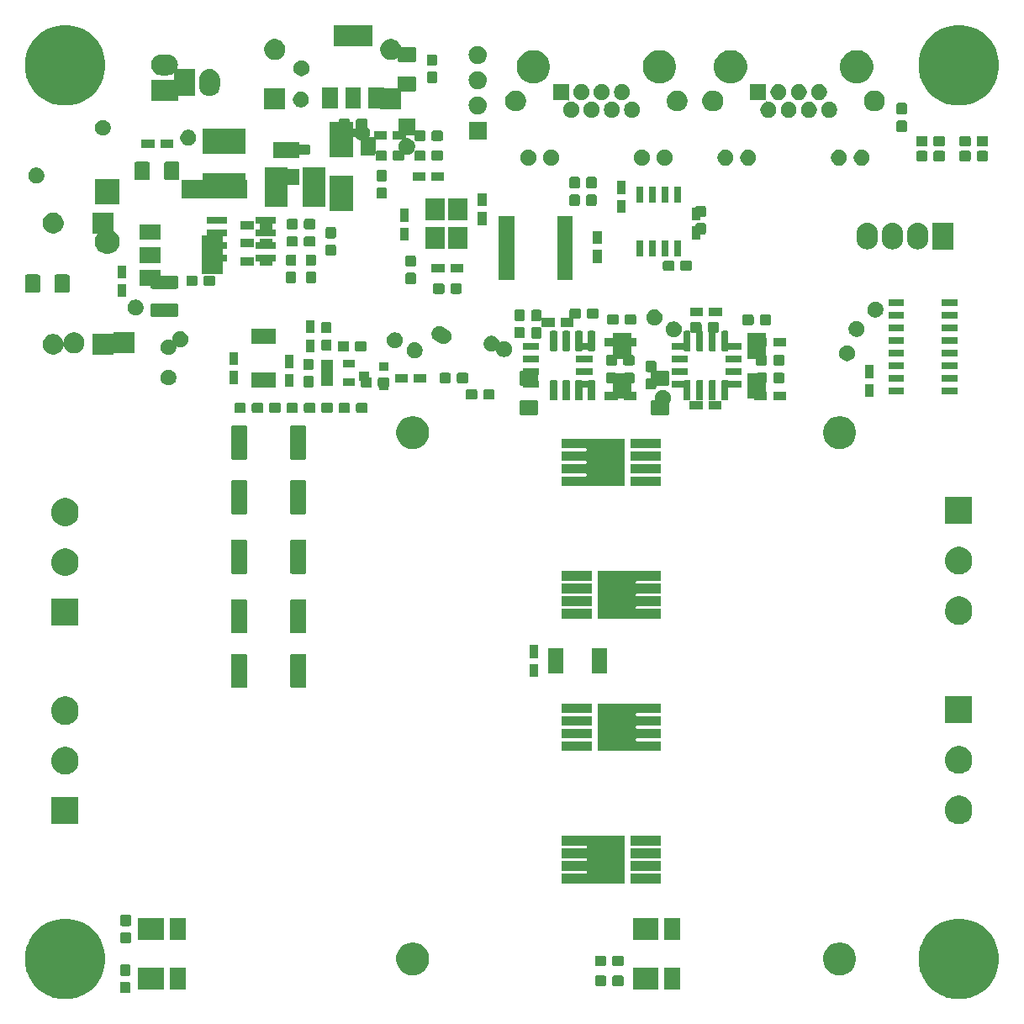
<source format=gbr>
From 3994a2576b073a1c3dc5dd85e95e63add8eb71a4 Mon Sep 17 00:00:00 2001
From: jaseg <git-bigdata-wsl-arch@jaseg.de>
Date: Mon, 18 Apr 2022 16:19:03 +0200
Subject: Update PCBs

---
 driver/gerber/driver-F_Mask.gbr | 16992 ++++++++++++++++++++------------------
 1 file changed, 8727 insertions(+), 8265 deletions(-)

(limited to 'driver/gerber/driver-F_Mask.gbr')

diff --git a/driver/gerber/driver-F_Mask.gbr b/driver/gerber/driver-F_Mask.gbr
index 2a513e7..64678c0 100644
--- a/driver/gerber/driver-F_Mask.gbr
+++ b/driver/gerber/driver-F_Mask.gbr
@@ -1,8265 +1,8727 @@
-G04 #@! TF.GenerationSoftware,KiCad,Pcbnew,(5.1.0-344-gd281f051e)*
-G04 #@! TF.CreationDate,2019-04-25T22:00:11+09:00*
-G04 #@! TF.ProjectId,driver,64726976-6572-42e6-9b69-6361645f7063,rev?*
-G04 #@! TF.SameCoordinates,Original*
-G04 #@! TF.FileFunction,Soldermask,Top*
-G04 #@! TF.FilePolarity,Negative*
-%FSLAX46Y46*%
-G04 Gerber Fmt 4.6, Leading zero omitted, Abs format (unit mm)*
-G04 Created by KiCad (PCBNEW (5.1.0-344-gd281f051e)) date 2019-04-25 22:00:11*
-%MOMM*%
-%LPD*%
-G04 APERTURE LIST*
-%ADD10C,0.100000*%
-G04 APERTURE END LIST*
-D10*
-G36*
-X166181632Y-146104677D02*
-G01*
-X166487005Y-146231167D01*
-X166918868Y-146410050D01*
-X167582362Y-146853383D01*
-X168146617Y-147417638D01*
-X168589950Y-148081132D01*
-X168718652Y-148391847D01*
-X168895323Y-148818368D01*
-X169051000Y-149601010D01*
-X169051000Y-150398990D01*
-X168895323Y-151181632D01*
-X168789132Y-151438000D01*
-X168589950Y-151918868D01*
-X168146617Y-152582362D01*
-X167582362Y-153146617D01*
-X166918868Y-153589950D01*
-X166487005Y-153768833D01*
-X166181632Y-153895323D01*
-X165398990Y-154051000D01*
-X164601010Y-154051000D01*
-X163818368Y-153895323D01*
-X163512995Y-153768833D01*
-X163081132Y-153589950D01*
-X162417638Y-153146617D01*
-X161853383Y-152582362D01*
-X161410050Y-151918868D01*
-X161210868Y-151438000D01*
-X161104677Y-151181632D01*
-X160949000Y-150398990D01*
-X160949000Y-149601010D01*
-X161104677Y-148818368D01*
-X161281348Y-148391847D01*
-X161410050Y-148081132D01*
-X161853383Y-147417638D01*
-X162417638Y-146853383D01*
-X163081132Y-146410050D01*
-X163512995Y-146231167D01*
-X163818368Y-146104677D01*
-X164601010Y-145949000D01*
-X165398990Y-145949000D01*
-X166181632Y-146104677D01*
-X166181632Y-146104677D01*
-G37*
-G36*
-X76181632Y-146104677D02*
-G01*
-X76487005Y-146231167D01*
-X76918868Y-146410050D01*
-X77582362Y-146853383D01*
-X78146617Y-147417638D01*
-X78589950Y-148081132D01*
-X78718652Y-148391847D01*
-X78895323Y-148818368D01*
-X79051000Y-149601010D01*
-X79051000Y-150398990D01*
-X78895323Y-151181632D01*
-X78789132Y-151438000D01*
-X78589950Y-151918868D01*
-X78146617Y-152582362D01*
-X77582362Y-153146617D01*
-X76918868Y-153589950D01*
-X76487005Y-153768833D01*
-X76181632Y-153895323D01*
-X75398990Y-154051000D01*
-X74601010Y-154051000D01*
-X73818368Y-153895323D01*
-X73512995Y-153768833D01*
-X73081132Y-153589950D01*
-X72417638Y-153146617D01*
-X71853383Y-152582362D01*
-X71410050Y-151918868D01*
-X71210868Y-151438000D01*
-X71104677Y-151181632D01*
-X70949000Y-150398990D01*
-X70949000Y-149601010D01*
-X71104677Y-148818368D01*
-X71281348Y-148391847D01*
-X71410050Y-148081132D01*
-X71853383Y-147417638D01*
-X72417638Y-146853383D01*
-X73081132Y-146410050D01*
-X73512995Y-146231167D01*
-X73818368Y-146104677D01*
-X74601010Y-145949000D01*
-X75398990Y-145949000D01*
-X76181632Y-146104677D01*
-X76181632Y-146104677D01*
-G37*
-G36*
-X81414499Y-152303445D02*
-G01*
-X81451995Y-152314820D01*
-X81486554Y-152333292D01*
-X81516847Y-152358153D01*
-X81541708Y-152388446D01*
-X81560180Y-152423005D01*
-X81571555Y-152460501D01*
-X81576000Y-152505638D01*
-X81576000Y-153244362D01*
-X81571555Y-153289499D01*
-X81560180Y-153326995D01*
-X81541708Y-153361554D01*
-X81516847Y-153391847D01*
-X81486554Y-153416708D01*
-X81451995Y-153435180D01*
-X81414499Y-153446555D01*
-X81369362Y-153451000D01*
-X80730638Y-153451000D01*
-X80685501Y-153446555D01*
-X80648005Y-153435180D01*
-X80613446Y-153416708D01*
-X80583153Y-153391847D01*
-X80558292Y-153361554D01*
-X80539820Y-153326995D01*
-X80528445Y-153289499D01*
-X80524000Y-153244362D01*
-X80524000Y-152505638D01*
-X80528445Y-152460501D01*
-X80539820Y-152423005D01*
-X80558292Y-152388446D01*
-X80583153Y-152358153D01*
-X80613446Y-152333292D01*
-X80648005Y-152314820D01*
-X80685501Y-152303445D01*
-X80730638Y-152299000D01*
-X81369362Y-152299000D01*
-X81414499Y-152303445D01*
-X81414499Y-152303445D01*
-G37*
-G36*
-X136931000Y-153101000D02*
-G01*
-X135329000Y-153101000D01*
-X135329000Y-150899000D01*
-X136931000Y-150899000D01*
-X136931000Y-153101000D01*
-X136931000Y-153101000D01*
-G37*
-G36*
-X84971000Y-153101000D02*
-G01*
-X82369000Y-153101000D01*
-X82369000Y-150899000D01*
-X84971000Y-150899000D01*
-X84971000Y-153101000D01*
-X84971000Y-153101000D01*
-G37*
-G36*
-X87131000Y-153101000D02*
-G01*
-X85529000Y-153101000D01*
-X85529000Y-150899000D01*
-X87131000Y-150899000D01*
-X87131000Y-153101000D01*
-X87131000Y-153101000D01*
-G37*
-G36*
-X134771000Y-153101000D02*
-G01*
-X132169000Y-153101000D01*
-X132169000Y-150899000D01*
-X134771000Y-150899000D01*
-X134771000Y-153101000D01*
-X134771000Y-153101000D01*
-G37*
-G36*
-X131089499Y-151678445D02*
-G01*
-X131126995Y-151689820D01*
-X131161554Y-151708292D01*
-X131191847Y-151733153D01*
-X131216708Y-151763446D01*
-X131235180Y-151798005D01*
-X131246555Y-151835501D01*
-X131251000Y-151880638D01*
-X131251000Y-152519362D01*
-X131246555Y-152564499D01*
-X131235180Y-152601995D01*
-X131216708Y-152636554D01*
-X131191847Y-152666847D01*
-X131161554Y-152691708D01*
-X131126995Y-152710180D01*
-X131089499Y-152721555D01*
-X131044362Y-152726000D01*
-X130305638Y-152726000D01*
-X130260501Y-152721555D01*
-X130223005Y-152710180D01*
-X130188446Y-152691708D01*
-X130158153Y-152666847D01*
-X130133292Y-152636554D01*
-X130114820Y-152601995D01*
-X130103445Y-152564499D01*
-X130099000Y-152519362D01*
-X130099000Y-151880638D01*
-X130103445Y-151835501D01*
-X130114820Y-151798005D01*
-X130133292Y-151763446D01*
-X130158153Y-151733153D01*
-X130188446Y-151708292D01*
-X130223005Y-151689820D01*
-X130260501Y-151678445D01*
-X130305638Y-151674000D01*
-X131044362Y-151674000D01*
-X131089499Y-151678445D01*
-X131089499Y-151678445D01*
-G37*
-G36*
-X129339499Y-151678445D02*
-G01*
-X129376995Y-151689820D01*
-X129411554Y-151708292D01*
-X129441847Y-151733153D01*
-X129466708Y-151763446D01*
-X129485180Y-151798005D01*
-X129496555Y-151835501D01*
-X129501000Y-151880638D01*
-X129501000Y-152519362D01*
-X129496555Y-152564499D01*
-X129485180Y-152601995D01*
-X129466708Y-152636554D01*
-X129441847Y-152666847D01*
-X129411554Y-152691708D01*
-X129376995Y-152710180D01*
-X129339499Y-152721555D01*
-X129294362Y-152726000D01*
-X128555638Y-152726000D01*
-X128510501Y-152721555D01*
-X128473005Y-152710180D01*
-X128438446Y-152691708D01*
-X128408153Y-152666847D01*
-X128383292Y-152636554D01*
-X128364820Y-152601995D01*
-X128353445Y-152564499D01*
-X128349000Y-152519362D01*
-X128349000Y-151880638D01*
-X128353445Y-151835501D01*
-X128364820Y-151798005D01*
-X128383292Y-151763446D01*
-X128408153Y-151733153D01*
-X128438446Y-151708292D01*
-X128473005Y-151689820D01*
-X128510501Y-151678445D01*
-X128555638Y-151674000D01*
-X129294362Y-151674000D01*
-X129339499Y-151678445D01*
-X129339499Y-151678445D01*
-G37*
-G36*
-X81414499Y-150553445D02*
-G01*
-X81451995Y-150564820D01*
-X81486554Y-150583292D01*
-X81516847Y-150608153D01*
-X81541708Y-150638446D01*
-X81560180Y-150673005D01*
-X81571555Y-150710501D01*
-X81576000Y-150755638D01*
-X81576000Y-151494362D01*
-X81571555Y-151539499D01*
-X81560180Y-151576995D01*
-X81541708Y-151611554D01*
-X81516847Y-151641847D01*
-X81486554Y-151666708D01*
-X81451995Y-151685180D01*
-X81414499Y-151696555D01*
-X81369362Y-151701000D01*
-X80730638Y-151701000D01*
-X80685501Y-151696555D01*
-X80648005Y-151685180D01*
-X80613446Y-151666708D01*
-X80583153Y-151641847D01*
-X80558292Y-151611554D01*
-X80539820Y-151576995D01*
-X80528445Y-151539499D01*
-X80524000Y-151494362D01*
-X80524000Y-150755638D01*
-X80528445Y-150710501D01*
-X80539820Y-150673005D01*
-X80558292Y-150638446D01*
-X80583153Y-150608153D01*
-X80613446Y-150583292D01*
-X80648005Y-150564820D01*
-X80685501Y-150553445D01*
-X80730638Y-150549000D01*
-X81369362Y-150549000D01*
-X81414499Y-150553445D01*
-X81414499Y-150553445D01*
-G37*
-G36*
-X110375256Y-148391298D02*
-G01*
-X110481579Y-148412447D01*
-X110782042Y-148536903D01*
-X111052451Y-148717585D01*
-X111282415Y-148947549D01*
-X111282416Y-148947551D01*
-X111463098Y-149217960D01*
-X111587553Y-149518422D01*
-X111641750Y-149790885D01*
-X111651000Y-149837391D01*
-X111651000Y-150162609D01*
-X111587553Y-150481579D01*
-X111463097Y-150782042D01*
-X111282415Y-151052451D01*
-X111052451Y-151282415D01*
-X110782042Y-151463097D01*
-X110481579Y-151587553D01*
-X110375256Y-151608702D01*
-X110162611Y-151651000D01*
-X109837389Y-151651000D01*
-X109624744Y-151608702D01*
-X109518421Y-151587553D01*
-X109217958Y-151463097D01*
-X108947549Y-151282415D01*
-X108717585Y-151052451D01*
-X108536903Y-150782042D01*
-X108412447Y-150481579D01*
-X108349000Y-150162609D01*
-X108349000Y-149837391D01*
-X108358251Y-149790885D01*
-X108412447Y-149518422D01*
-X108536902Y-149217960D01*
-X108717584Y-148947551D01*
-X108717585Y-148947549D01*
-X108947549Y-148717585D01*
-X109217958Y-148536903D01*
-X109518421Y-148412447D01*
-X109624744Y-148391298D01*
-X109837389Y-148349000D01*
-X110162611Y-148349000D01*
-X110375256Y-148391298D01*
-X110375256Y-148391298D01*
-G37*
-G36*
-X153375256Y-148391298D02*
-G01*
-X153481579Y-148412447D01*
-X153782042Y-148536903D01*
-X154052451Y-148717585D01*
-X154282415Y-148947549D01*
-X154282416Y-148947551D01*
-X154463098Y-149217960D01*
-X154587553Y-149518422D01*
-X154641750Y-149790885D01*
-X154651000Y-149837391D01*
-X154651000Y-150162609D01*
-X154587553Y-150481579D01*
-X154463097Y-150782042D01*
-X154282415Y-151052451D01*
-X154052451Y-151282415D01*
-X153782042Y-151463097D01*
-X153481579Y-151587553D01*
-X153375256Y-151608702D01*
-X153162611Y-151651000D01*
-X152837389Y-151651000D01*
-X152624744Y-151608702D01*
-X152518421Y-151587553D01*
-X152217958Y-151463097D01*
-X151947549Y-151282415D01*
-X151717585Y-151052451D01*
-X151536903Y-150782042D01*
-X151412447Y-150481579D01*
-X151349000Y-150162609D01*
-X151349000Y-149837391D01*
-X151358251Y-149790885D01*
-X151412447Y-149518422D01*
-X151536902Y-149217960D01*
-X151717584Y-148947551D01*
-X151717585Y-148947549D01*
-X151947549Y-148717585D01*
-X152217958Y-148536903D01*
-X152518421Y-148412447D01*
-X152624744Y-148391298D01*
-X152837389Y-148349000D01*
-X153162611Y-148349000D01*
-X153375256Y-148391298D01*
-X153375256Y-148391298D01*
-G37*
-G36*
-X129339499Y-149678445D02*
-G01*
-X129376995Y-149689820D01*
-X129411554Y-149708292D01*
-X129441847Y-149733153D01*
-X129466708Y-149763446D01*
-X129485180Y-149798005D01*
-X129496555Y-149835501D01*
-X129501000Y-149880638D01*
-X129501000Y-150519362D01*
-X129496555Y-150564499D01*
-X129485180Y-150601995D01*
-X129466708Y-150636554D01*
-X129441847Y-150666847D01*
-X129411554Y-150691708D01*
-X129376995Y-150710180D01*
-X129339499Y-150721555D01*
-X129294362Y-150726000D01*
-X128555638Y-150726000D01*
-X128510501Y-150721555D01*
-X128473005Y-150710180D01*
-X128438446Y-150691708D01*
-X128408153Y-150666847D01*
-X128383292Y-150636554D01*
-X128364820Y-150601995D01*
-X128353445Y-150564499D01*
-X128349000Y-150519362D01*
-X128349000Y-149880638D01*
-X128353445Y-149835501D01*
-X128364820Y-149798005D01*
-X128383292Y-149763446D01*
-X128408153Y-149733153D01*
-X128438446Y-149708292D01*
-X128473005Y-149689820D01*
-X128510501Y-149678445D01*
-X128555638Y-149674000D01*
-X129294362Y-149674000D01*
-X129339499Y-149678445D01*
-X129339499Y-149678445D01*
-G37*
-G36*
-X131089499Y-149678445D02*
-G01*
-X131126995Y-149689820D01*
-X131161554Y-149708292D01*
-X131191847Y-149733153D01*
-X131216708Y-149763446D01*
-X131235180Y-149798005D01*
-X131246555Y-149835501D01*
-X131251000Y-149880638D01*
-X131251000Y-150519362D01*
-X131246555Y-150564499D01*
-X131235180Y-150601995D01*
-X131216708Y-150636554D01*
-X131191847Y-150666847D01*
-X131161554Y-150691708D01*
-X131126995Y-150710180D01*
-X131089499Y-150721555D01*
-X131044362Y-150726000D01*
-X130305638Y-150726000D01*
-X130260501Y-150721555D01*
-X130223005Y-150710180D01*
-X130188446Y-150691708D01*
-X130158153Y-150666847D01*
-X130133292Y-150636554D01*
-X130114820Y-150601995D01*
-X130103445Y-150564499D01*
-X130099000Y-150519362D01*
-X130099000Y-149880638D01*
-X130103445Y-149835501D01*
-X130114820Y-149798005D01*
-X130133292Y-149763446D01*
-X130158153Y-149733153D01*
-X130188446Y-149708292D01*
-X130223005Y-149689820D01*
-X130260501Y-149678445D01*
-X130305638Y-149674000D01*
-X131044362Y-149674000D01*
-X131089499Y-149678445D01*
-X131089499Y-149678445D01*
-G37*
-G36*
-X81464499Y-147303445D02*
-G01*
-X81501995Y-147314820D01*
-X81536554Y-147333292D01*
-X81566847Y-147358153D01*
-X81591708Y-147388446D01*
-X81610180Y-147423005D01*
-X81621555Y-147460501D01*
-X81626000Y-147505638D01*
-X81626000Y-148244362D01*
-X81621555Y-148289499D01*
-X81610180Y-148326995D01*
-X81591708Y-148361554D01*
-X81566847Y-148391847D01*
-X81536554Y-148416708D01*
-X81501995Y-148435180D01*
-X81464499Y-148446555D01*
-X81419362Y-148451000D01*
-X80780638Y-148451000D01*
-X80735501Y-148446555D01*
-X80698005Y-148435180D01*
-X80663446Y-148416708D01*
-X80633153Y-148391847D01*
-X80608292Y-148361554D01*
-X80589820Y-148326995D01*
-X80578445Y-148289499D01*
-X80574000Y-148244362D01*
-X80574000Y-147505638D01*
-X80578445Y-147460501D01*
-X80589820Y-147423005D01*
-X80608292Y-147388446D01*
-X80633153Y-147358153D01*
-X80663446Y-147333292D01*
-X80698005Y-147314820D01*
-X80735501Y-147303445D01*
-X80780638Y-147299000D01*
-X81419362Y-147299000D01*
-X81464499Y-147303445D01*
-X81464499Y-147303445D01*
-G37*
-G36*
-X134771000Y-148101000D02*
-G01*
-X132169000Y-148101000D01*
-X132169000Y-145899000D01*
-X134771000Y-145899000D01*
-X134771000Y-148101000D01*
-X134771000Y-148101000D01*
-G37*
-G36*
-X84971000Y-148101000D02*
-G01*
-X82369000Y-148101000D01*
-X82369000Y-145899000D01*
-X84971000Y-145899000D01*
-X84971000Y-148101000D01*
-X84971000Y-148101000D01*
-G37*
-G36*
-X87131000Y-148101000D02*
-G01*
-X85529000Y-148101000D01*
-X85529000Y-145899000D01*
-X87131000Y-145899000D01*
-X87131000Y-148101000D01*
-X87131000Y-148101000D01*
-G37*
-G36*
-X136931000Y-148101000D02*
-G01*
-X135329000Y-148101000D01*
-X135329000Y-145899000D01*
-X136931000Y-145899000D01*
-X136931000Y-148101000D01*
-X136931000Y-148101000D01*
-G37*
-G36*
-X81464499Y-145553445D02*
-G01*
-X81501995Y-145564820D01*
-X81536554Y-145583292D01*
-X81566847Y-145608153D01*
-X81591708Y-145638446D01*
-X81610180Y-145673005D01*
-X81621555Y-145710501D01*
-X81626000Y-145755638D01*
-X81626000Y-146494362D01*
-X81621555Y-146539499D01*
-X81610180Y-146576995D01*
-X81591708Y-146611554D01*
-X81566847Y-146641847D01*
-X81536554Y-146666708D01*
-X81501995Y-146685180D01*
-X81464499Y-146696555D01*
-X81419362Y-146701000D01*
-X80780638Y-146701000D01*
-X80735501Y-146696555D01*
-X80698005Y-146685180D01*
-X80663446Y-146666708D01*
-X80633153Y-146641847D01*
-X80608292Y-146611554D01*
-X80589820Y-146576995D01*
-X80578445Y-146539499D01*
-X80574000Y-146494362D01*
-X80574000Y-145755638D01*
-X80578445Y-145710501D01*
-X80589820Y-145673005D01*
-X80608292Y-145638446D01*
-X80633153Y-145608153D01*
-X80663446Y-145583292D01*
-X80698005Y-145564820D01*
-X80735501Y-145553445D01*
-X80780638Y-145549000D01*
-X81419362Y-145549000D01*
-X81464499Y-145553445D01*
-X81464499Y-145553445D01*
-G37*
-G36*
-X131376000Y-142401000D02*
-G01*
-X127466453Y-142401000D01*
-X127446836Y-142390515D01*
-X127423387Y-142383402D01*
-X127399001Y-142381000D01*
-X124974000Y-142381000D01*
-X124974000Y-141429000D01*
-X127399001Y-141429000D01*
-X127423387Y-141426598D01*
-X127446836Y-141419485D01*
-X127468447Y-141407934D01*
-X127487389Y-141392389D01*
-X127502934Y-141373447D01*
-X127514485Y-141351836D01*
-X127521598Y-141328387D01*
-X127524000Y-141304001D01*
-X127524000Y-141235999D01*
-X127521598Y-141211613D01*
-X127514485Y-141188164D01*
-X127502934Y-141166553D01*
-X127487389Y-141147611D01*
-X127468447Y-141132066D01*
-X127446836Y-141120515D01*
-X127423387Y-141113402D01*
-X127399001Y-141111000D01*
-X124974000Y-141111000D01*
-X124974000Y-140159000D01*
-X127399001Y-140159000D01*
-X127423387Y-140156598D01*
-X127446836Y-140149485D01*
-X127468447Y-140137934D01*
-X127487389Y-140122389D01*
-X127502934Y-140103447D01*
-X127514485Y-140081836D01*
-X127521598Y-140058387D01*
-X127524000Y-140034001D01*
-X127524000Y-139965999D01*
-X127521598Y-139941613D01*
-X127514485Y-139918164D01*
-X127502934Y-139896553D01*
-X127487389Y-139877611D01*
-X127468447Y-139862066D01*
-X127446836Y-139850515D01*
-X127423387Y-139843402D01*
-X127399001Y-139841000D01*
-X124974000Y-139841000D01*
-X124974000Y-138889000D01*
-X127399001Y-138889000D01*
-X127423387Y-138886598D01*
-X127446836Y-138879485D01*
-X127468447Y-138867934D01*
-X127487389Y-138852389D01*
-X127502934Y-138833447D01*
-X127514485Y-138811836D01*
-X127521598Y-138788387D01*
-X127524000Y-138764001D01*
-X127524000Y-138695999D01*
-X127521598Y-138671613D01*
-X127514485Y-138648164D01*
-X127502934Y-138626553D01*
-X127487389Y-138607611D01*
-X127468447Y-138592066D01*
-X127446836Y-138580515D01*
-X127423387Y-138573402D01*
-X127399001Y-138571000D01*
-X124974000Y-138571000D01*
-X124974000Y-137619000D01*
-X127399001Y-137619000D01*
-X127423387Y-137616598D01*
-X127446836Y-137609485D01*
-X127466453Y-137599000D01*
-X131376000Y-137599000D01*
-X131376000Y-142401000D01*
-X131376000Y-142401000D01*
-G37*
-G36*
-X135026000Y-142381000D02*
-G01*
-X131974000Y-142381000D01*
-X131974000Y-141429000D01*
-X135026000Y-141429000D01*
-X135026000Y-142381000D01*
-X135026000Y-142381000D01*
-G37*
-G36*
-X135026000Y-141111000D02*
-G01*
-X131974000Y-141111000D01*
-X131974000Y-140159000D01*
-X135026000Y-140159000D01*
-X135026000Y-141111000D01*
-X135026000Y-141111000D01*
-G37*
-G36*
-X135026000Y-139841000D02*
-G01*
-X131974000Y-139841000D01*
-X131974000Y-138889000D01*
-X135026000Y-138889000D01*
-X135026000Y-139841000D01*
-X135026000Y-139841000D01*
-G37*
-G36*
-X135026000Y-138571000D02*
-G01*
-X131974000Y-138571000D01*
-X131974000Y-137619000D01*
-X135026000Y-137619000D01*
-X135026000Y-138571000D01*
-X135026000Y-138571000D01*
-G37*
-G36*
-X76351000Y-136431000D02*
-G01*
-X73649000Y-136431000D01*
-X73649000Y-133729000D01*
-X76351000Y-133729000D01*
-X76351000Y-136431000D01*
-X76351000Y-136431000D01*
-G37*
-G36*
-X165394072Y-133780918D02*
-G01*
-X165639939Y-133882759D01*
-X165861212Y-134030610D01*
-X166049390Y-134218788D01*
-X166197241Y-134440061D01*
-X166299082Y-134685928D01*
-X166351000Y-134946938D01*
-X166351000Y-135213062D01*
-X166299082Y-135474072D01*
-X166197241Y-135719939D01*
-X166049390Y-135941212D01*
-X165861212Y-136129390D01*
-X165639939Y-136277241D01*
-X165639938Y-136277242D01*
-X165639937Y-136277242D01*
-X165394072Y-136379082D01*
-X165133063Y-136431000D01*
-X164866937Y-136431000D01*
-X164605928Y-136379082D01*
-X164360063Y-136277242D01*
-X164360062Y-136277242D01*
-X164360061Y-136277241D01*
-X164138788Y-136129390D01*
-X163950610Y-135941212D01*
-X163802759Y-135719939D01*
-X163700918Y-135474072D01*
-X163649000Y-135213062D01*
-X163649000Y-134946938D01*
-X163700918Y-134685928D01*
-X163802759Y-134440061D01*
-X163950610Y-134218788D01*
-X164138788Y-134030610D01*
-X164360061Y-133882759D01*
-X164605928Y-133780918D01*
-X164866937Y-133729000D01*
-X165133063Y-133729000D01*
-X165394072Y-133780918D01*
-X165394072Y-133780918D01*
-G37*
-G36*
-X165394072Y-128700918D02*
-G01*
-X165639939Y-128802759D01*
-X165861212Y-128950610D01*
-X166049390Y-129138788D01*
-X166197241Y-129360061D01*
-X166299082Y-129605928D01*
-X166351000Y-129866938D01*
-X166351000Y-130133062D01*
-X166299082Y-130394072D01*
-X166197241Y-130639939D01*
-X166049390Y-130861212D01*
-X165861212Y-131049390D01*
-X165639939Y-131197241D01*
-X165639938Y-131197242D01*
-X165639937Y-131197242D01*
-X165394072Y-131299082D01*
-X165133063Y-131351000D01*
-X164866937Y-131351000D01*
-X164605928Y-131299082D01*
-X164360063Y-131197242D01*
-X164360062Y-131197242D01*
-X164360061Y-131197241D01*
-X164138788Y-131049390D01*
-X163950610Y-130861212D01*
-X163802759Y-130639939D01*
-X163700918Y-130394072D01*
-X163649000Y-130133062D01*
-X163649000Y-129866938D01*
-X163700918Y-129605928D01*
-X163802759Y-129360061D01*
-X163950610Y-129138788D01*
-X164138788Y-128950610D01*
-X164360061Y-128802759D01*
-X164605928Y-128700918D01*
-X164866937Y-128649000D01*
-X165133063Y-128649000D01*
-X165394072Y-128700918D01*
-X165394072Y-128700918D01*
-G37*
-G36*
-X75394072Y-128700918D02*
-G01*
-X75639939Y-128802759D01*
-X75861212Y-128950610D01*
-X76049390Y-129138788D01*
-X76197241Y-129360061D01*
-X76299082Y-129605928D01*
-X76351000Y-129866938D01*
-X76351000Y-130133062D01*
-X76299082Y-130394072D01*
-X76197241Y-130639939D01*
-X76049390Y-130861212D01*
-X75861212Y-131049390D01*
-X75639939Y-131197241D01*
-X75639938Y-131197242D01*
-X75639937Y-131197242D01*
-X75394072Y-131299082D01*
-X75133063Y-131351000D01*
-X74866937Y-131351000D01*
-X74605928Y-131299082D01*
-X74360063Y-131197242D01*
-X74360062Y-131197242D01*
-X74360061Y-131197241D01*
-X74138788Y-131049390D01*
-X73950610Y-130861212D01*
-X73802759Y-130639939D01*
-X73700918Y-130394072D01*
-X73649000Y-130133062D01*
-X73649000Y-129866938D01*
-X73700918Y-129605928D01*
-X73802759Y-129360061D01*
-X73950610Y-129138788D01*
-X74138788Y-128950610D01*
-X74360061Y-128802759D01*
-X74605928Y-128700918D01*
-X74866937Y-128649000D01*
-X75133063Y-128649000D01*
-X75394072Y-128700918D01*
-X75394072Y-128700918D01*
-G37*
-G36*
-X132553164Y-124276185D02*
-G01*
-X132576613Y-124283298D01*
-X132600999Y-124285700D01*
-X135026000Y-124285700D01*
-X135026000Y-125237700D01*
-X132600999Y-125237700D01*
-X132576613Y-125240102D01*
-X132553164Y-125247215D01*
-X132531553Y-125258766D01*
-X132512611Y-125274311D01*
-X132497066Y-125293253D01*
-X132485515Y-125314864D01*
-X132478402Y-125338313D01*
-X132476000Y-125362699D01*
-X132476000Y-125430701D01*
-X132478402Y-125455087D01*
-X132485515Y-125478536D01*
-X132497066Y-125500147D01*
-X132512611Y-125519089D01*
-X132531553Y-125534634D01*
-X132553164Y-125546185D01*
-X132576613Y-125553298D01*
-X132600999Y-125555700D01*
-X135026000Y-125555700D01*
-X135026000Y-126507700D01*
-X132600999Y-126507700D01*
-X132576613Y-126510102D01*
-X132553164Y-126517215D01*
-X132531553Y-126528766D01*
-X132512611Y-126544311D01*
-X132497066Y-126563253D01*
-X132485515Y-126584864D01*
-X132478402Y-126608313D01*
-X132476000Y-126632699D01*
-X132476000Y-126700701D01*
-X132478402Y-126725087D01*
-X132485515Y-126748536D01*
-X132497066Y-126770147D01*
-X132512611Y-126789089D01*
-X132531553Y-126804634D01*
-X132553164Y-126816185D01*
-X132576613Y-126823298D01*
-X132600999Y-126825700D01*
-X135026000Y-126825700D01*
-X135026000Y-127777700D01*
-X132600999Y-127777700D01*
-X132576613Y-127780102D01*
-X132553164Y-127787215D01*
-X132531553Y-127798766D01*
-X132512611Y-127814311D01*
-X132497066Y-127833253D01*
-X132485515Y-127854864D01*
-X132478402Y-127878313D01*
-X132476000Y-127902699D01*
-X132476000Y-127970701D01*
-X132478402Y-127995087D01*
-X132485515Y-128018536D01*
-X132497066Y-128040147D01*
-X132512611Y-128059089D01*
-X132531553Y-128074634D01*
-X132553164Y-128086185D01*
-X132576613Y-128093298D01*
-X132600999Y-128095700D01*
-X135026000Y-128095700D01*
-X135026000Y-129047700D01*
-X132600999Y-129047700D01*
-X132576613Y-129050102D01*
-X132553164Y-129057215D01*
-X132533547Y-129067700D01*
-X128624000Y-129067700D01*
-X128624000Y-124265700D01*
-X132533547Y-124265700D01*
-X132553164Y-124276185D01*
-X132553164Y-124276185D01*
-G37*
-G36*
-X128026000Y-129047700D02*
-G01*
-X124974000Y-129047700D01*
-X124974000Y-128095700D01*
-X128026000Y-128095700D01*
-X128026000Y-129047700D01*
-X128026000Y-129047700D01*
-G37*
-G36*
-X128026000Y-127777700D02*
-G01*
-X124974000Y-127777700D01*
-X124974000Y-126825700D01*
-X128026000Y-126825700D01*
-X128026000Y-127777700D01*
-X128026000Y-127777700D01*
-G37*
-G36*
-X128026000Y-126507700D02*
-G01*
-X124974000Y-126507700D01*
-X124974000Y-125555700D01*
-X128026000Y-125555700D01*
-X128026000Y-126507700D01*
-X128026000Y-126507700D01*
-G37*
-G36*
-X75394072Y-123620918D02*
-G01*
-X75639939Y-123722759D01*
-X75861212Y-123870610D01*
-X76049390Y-124058788D01*
-X76197241Y-124280061D01*
-X76299082Y-124525928D01*
-X76351000Y-124786938D01*
-X76351000Y-125053062D01*
-X76299082Y-125314072D01*
-X76197241Y-125559939D01*
-X76049390Y-125781212D01*
-X75861212Y-125969390D01*
-X75639939Y-126117241D01*
-X75639938Y-126117242D01*
-X75639937Y-126117242D01*
-X75394072Y-126219082D01*
-X75133063Y-126271000D01*
-X74866937Y-126271000D01*
-X74605928Y-126219082D01*
-X74360063Y-126117242D01*
-X74360062Y-126117242D01*
-X74360061Y-126117241D01*
-X74138788Y-125969390D01*
-X73950610Y-125781212D01*
-X73802759Y-125559939D01*
-X73700918Y-125314072D01*
-X73649000Y-125053062D01*
-X73649000Y-124786938D01*
-X73700918Y-124525928D01*
-X73802759Y-124280061D01*
-X73950610Y-124058788D01*
-X74138788Y-123870610D01*
-X74360061Y-123722759D01*
-X74605928Y-123620918D01*
-X74866937Y-123569000D01*
-X75133063Y-123569000D01*
-X75394072Y-123620918D01*
-X75394072Y-123620918D01*
-G37*
-G36*
-X166351000Y-126271000D02*
-G01*
-X163649000Y-126271000D01*
-X163649000Y-123569000D01*
-X166351000Y-123569000D01*
-X166351000Y-126271000D01*
-X166351000Y-126271000D01*
-G37*
-G36*
-X128026000Y-125237700D02*
-G01*
-X124974000Y-125237700D01*
-X124974000Y-124285700D01*
-X128026000Y-124285700D01*
-X128026000Y-125237700D01*
-X128026000Y-125237700D01*
-G37*
-G36*
-X99153820Y-119278103D02*
-G01*
-X99187985Y-119288467D01*
-X99219464Y-119305293D01*
-X99247060Y-119327940D01*
-X99269707Y-119355536D01*
-X99286533Y-119387015D01*
-X99296897Y-119421180D01*
-X99301000Y-119462842D01*
-X99301000Y-122537158D01*
-X99296897Y-122578820D01*
-X99286533Y-122612985D01*
-X99269707Y-122644464D01*
-X99247060Y-122672060D01*
-X99219464Y-122694707D01*
-X99187985Y-122711533D01*
-X99153820Y-122721897D01*
-X99112158Y-122726000D01*
-X97862842Y-122726000D01*
-X97821180Y-122721897D01*
-X97787015Y-122711533D01*
-X97755536Y-122694707D01*
-X97727940Y-122672060D01*
-X97705293Y-122644464D01*
-X97688467Y-122612985D01*
-X97678103Y-122578820D01*
-X97674000Y-122537158D01*
-X97674000Y-119462842D01*
-X97678103Y-119421180D01*
-X97688467Y-119387015D01*
-X97705293Y-119355536D01*
-X97727940Y-119327940D01*
-X97755536Y-119305293D01*
-X97787015Y-119288467D01*
-X97821180Y-119278103D01*
-X97862842Y-119274000D01*
-X99112158Y-119274000D01*
-X99153820Y-119278103D01*
-X99153820Y-119278103D01*
-G37*
-G36*
-X93178820Y-119278103D02*
-G01*
-X93212985Y-119288467D01*
-X93244464Y-119305293D01*
-X93272060Y-119327940D01*
-X93294707Y-119355536D01*
-X93311533Y-119387015D01*
-X93321897Y-119421180D01*
-X93326000Y-119462842D01*
-X93326000Y-122537158D01*
-X93321897Y-122578820D01*
-X93311533Y-122612985D01*
-X93294707Y-122644464D01*
-X93272060Y-122672060D01*
-X93244464Y-122694707D01*
-X93212985Y-122711533D01*
-X93178820Y-122721897D01*
-X93137158Y-122726000D01*
-X91887842Y-122726000D01*
-X91846180Y-122721897D01*
-X91812015Y-122711533D01*
-X91780536Y-122694707D01*
-X91752940Y-122672060D01*
-X91730293Y-122644464D01*
-X91713467Y-122612985D01*
-X91703103Y-122578820D01*
-X91699000Y-122537158D01*
-X91699000Y-119462842D01*
-X91703103Y-119421180D01*
-X91713467Y-119387015D01*
-X91730293Y-119355536D01*
-X91752940Y-119327940D01*
-X91780536Y-119305293D01*
-X91812015Y-119288467D01*
-X91846180Y-119278103D01*
-X91887842Y-119274000D01*
-X93137158Y-119274000D01*
-X93178820Y-119278103D01*
-X93178820Y-119278103D01*
-G37*
-G36*
-X122626000Y-121601000D02*
-G01*
-X121774000Y-121601000D01*
-X121774000Y-120299000D01*
-X122626000Y-120299000D01*
-X122626000Y-121601000D01*
-X122626000Y-121601000D01*
-G37*
-G36*
-X129576000Y-121250950D02*
-G01*
-X128024000Y-121250950D01*
-X128024000Y-118748950D01*
-X129576000Y-118748950D01*
-X129576000Y-121250950D01*
-X129576000Y-121250950D01*
-G37*
-G36*
-X125176000Y-121250950D02*
-G01*
-X123624000Y-121250950D01*
-X123624000Y-118748950D01*
-X125176000Y-118748950D01*
-X125176000Y-121250950D01*
-X125176000Y-121250950D01*
-G37*
-G36*
-X122626000Y-119701000D02*
-G01*
-X121774000Y-119701000D01*
-X121774000Y-118399000D01*
-X122626000Y-118399000D01*
-X122626000Y-119701000D01*
-X122626000Y-119701000D01*
-G37*
-G36*
-X99153820Y-113778103D02*
-G01*
-X99187985Y-113788467D01*
-X99219464Y-113805293D01*
-X99247060Y-113827940D01*
-X99269707Y-113855536D01*
-X99286533Y-113887015D01*
-X99296897Y-113921180D01*
-X99301000Y-113962842D01*
-X99301000Y-117037158D01*
-X99296897Y-117078820D01*
-X99286533Y-117112985D01*
-X99269707Y-117144464D01*
-X99247060Y-117172060D01*
-X99219464Y-117194707D01*
-X99187985Y-117211533D01*
-X99153820Y-117221897D01*
-X99112158Y-117226000D01*
-X97862842Y-117226000D01*
-X97821180Y-117221897D01*
-X97787015Y-117211533D01*
-X97755536Y-117194707D01*
-X97727940Y-117172060D01*
-X97705293Y-117144464D01*
-X97688467Y-117112985D01*
-X97678103Y-117078820D01*
-X97674000Y-117037158D01*
-X97674000Y-113962842D01*
-X97678103Y-113921180D01*
-X97688467Y-113887015D01*
-X97705293Y-113855536D01*
-X97727940Y-113827940D01*
-X97755536Y-113805293D01*
-X97787015Y-113788467D01*
-X97821180Y-113778103D01*
-X97862842Y-113774000D01*
-X99112158Y-113774000D01*
-X99153820Y-113778103D01*
-X99153820Y-113778103D01*
-G37*
-G36*
-X93178820Y-113778103D02*
-G01*
-X93212985Y-113788467D01*
-X93244464Y-113805293D01*
-X93272060Y-113827940D01*
-X93294707Y-113855536D01*
-X93311533Y-113887015D01*
-X93321897Y-113921180D01*
-X93326000Y-113962842D01*
-X93326000Y-117037158D01*
-X93321897Y-117078820D01*
-X93311533Y-117112985D01*
-X93294707Y-117144464D01*
-X93272060Y-117172060D01*
-X93244464Y-117194707D01*
-X93212985Y-117211533D01*
-X93178820Y-117221897D01*
-X93137158Y-117226000D01*
-X91887842Y-117226000D01*
-X91846180Y-117221897D01*
-X91812015Y-117211533D01*
-X91780536Y-117194707D01*
-X91752940Y-117172060D01*
-X91730293Y-117144464D01*
-X91713467Y-117112985D01*
-X91703103Y-117078820D01*
-X91699000Y-117037158D01*
-X91699000Y-113962842D01*
-X91703103Y-113921180D01*
-X91713467Y-113887015D01*
-X91730293Y-113855536D01*
-X91752940Y-113827940D01*
-X91780536Y-113805293D01*
-X91812015Y-113788467D01*
-X91846180Y-113778103D01*
-X91887842Y-113774000D01*
-X93137158Y-113774000D01*
-X93178820Y-113778103D01*
-X93178820Y-113778103D01*
-G37*
-G36*
-X76351000Y-116431000D02*
-G01*
-X73649000Y-116431000D01*
-X73649000Y-113729000D01*
-X76351000Y-113729000D01*
-X76351000Y-116431000D01*
-X76351000Y-116431000D01*
-G37*
-G36*
-X165394072Y-113700918D02*
-G01*
-X165619525Y-113794303D01*
-X165639939Y-113802759D01*
-X165713812Y-113852120D01*
-X165861211Y-113950609D01*
-X166049391Y-114138789D01*
-X166197242Y-114360063D01*
-X166299082Y-114605928D01*
-X166329709Y-114759898D01*
-X166351000Y-114866938D01*
-X166351000Y-115133062D01*
-X166299082Y-115394072D01*
-X166197241Y-115639939D01*
-X166049390Y-115861212D01*
-X165861212Y-116049390D01*
-X165639939Y-116197241D01*
-X165639938Y-116197242D01*
-X165639937Y-116197242D01*
-X165394072Y-116299082D01*
-X165133063Y-116351000D01*
-X164866937Y-116351000D01*
-X164605928Y-116299082D01*
-X164360063Y-116197242D01*
-X164360062Y-116197242D01*
-X164360061Y-116197241D01*
-X164138788Y-116049390D01*
-X163950610Y-115861212D01*
-X163802759Y-115639939D01*
-X163700918Y-115394072D01*
-X163649000Y-115133062D01*
-X163649000Y-114866938D01*
-X163670292Y-114759898D01*
-X163700918Y-114605928D01*
-X163802758Y-114360063D01*
-X163950609Y-114138789D01*
-X164138789Y-113950609D01*
-X164286188Y-113852120D01*
-X164360061Y-113802759D01*
-X164380476Y-113794303D01*
-X164605928Y-113700918D01*
-X164866937Y-113649000D01*
-X165133063Y-113649000D01*
-X165394072Y-113700918D01*
-X165394072Y-113700918D01*
-G37*
-G36*
-X132553164Y-110942785D02*
-G01*
-X132576613Y-110949898D01*
-X132600999Y-110952300D01*
-X135026000Y-110952300D01*
-X135026000Y-111904300D01*
-X132600999Y-111904300D01*
-X132576613Y-111906702D01*
-X132553164Y-111913815D01*
-X132531553Y-111925366D01*
-X132512611Y-111940911D01*
-X132497066Y-111959853D01*
-X132485515Y-111981464D01*
-X132478402Y-112004913D01*
-X132476000Y-112029299D01*
-X132476000Y-112097301D01*
-X132478402Y-112121687D01*
-X132485515Y-112145136D01*
-X132497066Y-112166747D01*
-X132512611Y-112185689D01*
-X132531553Y-112201234D01*
-X132553164Y-112212785D01*
-X132576613Y-112219898D01*
-X132600999Y-112222300D01*
-X135026000Y-112222300D01*
-X135026000Y-113174300D01*
-X132600999Y-113174300D01*
-X132576613Y-113176702D01*
-X132553164Y-113183815D01*
-X132531553Y-113195366D01*
-X132512611Y-113210911D01*
-X132497066Y-113229853D01*
-X132485515Y-113251464D01*
-X132478402Y-113274913D01*
-X132476000Y-113299299D01*
-X132476000Y-113367301D01*
-X132478402Y-113391687D01*
-X132485515Y-113415136D01*
-X132497066Y-113436747D01*
-X132512611Y-113455689D01*
-X132531553Y-113471234D01*
-X132553164Y-113482785D01*
-X132576613Y-113489898D01*
-X132600999Y-113492300D01*
-X135026000Y-113492300D01*
-X135026000Y-114444300D01*
-X132600999Y-114444300D01*
-X132576613Y-114446702D01*
-X132553164Y-114453815D01*
-X132531553Y-114465366D01*
-X132512611Y-114480911D01*
-X132497066Y-114499853D01*
-X132485515Y-114521464D01*
-X132478402Y-114544913D01*
-X132476000Y-114569299D01*
-X132476000Y-114637301D01*
-X132478402Y-114661687D01*
-X132485515Y-114685136D01*
-X132497066Y-114706747D01*
-X132512611Y-114725689D01*
-X132531553Y-114741234D01*
-X132553164Y-114752785D01*
-X132576613Y-114759898D01*
-X132600999Y-114762300D01*
-X135026000Y-114762300D01*
-X135026000Y-115714300D01*
-X132600999Y-115714300D01*
-X132576613Y-115716702D01*
-X132553164Y-115723815D01*
-X132533547Y-115734300D01*
-X128624000Y-115734300D01*
-X128624000Y-110932300D01*
-X132533547Y-110932300D01*
-X132553164Y-110942785D01*
-X132553164Y-110942785D01*
-G37*
-G36*
-X128026000Y-115714300D02*
-G01*
-X124974000Y-115714300D01*
-X124974000Y-114762300D01*
-X128026000Y-114762300D01*
-X128026000Y-115714300D01*
-X128026000Y-115714300D01*
-G37*
-G36*
-X128026000Y-114444300D02*
-G01*
-X124974000Y-114444300D01*
-X124974000Y-113492300D01*
-X128026000Y-113492300D01*
-X128026000Y-114444300D01*
-X128026000Y-114444300D01*
-G37*
-G36*
-X128026000Y-113174300D02*
-G01*
-X124974000Y-113174300D01*
-X124974000Y-112222300D01*
-X128026000Y-112222300D01*
-X128026000Y-113174300D01*
-X128026000Y-113174300D01*
-G37*
-G36*
-X128026000Y-111904300D02*
-G01*
-X124974000Y-111904300D01*
-X124974000Y-110952300D01*
-X128026000Y-110952300D01*
-X128026000Y-111904300D01*
-X128026000Y-111904300D01*
-G37*
-G36*
-X75394072Y-108700918D02*
-G01*
-X75639939Y-108802759D01*
-X75741483Y-108870609D01*
-X75861211Y-108950609D01*
-X76049391Y-109138789D01*
-X76197242Y-109360063D01*
-X76299082Y-109605928D01*
-X76351000Y-109866937D01*
-X76351000Y-110133063D01*
-X76299082Y-110394072D01*
-X76197242Y-110639937D01*
-X76049391Y-110861211D01*
-X75861211Y-111049391D01*
-X75774302Y-111107462D01*
-X75639939Y-111197241D01*
-X75639938Y-111197242D01*
-X75639937Y-111197242D01*
-X75394072Y-111299082D01*
-X75133063Y-111351000D01*
-X74866937Y-111351000D01*
-X74605928Y-111299082D01*
-X74360063Y-111197242D01*
-X74360062Y-111197242D01*
-X74360061Y-111197241D01*
-X74225698Y-111107462D01*
-X74138789Y-111049391D01*
-X73950609Y-110861211D01*
-X73802758Y-110639937D01*
-X73700918Y-110394072D01*
-X73649000Y-110133063D01*
-X73649000Y-109866937D01*
-X73700918Y-109605928D01*
-X73802758Y-109360063D01*
-X73950609Y-109138789D01*
-X74138789Y-108950609D01*
-X74258517Y-108870609D01*
-X74360061Y-108802759D01*
-X74605928Y-108700918D01*
-X74866937Y-108649000D01*
-X75133063Y-108649000D01*
-X75394072Y-108700918D01*
-X75394072Y-108700918D01*
-G37*
-G36*
-X165394072Y-108620918D02*
-G01*
-X165639939Y-108722759D01*
-X165861212Y-108870610D01*
-X166049390Y-109058788D01*
-X166197241Y-109280061D01*
-X166299082Y-109525928D01*
-X166351000Y-109786938D01*
-X166351000Y-110053062D01*
-X166299082Y-110314072D01*
-X166197241Y-110559939D01*
-X166049390Y-110781212D01*
-X165861212Y-110969390D01*
-X165639939Y-111117241D01*
-X165639938Y-111117242D01*
-X165639937Y-111117242D01*
-X165394072Y-111219082D01*
-X165133063Y-111271000D01*
-X164866937Y-111271000D01*
-X164605928Y-111219082D01*
-X164360063Y-111117242D01*
-X164360062Y-111117242D01*
-X164360061Y-111117241D01*
-X164138788Y-110969390D01*
-X163950610Y-110781212D01*
-X163802759Y-110559939D01*
-X163700918Y-110314072D01*
-X163649000Y-110053062D01*
-X163649000Y-109786938D01*
-X163700918Y-109525928D01*
-X163802759Y-109280061D01*
-X163950610Y-109058788D01*
-X164138788Y-108870610D01*
-X164360061Y-108722759D01*
-X164605928Y-108620918D01*
-X164866937Y-108569000D01*
-X165133063Y-108569000D01*
-X165394072Y-108620918D01*
-X165394072Y-108620918D01*
-G37*
-G36*
-X99153820Y-107778103D02*
-G01*
-X99187985Y-107788467D01*
-X99219464Y-107805293D01*
-X99247060Y-107827940D01*
-X99269707Y-107855536D01*
-X99286533Y-107887015D01*
-X99296897Y-107921180D01*
-X99301000Y-107962842D01*
-X99301000Y-111037158D01*
-X99296897Y-111078820D01*
-X99286533Y-111112985D01*
-X99269707Y-111144464D01*
-X99247060Y-111172060D01*
-X99219464Y-111194707D01*
-X99187985Y-111211533D01*
-X99153820Y-111221897D01*
-X99112158Y-111226000D01*
-X97862842Y-111226000D01*
-X97821180Y-111221897D01*
-X97787015Y-111211533D01*
-X97755536Y-111194707D01*
-X97727940Y-111172060D01*
-X97705293Y-111144464D01*
-X97688467Y-111112985D01*
-X97678103Y-111078820D01*
-X97674000Y-111037158D01*
-X97674000Y-107962842D01*
-X97678103Y-107921180D01*
-X97688467Y-107887015D01*
-X97705293Y-107855536D01*
-X97727940Y-107827940D01*
-X97755536Y-107805293D01*
-X97787015Y-107788467D01*
-X97821180Y-107778103D01*
-X97862842Y-107774000D01*
-X99112158Y-107774000D01*
-X99153820Y-107778103D01*
-X99153820Y-107778103D01*
-G37*
-G36*
-X93178820Y-107778103D02*
-G01*
-X93212985Y-107788467D01*
-X93244464Y-107805293D01*
-X93272060Y-107827940D01*
-X93294707Y-107855536D01*
-X93311533Y-107887015D01*
-X93321897Y-107921180D01*
-X93326000Y-107962842D01*
-X93326000Y-111037158D01*
-X93321897Y-111078820D01*
-X93311533Y-111112985D01*
-X93294707Y-111144464D01*
-X93272060Y-111172060D01*
-X93244464Y-111194707D01*
-X93212985Y-111211533D01*
-X93178820Y-111221897D01*
-X93137158Y-111226000D01*
-X91887842Y-111226000D01*
-X91846180Y-111221897D01*
-X91812015Y-111211533D01*
-X91780536Y-111194707D01*
-X91752940Y-111172060D01*
-X91730293Y-111144464D01*
-X91713467Y-111112985D01*
-X91703103Y-111078820D01*
-X91699000Y-111037158D01*
-X91699000Y-107962842D01*
-X91703103Y-107921180D01*
-X91713467Y-107887015D01*
-X91730293Y-107855536D01*
-X91752940Y-107827940D01*
-X91780536Y-107805293D01*
-X91812015Y-107788467D01*
-X91846180Y-107778103D01*
-X91887842Y-107774000D01*
-X93137158Y-107774000D01*
-X93178820Y-107778103D01*
-X93178820Y-107778103D01*
-G37*
-G36*
-X75394072Y-103620918D02*
-G01*
-X75639939Y-103722759D01*
-X75751328Y-103797187D01*
-X75861211Y-103870609D01*
-X76049391Y-104058789D01*
-X76197242Y-104280063D01*
-X76299082Y-104525928D01*
-X76351000Y-104786937D01*
-X76351000Y-105053063D01*
-X76340179Y-105107462D01*
-X76299082Y-105314072D01*
-X76197241Y-105559939D01*
-X76049390Y-105781212D01*
-X75861212Y-105969390D01*
-X75639939Y-106117241D01*
-X75639938Y-106117242D01*
-X75639937Y-106117242D01*
-X75394072Y-106219082D01*
-X75133063Y-106271000D01*
-X74866937Y-106271000D01*
-X74605928Y-106219082D01*
-X74360063Y-106117242D01*
-X74360062Y-106117242D01*
-X74360061Y-106117241D01*
-X74138788Y-105969390D01*
-X73950610Y-105781212D01*
-X73802759Y-105559939D01*
-X73700918Y-105314072D01*
-X73659821Y-105107462D01*
-X73649000Y-105053063D01*
-X73649000Y-104786937D01*
-X73700918Y-104525928D01*
-X73802758Y-104280063D01*
-X73950609Y-104058789D01*
-X74138789Y-103870609D01*
-X74248672Y-103797187D01*
-X74360061Y-103722759D01*
-X74605928Y-103620918D01*
-X74866937Y-103569000D01*
-X75133063Y-103569000D01*
-X75394072Y-103620918D01*
-X75394072Y-103620918D01*
-G37*
-G36*
-X166351000Y-106191000D02*
-G01*
-X163649000Y-106191000D01*
-X163649000Y-103489000D01*
-X166351000Y-103489000D01*
-X166351000Y-106191000D01*
-X166351000Y-106191000D01*
-G37*
-G36*
-X99153820Y-101778103D02*
-G01*
-X99187985Y-101788467D01*
-X99219464Y-101805293D01*
-X99247060Y-101827940D01*
-X99269707Y-101855536D01*
-X99286533Y-101887015D01*
-X99296897Y-101921180D01*
-X99301000Y-101962842D01*
-X99301000Y-105037158D01*
-X99296897Y-105078820D01*
-X99286533Y-105112985D01*
-X99269707Y-105144464D01*
-X99247060Y-105172060D01*
-X99219464Y-105194707D01*
-X99187985Y-105211533D01*
-X99153820Y-105221897D01*
-X99112158Y-105226000D01*
-X97862842Y-105226000D01*
-X97821180Y-105221897D01*
-X97787015Y-105211533D01*
-X97755536Y-105194707D01*
-X97727940Y-105172060D01*
-X97705293Y-105144464D01*
-X97688467Y-105112985D01*
-X97678103Y-105078820D01*
-X97674000Y-105037158D01*
-X97674000Y-101962842D01*
-X97678103Y-101921180D01*
-X97688467Y-101887015D01*
-X97705293Y-101855536D01*
-X97727940Y-101827940D01*
-X97755536Y-101805293D01*
-X97787015Y-101788467D01*
-X97821180Y-101778103D01*
-X97862842Y-101774000D01*
-X99112158Y-101774000D01*
-X99153820Y-101778103D01*
-X99153820Y-101778103D01*
-G37*
-G36*
-X93178820Y-101778103D02*
-G01*
-X93212985Y-101788467D01*
-X93244464Y-101805293D01*
-X93272060Y-101827940D01*
-X93294707Y-101855536D01*
-X93311533Y-101887015D01*
-X93321897Y-101921180D01*
-X93326000Y-101962842D01*
-X93326000Y-105037158D01*
-X93321897Y-105078820D01*
-X93311533Y-105112985D01*
-X93294707Y-105144464D01*
-X93272060Y-105172060D01*
-X93244464Y-105194707D01*
-X93212985Y-105211533D01*
-X93178820Y-105221897D01*
-X93137158Y-105226000D01*
-X91887842Y-105226000D01*
-X91846180Y-105221897D01*
-X91812015Y-105211533D01*
-X91780536Y-105194707D01*
-X91752940Y-105172060D01*
-X91730293Y-105144464D01*
-X91713467Y-105112985D01*
-X91703103Y-105078820D01*
-X91699000Y-105037158D01*
-X91699000Y-101962842D01*
-X91703103Y-101921180D01*
-X91713467Y-101887015D01*
-X91730293Y-101855536D01*
-X91752940Y-101827940D01*
-X91780536Y-101805293D01*
-X91812015Y-101788467D01*
-X91846180Y-101778103D01*
-X91887842Y-101774000D01*
-X93137158Y-101774000D01*
-X93178820Y-101778103D01*
-X93178820Y-101778103D01*
-G37*
-G36*
-X131376000Y-102401000D02*
-G01*
-X127466453Y-102401000D01*
-X127446836Y-102390515D01*
-X127423387Y-102383402D01*
-X127399001Y-102381000D01*
-X124974000Y-102381000D01*
-X124974000Y-101429000D01*
-X127399001Y-101429000D01*
-X127423387Y-101426598D01*
-X127446836Y-101419485D01*
-X127468447Y-101407934D01*
-X127487389Y-101392389D01*
-X127502934Y-101373447D01*
-X127514485Y-101351836D01*
-X127521598Y-101328387D01*
-X127524000Y-101304001D01*
-X127524000Y-101235999D01*
-X127521598Y-101211613D01*
-X127514485Y-101188164D01*
-X127502934Y-101166553D01*
-X127487389Y-101147611D01*
-X127468447Y-101132066D01*
-X127446836Y-101120515D01*
-X127423387Y-101113402D01*
-X127399001Y-101111000D01*
-X124974000Y-101111000D01*
-X124974000Y-100159000D01*
-X127399001Y-100159000D01*
-X127423387Y-100156598D01*
-X127446836Y-100149485D01*
-X127468447Y-100137934D01*
-X127487389Y-100122389D01*
-X127502934Y-100103447D01*
-X127514485Y-100081836D01*
-X127521598Y-100058387D01*
-X127524000Y-100034001D01*
-X127524000Y-99965999D01*
-X127521598Y-99941613D01*
-X127514485Y-99918164D01*
-X127502934Y-99896553D01*
-X127487389Y-99877611D01*
-X127468447Y-99862066D01*
-X127446836Y-99850515D01*
-X127423387Y-99843402D01*
-X127399001Y-99841000D01*
-X124974000Y-99841000D01*
-X124974000Y-98889000D01*
-X127399001Y-98889000D01*
-X127423387Y-98886598D01*
-X127446836Y-98879485D01*
-X127468447Y-98867934D01*
-X127487389Y-98852389D01*
-X127502934Y-98833447D01*
-X127514485Y-98811836D01*
-X127521598Y-98788387D01*
-X127524000Y-98764001D01*
-X127524000Y-98695999D01*
-X127521598Y-98671613D01*
-X127514485Y-98648164D01*
-X127502934Y-98626553D01*
-X127487389Y-98607611D01*
-X127468447Y-98592066D01*
-X127446836Y-98580515D01*
-X127423387Y-98573402D01*
-X127399001Y-98571000D01*
-X124974000Y-98571000D01*
-X124974000Y-97619000D01*
-X127399001Y-97619000D01*
-X127423387Y-97616598D01*
-X127446836Y-97609485D01*
-X127466453Y-97599000D01*
-X131376000Y-97599000D01*
-X131376000Y-102401000D01*
-X131376000Y-102401000D01*
-G37*
-G36*
-X135026000Y-102381000D02*
-G01*
-X131974000Y-102381000D01*
-X131974000Y-101429000D01*
-X135026000Y-101429000D01*
-X135026000Y-102381000D01*
-X135026000Y-102381000D01*
-G37*
-G36*
-X135026000Y-101111000D02*
-G01*
-X131974000Y-101111000D01*
-X131974000Y-100159000D01*
-X135026000Y-100159000D01*
-X135026000Y-101111000D01*
-X135026000Y-101111000D01*
-G37*
-G36*
-X135026000Y-99841000D02*
-G01*
-X131974000Y-99841000D01*
-X131974000Y-98889000D01*
-X135026000Y-98889000D01*
-X135026000Y-99841000D01*
-X135026000Y-99841000D01*
-G37*
-G36*
-X93178820Y-96278103D02*
-G01*
-X93212985Y-96288467D01*
-X93244464Y-96305293D01*
-X93272060Y-96327940D01*
-X93294707Y-96355536D01*
-X93311533Y-96387015D01*
-X93321897Y-96421180D01*
-X93326000Y-96462842D01*
-X93326000Y-99537158D01*
-X93321897Y-99578820D01*
-X93311533Y-99612985D01*
-X93294707Y-99644464D01*
-X93272060Y-99672060D01*
-X93244464Y-99694707D01*
-X93212985Y-99711533D01*
-X93178820Y-99721897D01*
-X93137158Y-99726000D01*
-X91887842Y-99726000D01*
-X91846180Y-99721897D01*
-X91812015Y-99711533D01*
-X91780536Y-99694707D01*
-X91752940Y-99672060D01*
-X91730293Y-99644464D01*
-X91713467Y-99612985D01*
-X91703103Y-99578820D01*
-X91699000Y-99537158D01*
-X91699000Y-96462842D01*
-X91703103Y-96421180D01*
-X91713467Y-96387015D01*
-X91730293Y-96355536D01*
-X91752940Y-96327940D01*
-X91780536Y-96305293D01*
-X91812015Y-96288467D01*
-X91846180Y-96278103D01*
-X91887842Y-96274000D01*
-X93137158Y-96274000D01*
-X93178820Y-96278103D01*
-X93178820Y-96278103D01*
-G37*
-G36*
-X99153820Y-96278103D02*
-G01*
-X99187985Y-96288467D01*
-X99219464Y-96305293D01*
-X99247060Y-96327940D01*
-X99269707Y-96355536D01*
-X99286533Y-96387015D01*
-X99296897Y-96421180D01*
-X99301000Y-96462842D01*
-X99301000Y-99537158D01*
-X99296897Y-99578820D01*
-X99286533Y-99612985D01*
-X99269707Y-99644464D01*
-X99247060Y-99672060D01*
-X99219464Y-99694707D01*
-X99187985Y-99711533D01*
-X99153820Y-99721897D01*
-X99112158Y-99726000D01*
-X97862842Y-99726000D01*
-X97821180Y-99721897D01*
-X97787015Y-99711533D01*
-X97755536Y-99694707D01*
-X97727940Y-99672060D01*
-X97705293Y-99644464D01*
-X97688467Y-99612985D01*
-X97678103Y-99578820D01*
-X97674000Y-99537158D01*
-X97674000Y-96462842D01*
-X97678103Y-96421180D01*
-X97688467Y-96387015D01*
-X97705293Y-96355536D01*
-X97727940Y-96327940D01*
-X97755536Y-96305293D01*
-X97787015Y-96288467D01*
-X97821180Y-96278103D01*
-X97862842Y-96274000D01*
-X99112158Y-96274000D01*
-X99153820Y-96278103D01*
-X99153820Y-96278103D01*
-G37*
-G36*
-X153375256Y-95391298D02*
-G01*
-X153481579Y-95412447D01*
-X153782042Y-95536903D01*
-X154052451Y-95717585D01*
-X154282415Y-95947549D01*
-X154463097Y-96217958D01*
-X154587553Y-96518421D01*
-X154651000Y-96837391D01*
-X154651000Y-97162609D01*
-X154587553Y-97481579D01*
-X154463097Y-97782042D01*
-X154282415Y-98052451D01*
-X154052451Y-98282415D01*
-X153782042Y-98463097D01*
-X153481579Y-98587553D01*
-X153375256Y-98608702D01*
-X153162611Y-98651000D01*
-X152837389Y-98651000D01*
-X152624744Y-98608702D01*
-X152518421Y-98587553D01*
-X152217958Y-98463097D01*
-X151947549Y-98282415D01*
-X151717585Y-98052451D01*
-X151536903Y-97782042D01*
-X151412447Y-97481579D01*
-X151349000Y-97162609D01*
-X151349000Y-96837391D01*
-X151412447Y-96518421D01*
-X151536903Y-96217958D01*
-X151717585Y-95947549D01*
-X151947549Y-95717585D01*
-X152217958Y-95536903D01*
-X152518421Y-95412447D01*
-X152624744Y-95391298D01*
-X152837389Y-95349000D01*
-X153162611Y-95349000D01*
-X153375256Y-95391298D01*
-X153375256Y-95391298D01*
-G37*
-G36*
-X110375256Y-95391298D02*
-G01*
-X110481579Y-95412447D01*
-X110782042Y-95536903D01*
-X111052451Y-95717585D01*
-X111282415Y-95947549D01*
-X111463097Y-96217958D01*
-X111587553Y-96518421D01*
-X111651000Y-96837391D01*
-X111651000Y-97162609D01*
-X111587553Y-97481579D01*
-X111463097Y-97782042D01*
-X111282415Y-98052451D01*
-X111052451Y-98282415D01*
-X110782042Y-98463097D01*
-X110481579Y-98587553D01*
-X110375256Y-98608702D01*
-X110162611Y-98651000D01*
-X109837389Y-98651000D01*
-X109624744Y-98608702D01*
-X109518421Y-98587553D01*
-X109217958Y-98463097D01*
-X108947549Y-98282415D01*
-X108717585Y-98052451D01*
-X108536903Y-97782042D01*
-X108412447Y-97481579D01*
-X108349000Y-97162609D01*
-X108349000Y-96837391D01*
-X108412447Y-96518421D01*
-X108536903Y-96217958D01*
-X108717585Y-95947549D01*
-X108947549Y-95717585D01*
-X109217958Y-95536903D01*
-X109518421Y-95412447D01*
-X109624744Y-95391298D01*
-X109837389Y-95349000D01*
-X110162611Y-95349000D01*
-X110375256Y-95391298D01*
-X110375256Y-95391298D01*
-G37*
-G36*
-X135026000Y-98571000D02*
-G01*
-X131974000Y-98571000D01*
-X131974000Y-97619000D01*
-X135026000Y-97619000D01*
-X135026000Y-98571000D01*
-X135026000Y-98571000D01*
-G37*
-G36*
-X105289499Y-93978445D02*
-G01*
-X105326995Y-93989820D01*
-X105361554Y-94008292D01*
-X105391847Y-94033153D01*
-X105416708Y-94063446D01*
-X105435180Y-94098005D01*
-X105446555Y-94135501D01*
-X105451000Y-94180638D01*
-X105451000Y-94819362D01*
-X105446555Y-94864499D01*
-X105435180Y-94901995D01*
-X105416708Y-94936554D01*
-X105391847Y-94966847D01*
-X105361554Y-94991708D01*
-X105326995Y-95010180D01*
-X105289499Y-95021555D01*
-X105244362Y-95026000D01*
-X104505638Y-95026000D01*
-X104460501Y-95021555D01*
-X104423005Y-95010180D01*
-X104388446Y-94991708D01*
-X104358153Y-94966847D01*
-X104333292Y-94936554D01*
-X104314820Y-94901995D01*
-X104303445Y-94864499D01*
-X104299000Y-94819362D01*
-X104299000Y-94180638D01*
-X104303445Y-94135501D01*
-X104314820Y-94098005D01*
-X104333292Y-94063446D01*
-X104358153Y-94033153D01*
-X104388446Y-94008292D01*
-X104423005Y-93989820D01*
-X104460501Y-93978445D01*
-X104505638Y-93974000D01*
-X105244362Y-93974000D01*
-X105289499Y-93978445D01*
-X105289499Y-93978445D01*
-G37*
-G36*
-X103539499Y-93978445D02*
-G01*
-X103576995Y-93989820D01*
-X103611554Y-94008292D01*
-X103641847Y-94033153D01*
-X103666708Y-94063446D01*
-X103685180Y-94098005D01*
-X103696555Y-94135501D01*
-X103701000Y-94180638D01*
-X103701000Y-94819362D01*
-X103696555Y-94864499D01*
-X103685180Y-94901995D01*
-X103666708Y-94936554D01*
-X103641847Y-94966847D01*
-X103611554Y-94991708D01*
-X103576995Y-95010180D01*
-X103539499Y-95021555D01*
-X103494362Y-95026000D01*
-X102755638Y-95026000D01*
-X102710501Y-95021555D01*
-X102673005Y-95010180D01*
-X102638446Y-94991708D01*
-X102608153Y-94966847D01*
-X102583292Y-94936554D01*
-X102564820Y-94901995D01*
-X102553445Y-94864499D01*
-X102549000Y-94819362D01*
-X102549000Y-94180638D01*
-X102553445Y-94135501D01*
-X102564820Y-94098005D01*
-X102583292Y-94063446D01*
-X102608153Y-94033153D01*
-X102638446Y-94008292D01*
-X102673005Y-93989820D01*
-X102710501Y-93978445D01*
-X102755638Y-93974000D01*
-X103494362Y-93974000D01*
-X103539499Y-93978445D01*
-X103539499Y-93978445D01*
-G37*
-G36*
-X101789499Y-93978445D02*
-G01*
-X101826995Y-93989820D01*
-X101861554Y-94008292D01*
-X101891847Y-94033153D01*
-X101916708Y-94063446D01*
-X101935180Y-94098005D01*
-X101946555Y-94135501D01*
-X101951000Y-94180638D01*
-X101951000Y-94819362D01*
-X101946555Y-94864499D01*
-X101935180Y-94901995D01*
-X101916708Y-94936554D01*
-X101891847Y-94966847D01*
-X101861554Y-94991708D01*
-X101826995Y-95010180D01*
-X101789499Y-95021555D01*
-X101744362Y-95026000D01*
-X101005638Y-95026000D01*
-X100960501Y-95021555D01*
-X100923005Y-95010180D01*
-X100888446Y-94991708D01*
-X100858153Y-94966847D01*
-X100833292Y-94936554D01*
-X100814820Y-94901995D01*
-X100803445Y-94864499D01*
-X100799000Y-94819362D01*
-X100799000Y-94180638D01*
-X100803445Y-94135501D01*
-X100814820Y-94098005D01*
-X100833292Y-94063446D01*
-X100858153Y-94033153D01*
-X100888446Y-94008292D01*
-X100923005Y-93989820D01*
-X100960501Y-93978445D01*
-X101005638Y-93974000D01*
-X101744362Y-93974000D01*
-X101789499Y-93978445D01*
-X101789499Y-93978445D01*
-G37*
-G36*
-X100039499Y-93978445D02*
-G01*
-X100076995Y-93989820D01*
-X100111554Y-94008292D01*
-X100141847Y-94033153D01*
-X100166708Y-94063446D01*
-X100185180Y-94098005D01*
-X100196555Y-94135501D01*
-X100201000Y-94180638D01*
-X100201000Y-94819362D01*
-X100196555Y-94864499D01*
-X100185180Y-94901995D01*
-X100166708Y-94936554D01*
-X100141847Y-94966847D01*
-X100111554Y-94991708D01*
-X100076995Y-95010180D01*
-X100039499Y-95021555D01*
-X99994362Y-95026000D01*
-X99255638Y-95026000D01*
-X99210501Y-95021555D01*
-X99173005Y-95010180D01*
-X99138446Y-94991708D01*
-X99108153Y-94966847D01*
-X99083292Y-94936554D01*
-X99064820Y-94901995D01*
-X99053445Y-94864499D01*
-X99049000Y-94819362D01*
-X99049000Y-94180638D01*
-X99053445Y-94135501D01*
-X99064820Y-94098005D01*
-X99083292Y-94063446D01*
-X99108153Y-94033153D01*
-X99138446Y-94008292D01*
-X99173005Y-93989820D01*
-X99210501Y-93978445D01*
-X99255638Y-93974000D01*
-X99994362Y-93974000D01*
-X100039499Y-93978445D01*
-X100039499Y-93978445D01*
-G37*
-G36*
-X96539499Y-93978445D02*
-G01*
-X96576995Y-93989820D01*
-X96611554Y-94008292D01*
-X96641847Y-94033153D01*
-X96666708Y-94063446D01*
-X96685180Y-94098005D01*
-X96696555Y-94135501D01*
-X96701000Y-94180638D01*
-X96701000Y-94819362D01*
-X96696555Y-94864499D01*
-X96685180Y-94901995D01*
-X96666708Y-94936554D01*
-X96641847Y-94966847D01*
-X96611554Y-94991708D01*
-X96576995Y-95010180D01*
-X96539499Y-95021555D01*
-X96494362Y-95026000D01*
-X95755638Y-95026000D01*
-X95710501Y-95021555D01*
-X95673005Y-95010180D01*
-X95638446Y-94991708D01*
-X95608153Y-94966847D01*
-X95583292Y-94936554D01*
-X95564820Y-94901995D01*
-X95553445Y-94864499D01*
-X95549000Y-94819362D01*
-X95549000Y-94180638D01*
-X95553445Y-94135501D01*
-X95564820Y-94098005D01*
-X95583292Y-94063446D01*
-X95608153Y-94033153D01*
-X95638446Y-94008292D01*
-X95673005Y-93989820D01*
-X95710501Y-93978445D01*
-X95755638Y-93974000D01*
-X96494362Y-93974000D01*
-X96539499Y-93978445D01*
-X96539499Y-93978445D01*
-G37*
-G36*
-X98289499Y-93978445D02*
-G01*
-X98326995Y-93989820D01*
-X98361554Y-94008292D01*
-X98391847Y-94033153D01*
-X98416708Y-94063446D01*
-X98435180Y-94098005D01*
-X98446555Y-94135501D01*
-X98451000Y-94180638D01*
-X98451000Y-94819362D01*
-X98446555Y-94864499D01*
-X98435180Y-94901995D01*
-X98416708Y-94936554D01*
-X98391847Y-94966847D01*
-X98361554Y-94991708D01*
-X98326995Y-95010180D01*
-X98289499Y-95021555D01*
-X98244362Y-95026000D01*
-X97505638Y-95026000D01*
-X97460501Y-95021555D01*
-X97423005Y-95010180D01*
-X97388446Y-94991708D01*
-X97358153Y-94966847D01*
-X97333292Y-94936554D01*
-X97314820Y-94901995D01*
-X97303445Y-94864499D01*
-X97299000Y-94819362D01*
-X97299000Y-94180638D01*
-X97303445Y-94135501D01*
-X97314820Y-94098005D01*
-X97333292Y-94063446D01*
-X97358153Y-94033153D01*
-X97388446Y-94008292D01*
-X97423005Y-93989820D01*
-X97460501Y-93978445D01*
-X97505638Y-93974000D01*
-X98244362Y-93974000D01*
-X98289499Y-93978445D01*
-X98289499Y-93978445D01*
-G37*
-G36*
-X93039499Y-93978445D02*
-G01*
-X93076995Y-93989820D01*
-X93111554Y-94008292D01*
-X93141847Y-94033153D01*
-X93166708Y-94063446D01*
-X93185180Y-94098005D01*
-X93196555Y-94135501D01*
-X93201000Y-94180638D01*
-X93201000Y-94819362D01*
-X93196555Y-94864499D01*
-X93185180Y-94901995D01*
-X93166708Y-94936554D01*
-X93141847Y-94966847D01*
-X93111554Y-94991708D01*
-X93076995Y-95010180D01*
-X93039499Y-95021555D01*
-X92994362Y-95026000D01*
-X92255638Y-95026000D01*
-X92210501Y-95021555D01*
-X92173005Y-95010180D01*
-X92138446Y-94991708D01*
-X92108153Y-94966847D01*
-X92083292Y-94936554D01*
-X92064820Y-94901995D01*
-X92053445Y-94864499D01*
-X92049000Y-94819362D01*
-X92049000Y-94180638D01*
-X92053445Y-94135501D01*
-X92064820Y-94098005D01*
-X92083292Y-94063446D01*
-X92108153Y-94033153D01*
-X92138446Y-94008292D01*
-X92173005Y-93989820D01*
-X92210501Y-93978445D01*
-X92255638Y-93974000D01*
-X92994362Y-93974000D01*
-X93039499Y-93978445D01*
-X93039499Y-93978445D01*
-G37*
-G36*
-X94789499Y-93978445D02*
-G01*
-X94826995Y-93989820D01*
-X94861554Y-94008292D01*
-X94891847Y-94033153D01*
-X94916708Y-94063446D01*
-X94935180Y-94098005D01*
-X94946555Y-94135501D01*
-X94951000Y-94180638D01*
-X94951000Y-94819362D01*
-X94946555Y-94864499D01*
-X94935180Y-94901995D01*
-X94916708Y-94936554D01*
-X94891847Y-94966847D01*
-X94861554Y-94991708D01*
-X94826995Y-95010180D01*
-X94789499Y-95021555D01*
-X94744362Y-95026000D01*
-X94005638Y-95026000D01*
-X93960501Y-95021555D01*
-X93923005Y-95010180D01*
-X93888446Y-94991708D01*
-X93858153Y-94966847D01*
-X93833292Y-94936554D01*
-X93814820Y-94901995D01*
-X93803445Y-94864499D01*
-X93799000Y-94819362D01*
-X93799000Y-94180638D01*
-X93803445Y-94135501D01*
-X93814820Y-94098005D01*
-X93833292Y-94063446D01*
-X93858153Y-94033153D01*
-X93888446Y-94008292D01*
-X93923005Y-93989820D01*
-X93960501Y-93978445D01*
-X94005638Y-93974000D01*
-X94744362Y-93974000D01*
-X94789499Y-93978445D01*
-X94789499Y-93978445D01*
-G37*
-G36*
-X141101000Y-94676000D02*
-G01*
-X139799000Y-94676000D01*
-X139799000Y-93824000D01*
-X141101000Y-93824000D01*
-X141101000Y-94676000D01*
-X141101000Y-94676000D01*
-G37*
-G36*
-X139201000Y-94676000D02*
-G01*
-X137899000Y-94676000D01*
-X137899000Y-93824000D01*
-X139201000Y-93824000D01*
-X139201000Y-94676000D01*
-X139201000Y-94676000D01*
-G37*
-G36*
-X135433642Y-92729781D02*
-G01*
-X135579414Y-92790162D01*
-X135579416Y-92790163D01*
-X135710608Y-92877822D01*
-X135822178Y-92989392D01*
-X135909837Y-93120584D01*
-X135909838Y-93120586D01*
-X135970219Y-93266358D01*
-X136001000Y-93421107D01*
-X136001000Y-93578893D01*
-X135970219Y-93733642D01*
-X135932791Y-93824000D01*
-X135909837Y-93879416D01*
-X135822178Y-94010608D01*
-X135710608Y-94122178D01*
-X135579416Y-94209837D01*
-X135579415Y-94209838D01*
-X135579414Y-94209838D01*
-X135433642Y-94270219D01*
-X135278893Y-94301000D01*
-X135121107Y-94301000D01*
-X134966358Y-94270219D01*
-X134820586Y-94209838D01*
-X134820585Y-94209838D01*
-X134820584Y-94209837D01*
-X134689392Y-94122178D01*
-X134577822Y-94010608D01*
-X134490163Y-93879416D01*
-X134467209Y-93824000D01*
-X134429781Y-93733642D01*
-X134399000Y-93578893D01*
-X134399000Y-93421107D01*
-X134429781Y-93266358D01*
-X134490162Y-93120586D01*
-X134490163Y-93120584D01*
-X134577822Y-92989392D01*
-X134689392Y-92877822D01*
-X134820584Y-92790163D01*
-X134820586Y-92790162D01*
-X134966358Y-92729781D01*
-X135121107Y-92699000D01*
-X135278893Y-92699000D01*
-X135433642Y-92729781D01*
-X135433642Y-92729781D01*
-G37*
-G36*
-X132551000Y-93726000D02*
-G01*
-X131249000Y-93726000D01*
-X131249000Y-92874000D01*
-X132551000Y-92874000D01*
-X132551000Y-93726000D01*
-X132551000Y-93726000D01*
-G37*
-G36*
-X147601000Y-93726000D02*
-G01*
-X146299000Y-93726000D01*
-X146299000Y-92874000D01*
-X147601000Y-92874000D01*
-X147601000Y-93726000D01*
-X147601000Y-93726000D01*
-G37*
-G36*
-X130651000Y-93726000D02*
-G01*
-X129349000Y-93726000D01*
-X129349000Y-92874000D01*
-X130651000Y-92874000D01*
-X130651000Y-93726000D01*
-X130651000Y-93726000D01*
-G37*
-G36*
-X145701000Y-93726000D02*
-G01*
-X144399000Y-93726000D01*
-X144399000Y-92874000D01*
-X145701000Y-92874000D01*
-X145701000Y-93726000D01*
-X145701000Y-93726000D01*
-G37*
-G36*
-X116339499Y-92628445D02*
-G01*
-X116376995Y-92639820D01*
-X116411554Y-92658292D01*
-X116441847Y-92683153D01*
-X116466708Y-92713446D01*
-X116485180Y-92748005D01*
-X116496555Y-92785501D01*
-X116501000Y-92830638D01*
-X116501000Y-93469362D01*
-X116496555Y-93514499D01*
-X116485180Y-93551995D01*
-X116466708Y-93586554D01*
-X116441847Y-93616847D01*
-X116411554Y-93641708D01*
-X116376995Y-93660180D01*
-X116339499Y-93671555D01*
-X116294362Y-93676000D01*
-X115555638Y-93676000D01*
-X115510501Y-93671555D01*
-X115473005Y-93660180D01*
-X115438446Y-93641708D01*
-X115408153Y-93616847D01*
-X115383292Y-93586554D01*
-X115364820Y-93551995D01*
-X115353445Y-93514499D01*
-X115349000Y-93469362D01*
-X115349000Y-92830638D01*
-X115353445Y-92785501D01*
-X115364820Y-92748005D01*
-X115383292Y-92713446D01*
-X115408153Y-92683153D01*
-X115438446Y-92658292D01*
-X115473005Y-92639820D01*
-X115510501Y-92628445D01*
-X115555638Y-92624000D01*
-X116294362Y-92624000D01*
-X116339499Y-92628445D01*
-X116339499Y-92628445D01*
-G37*
-G36*
-X118089499Y-92628445D02*
-G01*
-X118126995Y-92639820D01*
-X118161554Y-92658292D01*
-X118191847Y-92683153D01*
-X118216708Y-92713446D01*
-X118235180Y-92748005D01*
-X118246555Y-92785501D01*
-X118251000Y-92830638D01*
-X118251000Y-93469362D01*
-X118246555Y-93514499D01*
-X118235180Y-93551995D01*
-X118216708Y-93586554D01*
-X118191847Y-93616847D01*
-X118161554Y-93641708D01*
-X118126995Y-93660180D01*
-X118089499Y-93671555D01*
-X118044362Y-93676000D01*
-X117305638Y-93676000D01*
-X117260501Y-93671555D01*
-X117223005Y-93660180D01*
-X117188446Y-93641708D01*
-X117158153Y-93616847D01*
-X117133292Y-93586554D01*
-X117114820Y-93551995D01*
-X117103445Y-93514499D01*
-X117099000Y-93469362D01*
-X117099000Y-92830638D01*
-X117103445Y-92785501D01*
-X117114820Y-92748005D01*
-X117133292Y-92713446D01*
-X117158153Y-92683153D01*
-X117188446Y-92658292D01*
-X117223005Y-92639820D01*
-X117260501Y-92628445D01*
-X117305638Y-92624000D01*
-X118044362Y-92624000D01*
-X118089499Y-92628445D01*
-X118089499Y-92628445D01*
-G37*
-G36*
-X156426000Y-93401000D02*
-G01*
-X155574000Y-93401000D01*
-X155574000Y-92099000D01*
-X156426000Y-92099000D01*
-X156426000Y-93401000D01*
-X156426000Y-93401000D01*
-G37*
-G36*
-X159501000Y-93146000D02*
-G01*
-X157899000Y-93146000D01*
-X157899000Y-92444000D01*
-X159501000Y-92444000D01*
-X159501000Y-93146000D01*
-X159501000Y-93146000D01*
-G37*
-G36*
-X164901000Y-93146000D02*
-G01*
-X163299000Y-93146000D01*
-X163299000Y-92444000D01*
-X164901000Y-92444000D01*
-X164901000Y-93146000D01*
-X164901000Y-93146000D01*
-G37*
-G36*
-X107601000Y-92701000D02*
-G01*
-X106599000Y-92701000D01*
-X106599000Y-91799000D01*
-X107601000Y-91799000D01*
-X107601000Y-92701000D01*
-X107601000Y-92701000D01*
-G37*
-G36*
-X134364499Y-91503445D02*
-G01*
-X134401995Y-91514820D01*
-X134436554Y-91533292D01*
-X134466847Y-91558153D01*
-X134491708Y-91588446D01*
-X134510180Y-91623005D01*
-X134521555Y-91660501D01*
-X134526000Y-91705638D01*
-X134526000Y-92444362D01*
-X134521555Y-92489499D01*
-X134510180Y-92526995D01*
-X134491708Y-92561554D01*
-X134466847Y-92591847D01*
-X134436554Y-92616708D01*
-X134401995Y-92635180D01*
-X134364499Y-92646555D01*
-X134319362Y-92651000D01*
-X133680638Y-92651000D01*
-X133635501Y-92646555D01*
-X133598005Y-92635180D01*
-X133563446Y-92616708D01*
-X133533153Y-92591847D01*
-X133508292Y-92561554D01*
-X133489820Y-92526995D01*
-X133478445Y-92489499D01*
-X133474000Y-92444362D01*
-X133474000Y-91705638D01*
-X133478445Y-91660501D01*
-X133489820Y-91623005D01*
-X133508292Y-91588446D01*
-X133533153Y-91558153D01*
-X133563446Y-91533292D01*
-X133598005Y-91514820D01*
-X133635501Y-91503445D01*
-X133680638Y-91499000D01*
-X134319362Y-91499000D01*
-X134364499Y-91503445D01*
-X134364499Y-91503445D01*
-G37*
-G36*
-X128126000Y-92456000D02*
-G01*
-X126474000Y-92456000D01*
-X126474000Y-91754000D01*
-X128126000Y-91754000D01*
-X128126000Y-92456000D01*
-X128126000Y-92456000D01*
-G37*
-G36*
-X137726000Y-92456000D02*
-G01*
-X136074000Y-92456000D01*
-X136074000Y-91754000D01*
-X137726000Y-91754000D01*
-X137726000Y-92456000D01*
-X137726000Y-92456000D01*
-G37*
-G36*
-X122726000Y-92456000D02*
-G01*
-X121074000Y-92456000D01*
-X121074000Y-91754000D01*
-X122726000Y-91754000D01*
-X122726000Y-92456000D01*
-X122726000Y-92456000D01*
-G37*
-G36*
-X143126000Y-92456000D02*
-G01*
-X141474000Y-92456000D01*
-X141474000Y-91754000D01*
-X143126000Y-91754000D01*
-X143126000Y-92456000D01*
-X143126000Y-92456000D01*
-G37*
-G36*
-X96201000Y-92451000D02*
-G01*
-X93799000Y-92451000D01*
-X93799000Y-90949000D01*
-X96201000Y-90949000D01*
-X96201000Y-92451000D01*
-X96201000Y-92451000D01*
-G37*
-G36*
-X99864499Y-91303445D02*
-G01*
-X99901995Y-91314820D01*
-X99936554Y-91333292D01*
-X99966847Y-91358153D01*
-X99991708Y-91388446D01*
-X100010180Y-91423005D01*
-X100021555Y-91460501D01*
-X100026000Y-91505638D01*
-X100026000Y-92244362D01*
-X100021555Y-92289499D01*
-X100010180Y-92326995D01*
-X99991708Y-92361554D01*
-X99966847Y-92391847D01*
-X99936554Y-92416708D01*
-X99901995Y-92435180D01*
-X99864499Y-92446555D01*
-X99819362Y-92451000D01*
-X99180638Y-92451000D01*
-X99135501Y-92446555D01*
-X99098005Y-92435180D01*
-X99063446Y-92416708D01*
-X99033153Y-92391847D01*
-X99008292Y-92361554D01*
-X98989820Y-92326995D01*
-X98978445Y-92289499D01*
-X98974000Y-92244362D01*
-X98974000Y-91505638D01*
-X98978445Y-91460501D01*
-X98989820Y-91423005D01*
-X99008292Y-91388446D01*
-X99033153Y-91358153D01*
-X99063446Y-91333292D01*
-X99098005Y-91314820D01*
-X99135501Y-91303445D01*
-X99180638Y-91299000D01*
-X99819362Y-91299000D01*
-X99864499Y-91303445D01*
-X99864499Y-91303445D01*
-G37*
-G36*
-X98026000Y-92401000D02*
-G01*
-X97174000Y-92401000D01*
-X97174000Y-91099000D01*
-X98026000Y-91099000D01*
-X98026000Y-92401000D01*
-X98026000Y-92401000D01*
-G37*
-G36*
-X101981000Y-92326000D02*
-G01*
-X100819000Y-92326000D01*
-X100819000Y-89674000D01*
-X101981000Y-89674000D01*
-X101981000Y-92326000D01*
-X101981000Y-92326000D01*
-G37*
-G36*
-X104181000Y-92326000D02*
-G01*
-X103019000Y-92326000D01*
-X103019000Y-91574000D01*
-X104181000Y-91574000D01*
-X104181000Y-92326000D01*
-X104181000Y-92326000D01*
-G37*
-G36*
-X92426000Y-92101000D02*
-G01*
-X91574000Y-92101000D01*
-X91574000Y-90799000D01*
-X92426000Y-90799000D01*
-X92426000Y-92101000D01*
-X92426000Y-92101000D01*
-G37*
-G36*
-X113689499Y-90978445D02*
-G01*
-X113726995Y-90989820D01*
-X113761554Y-91008292D01*
-X113791847Y-91033153D01*
-X113816708Y-91063446D01*
-X113835180Y-91098005D01*
-X113846555Y-91135501D01*
-X113851000Y-91180638D01*
-X113851000Y-91819362D01*
-X113846555Y-91864499D01*
-X113835180Y-91901995D01*
-X113816708Y-91936554D01*
-X113791847Y-91966847D01*
-X113761554Y-91991708D01*
-X113726995Y-92010180D01*
-X113689499Y-92021555D01*
-X113644362Y-92026000D01*
-X112905638Y-92026000D01*
-X112860501Y-92021555D01*
-X112823005Y-92010180D01*
-X112788446Y-91991708D01*
-X112758153Y-91966847D01*
-X112733292Y-91936554D01*
-X112714820Y-91901995D01*
-X112703445Y-91864499D01*
-X112699000Y-91819362D01*
-X112699000Y-91180638D01*
-X112703445Y-91135501D01*
-X112714820Y-91098005D01*
-X112733292Y-91063446D01*
-X112758153Y-91033153D01*
-X112788446Y-91008292D01*
-X112823005Y-90989820D01*
-X112860501Y-90978445D01*
-X112905638Y-90974000D01*
-X113644362Y-90974000D01*
-X113689499Y-90978445D01*
-X113689499Y-90978445D01*
-G37*
-G36*
-X147289499Y-90978445D02*
-G01*
-X147326995Y-90989820D01*
-X147361554Y-91008292D01*
-X147391847Y-91033153D01*
-X147416708Y-91063446D01*
-X147435180Y-91098005D01*
-X147446555Y-91135501D01*
-X147451000Y-91180638D01*
-X147451000Y-91819362D01*
-X147446555Y-91864499D01*
-X147435180Y-91901995D01*
-X147416708Y-91936554D01*
-X147391847Y-91966847D01*
-X147361554Y-91991708D01*
-X147326995Y-92010180D01*
-X147289499Y-92021555D01*
-X147244362Y-92026000D01*
-X146505638Y-92026000D01*
-X146460501Y-92021555D01*
-X146423005Y-92010180D01*
-X146388446Y-91991708D01*
-X146358153Y-91966847D01*
-X146333292Y-91936554D01*
-X146314820Y-91901995D01*
-X146303445Y-91864499D01*
-X146299000Y-91819362D01*
-X146299000Y-91180638D01*
-X146303445Y-91135501D01*
-X146314820Y-91098005D01*
-X146333292Y-91063446D01*
-X146358153Y-91033153D01*
-X146388446Y-91008292D01*
-X146423005Y-90989820D01*
-X146460501Y-90978445D01*
-X146505638Y-90974000D01*
-X147244362Y-90974000D01*
-X147289499Y-90978445D01*
-X147289499Y-90978445D01*
-G37*
-G36*
-X130439499Y-90978445D02*
-G01*
-X130476995Y-90989820D01*
-X130511554Y-91008292D01*
-X130541847Y-91033153D01*
-X130566708Y-91063446D01*
-X130585180Y-91098005D01*
-X130596555Y-91135501D01*
-X130601000Y-91180638D01*
-X130601000Y-91819362D01*
-X130596555Y-91864499D01*
-X130585180Y-91901995D01*
-X130566708Y-91936554D01*
-X130541847Y-91966847D01*
-X130511554Y-91991708D01*
-X130476995Y-92010180D01*
-X130439499Y-92021555D01*
-X130394362Y-92026000D01*
-X129655638Y-92026000D01*
-X129610501Y-92021555D01*
-X129573005Y-92010180D01*
-X129538446Y-91991708D01*
-X129508153Y-91966847D01*
-X129483292Y-91936554D01*
-X129464820Y-91901995D01*
-X129453445Y-91864499D01*
-X129449000Y-91819362D01*
-X129449000Y-91180638D01*
-X129453445Y-91135501D01*
-X129464820Y-91098005D01*
-X129483292Y-91063446D01*
-X129508153Y-91033153D01*
-X129538446Y-91008292D01*
-X129573005Y-90989820D01*
-X129610501Y-90978445D01*
-X129655638Y-90974000D01*
-X130394362Y-90974000D01*
-X130439499Y-90978445D01*
-X130439499Y-90978445D01*
-G37*
-G36*
-X115439499Y-90978445D02*
-G01*
-X115476995Y-90989820D01*
-X115511554Y-91008292D01*
-X115541847Y-91033153D01*
-X115566708Y-91063446D01*
-X115585180Y-91098005D01*
-X115596555Y-91135501D01*
-X115601000Y-91180638D01*
-X115601000Y-91819362D01*
-X115596555Y-91864499D01*
-X115585180Y-91901995D01*
-X115566708Y-91936554D01*
-X115541847Y-91966847D01*
-X115511554Y-91991708D01*
-X115476995Y-92010180D01*
-X115439499Y-92021555D01*
-X115394362Y-92026000D01*
-X114655638Y-92026000D01*
-X114610501Y-92021555D01*
-X114573005Y-92010180D01*
-X114538446Y-91991708D01*
-X114508153Y-91966847D01*
-X114483292Y-91936554D01*
-X114464820Y-91901995D01*
-X114453445Y-91864499D01*
-X114449000Y-91819362D01*
-X114449000Y-91180638D01*
-X114453445Y-91135501D01*
-X114464820Y-91098005D01*
-X114483292Y-91063446D01*
-X114508153Y-91033153D01*
-X114538446Y-91008292D01*
-X114573005Y-90989820D01*
-X114610501Y-90978445D01*
-X114655638Y-90974000D01*
-X115394362Y-90974000D01*
-X115439499Y-90978445D01*
-X115439499Y-90978445D01*
-G37*
-G36*
-X132189499Y-90978445D02*
-G01*
-X132226995Y-90989820D01*
-X132261554Y-91008292D01*
-X132291847Y-91033153D01*
-X132316708Y-91063446D01*
-X132335180Y-91098005D01*
-X132346555Y-91135501D01*
-X132351000Y-91180638D01*
-X132351000Y-91819362D01*
-X132346555Y-91864499D01*
-X132335180Y-91901995D01*
-X132316708Y-91936554D01*
-X132291847Y-91966847D01*
-X132261554Y-91991708D01*
-X132226995Y-92010180D01*
-X132189499Y-92021555D01*
-X132144362Y-92026000D01*
-X131405638Y-92026000D01*
-X131360501Y-92021555D01*
-X131323005Y-92010180D01*
-X131288446Y-91991708D01*
-X131258153Y-91966847D01*
-X131233292Y-91936554D01*
-X131214820Y-91901995D01*
-X131203445Y-91864499D01*
-X131199000Y-91819362D01*
-X131199000Y-91180638D01*
-X131203445Y-91135501D01*
-X131214820Y-91098005D01*
-X131233292Y-91063446D01*
-X131258153Y-91033153D01*
-X131288446Y-91008292D01*
-X131323005Y-90989820D01*
-X131360501Y-90978445D01*
-X131405638Y-90974000D01*
-X132144362Y-90974000D01*
-X132189499Y-90978445D01*
-X132189499Y-90978445D01*
-G37*
-G36*
-X145539499Y-90978445D02*
-G01*
-X145576995Y-90989820D01*
-X145611554Y-91008292D01*
-X145641847Y-91033153D01*
-X145666708Y-91063446D01*
-X145685180Y-91098005D01*
-X145696555Y-91135501D01*
-X145701000Y-91180638D01*
-X145701000Y-91819362D01*
-X145696555Y-91864499D01*
-X145685180Y-91901995D01*
-X145666708Y-91936554D01*
-X145641847Y-91966847D01*
-X145611554Y-91991708D01*
-X145576995Y-92010180D01*
-X145539499Y-92021555D01*
-X145494362Y-92026000D01*
-X144755638Y-92026000D01*
-X144710501Y-92021555D01*
-X144673005Y-92010180D01*
-X144638446Y-91991708D01*
-X144608153Y-91966847D01*
-X144583292Y-91936554D01*
-X144564820Y-91901995D01*
-X144553445Y-91864499D01*
-X144549000Y-91819362D01*
-X144549000Y-91180638D01*
-X144553445Y-91135501D01*
-X144564820Y-91098005D01*
-X144583292Y-91063446D01*
-X144608153Y-91033153D01*
-X144638446Y-91008292D01*
-X144673005Y-90989820D01*
-X144710501Y-90978445D01*
-X144755638Y-90974000D01*
-X145494362Y-90974000D01*
-X145539499Y-90978445D01*
-X145539499Y-90978445D01*
-G37*
-G36*
-X109501000Y-91926000D02*
-G01*
-X108199000Y-91926000D01*
-X108199000Y-91074000D01*
-X109501000Y-91074000D01*
-X109501000Y-91926000D01*
-X109501000Y-91926000D01*
-G37*
-G36*
-X111401000Y-91926000D02*
-G01*
-X110099000Y-91926000D01*
-X110099000Y-91074000D01*
-X111401000Y-91074000D01*
-X111401000Y-91926000D01*
-X111401000Y-91926000D01*
-G37*
-G36*
-X164901000Y-91876000D02*
-G01*
-X163299000Y-91876000D01*
-X163299000Y-91174000D01*
-X164901000Y-91174000D01*
-X164901000Y-91876000D01*
-X164901000Y-91876000D01*
-G37*
-G36*
-X159501000Y-91876000D02*
-G01*
-X157899000Y-91876000D01*
-X157899000Y-91174000D01*
-X159501000Y-91174000D01*
-X159501000Y-91876000D01*
-X159501000Y-91876000D01*
-G37*
-G36*
-X105601000Y-91751000D02*
-G01*
-X104599000Y-91751000D01*
-X104599000Y-90849000D01*
-X105601000Y-90849000D01*
-X105601000Y-91751000D01*
-X105601000Y-91751000D01*
-G37*
-G36*
-X156426000Y-91501000D02*
-G01*
-X155574000Y-91501000D01*
-X155574000Y-90199000D01*
-X156426000Y-90199000D01*
-X156426000Y-91501000D01*
-X156426000Y-91501000D01*
-G37*
-G36*
-X143126000Y-91186000D02*
-G01*
-X141474000Y-91186000D01*
-X141474000Y-90484000D01*
-X143126000Y-90484000D01*
-X143126000Y-91186000D01*
-X143126000Y-91186000D01*
-G37*
-G36*
-X137726000Y-91186000D02*
-G01*
-X136074000Y-91186000D01*
-X136074000Y-90484000D01*
-X137726000Y-90484000D01*
-X137726000Y-91186000D01*
-X137726000Y-91186000D01*
-G37*
-G36*
-X128126000Y-91186000D02*
-G01*
-X126474000Y-91186000D01*
-X126474000Y-90484000D01*
-X128126000Y-90484000D01*
-X128126000Y-91186000D01*
-X128126000Y-91186000D01*
-G37*
-G36*
-X122726000Y-91186000D02*
-G01*
-X121074000Y-91186000D01*
-X121074000Y-90484000D01*
-X122726000Y-90484000D01*
-X122726000Y-91186000D01*
-X122726000Y-91186000D01*
-G37*
-G36*
-X134364499Y-89753445D02*
-G01*
-X134401995Y-89764820D01*
-X134436554Y-89783292D01*
-X134466847Y-89808153D01*
-X134491708Y-89838446D01*
-X134510180Y-89873005D01*
-X134521555Y-89910501D01*
-X134526000Y-89955638D01*
-X134526000Y-90694362D01*
-X134521555Y-90739499D01*
-X134510180Y-90776995D01*
-X134491708Y-90811554D01*
-X134466847Y-90841847D01*
-X134436554Y-90866708D01*
-X134401995Y-90885180D01*
-X134364499Y-90896555D01*
-X134319362Y-90901000D01*
-X133680638Y-90901000D01*
-X133635501Y-90896555D01*
-X133598005Y-90885180D01*
-X133563446Y-90866708D01*
-X133533153Y-90841847D01*
-X133508292Y-90811554D01*
-X133489820Y-90776995D01*
-X133478445Y-90739499D01*
-X133474000Y-90694362D01*
-X133474000Y-89955638D01*
-X133478445Y-89910501D01*
-X133489820Y-89873005D01*
-X133508292Y-89838446D01*
-X133533153Y-89808153D01*
-X133563446Y-89783292D01*
-X133598005Y-89764820D01*
-X133635501Y-89753445D01*
-X133680638Y-89749000D01*
-X134319362Y-89749000D01*
-X134364499Y-89753445D01*
-X134364499Y-89753445D01*
-G37*
-G36*
-X107601000Y-90801000D02*
-G01*
-X106599000Y-90801000D01*
-X106599000Y-89899000D01*
-X107601000Y-89899000D01*
-X107601000Y-90801000D01*
-X107601000Y-90801000D01*
-G37*
-G36*
-X99864499Y-89553445D02*
-G01*
-X99901995Y-89564820D01*
-X99936554Y-89583292D01*
-X99966847Y-89608153D01*
-X99991708Y-89638446D01*
-X100010180Y-89673005D01*
-X100021555Y-89710501D01*
-X100026000Y-89755638D01*
-X100026000Y-90494362D01*
-X100021555Y-90539499D01*
-X100010180Y-90576995D01*
-X99991708Y-90611554D01*
-X99966847Y-90641847D01*
-X99936554Y-90666708D01*
-X99901995Y-90685180D01*
-X99864499Y-90696555D01*
-X99819362Y-90701000D01*
-X99180638Y-90701000D01*
-X99135501Y-90696555D01*
-X99098005Y-90685180D01*
-X99063446Y-90666708D01*
-X99033153Y-90641847D01*
-X99008292Y-90611554D01*
-X98989820Y-90576995D01*
-X98978445Y-90539499D01*
-X98974000Y-90494362D01*
-X98974000Y-89755638D01*
-X98978445Y-89710501D01*
-X98989820Y-89673005D01*
-X99008292Y-89638446D01*
-X99033153Y-89608153D01*
-X99063446Y-89583292D01*
-X99098005Y-89564820D01*
-X99135501Y-89553445D01*
-X99180638Y-89549000D01*
-X99819362Y-89549000D01*
-X99864499Y-89553445D01*
-X99864499Y-89553445D01*
-G37*
-G36*
-X164901000Y-90606000D02*
-G01*
-X163299000Y-90606000D01*
-X163299000Y-89904000D01*
-X164901000Y-89904000D01*
-X164901000Y-90606000D01*
-X164901000Y-90606000D01*
-G37*
-G36*
-X159501000Y-90606000D02*
-G01*
-X157899000Y-90606000D01*
-X157899000Y-89904000D01*
-X159501000Y-89904000D01*
-X159501000Y-90606000D01*
-X159501000Y-90606000D01*
-G37*
-G36*
-X98026000Y-90501000D02*
-G01*
-X97174000Y-90501000D01*
-X97174000Y-89199000D01*
-X98026000Y-89199000D01*
-X98026000Y-90501000D01*
-X98026000Y-90501000D01*
-G37*
-G36*
-X104181000Y-90426000D02*
-G01*
-X103019000Y-90426000D01*
-X103019000Y-89674000D01*
-X104181000Y-89674000D01*
-X104181000Y-90426000D01*
-X104181000Y-90426000D01*
-G37*
-G36*
-X145539499Y-89178445D02*
-G01*
-X145576995Y-89189820D01*
-X145611554Y-89208292D01*
-X145641847Y-89233153D01*
-X145666708Y-89263446D01*
-X145685180Y-89298005D01*
-X145696555Y-89335501D01*
-X145701000Y-89380638D01*
-X145701000Y-90019362D01*
-X145696555Y-90064499D01*
-X145685180Y-90101995D01*
-X145666708Y-90136554D01*
-X145641847Y-90166847D01*
-X145611554Y-90191708D01*
-X145576995Y-90210180D01*
-X145539499Y-90221555D01*
-X145494362Y-90226000D01*
-X144755638Y-90226000D01*
-X144710501Y-90221555D01*
-X144673005Y-90210180D01*
-X144638446Y-90191708D01*
-X144608153Y-90166847D01*
-X144583292Y-90136554D01*
-X144564820Y-90101995D01*
-X144553445Y-90064499D01*
-X144549000Y-90019362D01*
-X144549000Y-89380638D01*
-X144553445Y-89335501D01*
-X144564820Y-89298005D01*
-X144583292Y-89263446D01*
-X144608153Y-89233153D01*
-X144638446Y-89208292D01*
-X144673005Y-89189820D01*
-X144710501Y-89178445D01*
-X144755638Y-89174000D01*
-X145494362Y-89174000D01*
-X145539499Y-89178445D01*
-X145539499Y-89178445D01*
-G37*
-G36*
-X132189499Y-89178445D02*
-G01*
-X132226995Y-89189820D01*
-X132261554Y-89208292D01*
-X132291847Y-89233153D01*
-X132316708Y-89263446D01*
-X132335180Y-89298005D01*
-X132346555Y-89335501D01*
-X132351000Y-89380638D01*
-X132351000Y-90019362D01*
-X132346555Y-90064499D01*
-X132335180Y-90101995D01*
-X132316708Y-90136554D01*
-X132291847Y-90166847D01*
-X132261554Y-90191708D01*
-X132226995Y-90210180D01*
-X132189499Y-90221555D01*
-X132144362Y-90226000D01*
-X131405638Y-90226000D01*
-X131360501Y-90221555D01*
-X131323005Y-90210180D01*
-X131288446Y-90191708D01*
-X131258153Y-90166847D01*
-X131233292Y-90136554D01*
-X131214820Y-90101995D01*
-X131203445Y-90064499D01*
-X131199000Y-90019362D01*
-X131199000Y-89380638D01*
-X131203445Y-89335501D01*
-X131214820Y-89298005D01*
-X131233292Y-89263446D01*
-X131258153Y-89233153D01*
-X131288446Y-89208292D01*
-X131323005Y-89189820D01*
-X131360501Y-89178445D01*
-X131405638Y-89174000D01*
-X132144362Y-89174000D01*
-X132189499Y-89178445D01*
-X132189499Y-89178445D01*
-G37*
-G36*
-X130439499Y-89178445D02*
-G01*
-X130476995Y-89189820D01*
-X130511554Y-89208292D01*
-X130541847Y-89233153D01*
-X130566708Y-89263446D01*
-X130585180Y-89298005D01*
-X130596555Y-89335501D01*
-X130601000Y-89380638D01*
-X130601000Y-90019362D01*
-X130596555Y-90064499D01*
-X130585180Y-90101995D01*
-X130566708Y-90136554D01*
-X130541847Y-90166847D01*
-X130511554Y-90191708D01*
-X130476995Y-90210180D01*
-X130439499Y-90221555D01*
-X130394362Y-90226000D01*
-X129655638Y-90226000D01*
-X129610501Y-90221555D01*
-X129573005Y-90210180D01*
-X129538446Y-90191708D01*
-X129508153Y-90166847D01*
-X129483292Y-90136554D01*
-X129464820Y-90101995D01*
-X129453445Y-90064499D01*
-X129449000Y-90019362D01*
-X129449000Y-89380638D01*
-X129453445Y-89335501D01*
-X129464820Y-89298005D01*
-X129483292Y-89263446D01*
-X129508153Y-89233153D01*
-X129538446Y-89208292D01*
-X129573005Y-89189820D01*
-X129610501Y-89178445D01*
-X129655638Y-89174000D01*
-X130394362Y-89174000D01*
-X130439499Y-89178445D01*
-X130439499Y-89178445D01*
-G37*
-G36*
-X147289499Y-89178445D02*
-G01*
-X147326995Y-89189820D01*
-X147361554Y-89208292D01*
-X147391847Y-89233153D01*
-X147416708Y-89263446D01*
-X147435180Y-89298005D01*
-X147446555Y-89335501D01*
-X147451000Y-89380638D01*
-X147451000Y-90019362D01*
-X147446555Y-90064499D01*
-X147435180Y-90101995D01*
-X147416708Y-90136554D01*
-X147391847Y-90166847D01*
-X147361554Y-90191708D01*
-X147326995Y-90210180D01*
-X147289499Y-90221555D01*
-X147244362Y-90226000D01*
-X146505638Y-90226000D01*
-X146460501Y-90221555D01*
-X146423005Y-90210180D01*
-X146388446Y-90191708D01*
-X146358153Y-90166847D01*
-X146333292Y-90136554D01*
-X146314820Y-90101995D01*
-X146303445Y-90064499D01*
-X146299000Y-90019362D01*
-X146299000Y-89380638D01*
-X146303445Y-89335501D01*
-X146314820Y-89298005D01*
-X146333292Y-89263446D01*
-X146358153Y-89233153D01*
-X146388446Y-89208292D01*
-X146423005Y-89189820D01*
-X146460501Y-89178445D01*
-X146505638Y-89174000D01*
-X147244362Y-89174000D01*
-X147289499Y-89178445D01*
-X147289499Y-89178445D01*
-G37*
-G36*
-X92426000Y-90201000D02*
-G01*
-X91574000Y-90201000D01*
-X91574000Y-88899000D01*
-X92426000Y-88899000D01*
-X92426000Y-90201000D01*
-X92426000Y-90201000D01*
-G37*
-G36*
-X122726000Y-89916000D02*
-G01*
-X121074000Y-89916000D01*
-X121074000Y-89214000D01*
-X122726000Y-89214000D01*
-X122726000Y-89916000D01*
-X122726000Y-89916000D01*
-G37*
-G36*
-X128126000Y-89916000D02*
-G01*
-X126474000Y-89916000D01*
-X126474000Y-89214000D01*
-X128126000Y-89214000D01*
-X128126000Y-89916000D01*
-X128126000Y-89916000D01*
-G37*
-G36*
-X143126000Y-89916000D02*
-G01*
-X141474000Y-89916000D01*
-X141474000Y-89214000D01*
-X143126000Y-89214000D01*
-X143126000Y-89916000D01*
-X143126000Y-89916000D01*
-G37*
-G36*
-X137726000Y-89916000D02*
-G01*
-X136074000Y-89916000D01*
-X136074000Y-89214000D01*
-X137726000Y-89214000D01*
-X137726000Y-89916000D01*
-X137726000Y-89916000D01*
-G37*
-G36*
-X153983642Y-88229781D02*
-G01*
-X154129414Y-88290162D01*
-X154129416Y-88290163D01*
-X154260608Y-88377822D01*
-X154372178Y-88489392D01*
-X154455644Y-88614309D01*
-X154459838Y-88620586D01*
-X154520219Y-88766358D01*
-X154551000Y-88921107D01*
-X154551000Y-89078893D01*
-X154520219Y-89233642D01*
-X154477674Y-89336354D01*
-X154459837Y-89379416D01*
-X154372178Y-89510608D01*
-X154260608Y-89622178D01*
-X154129416Y-89709837D01*
-X154129415Y-89709838D01*
-X154129414Y-89709838D01*
-X153983642Y-89770219D01*
-X153828893Y-89801000D01*
-X153671107Y-89801000D01*
-X153516358Y-89770219D01*
-X153370586Y-89709838D01*
-X153370585Y-89709838D01*
-X153370584Y-89709837D01*
-X153239392Y-89622178D01*
-X153127822Y-89510608D01*
-X153040163Y-89379416D01*
-X153022326Y-89336354D01*
-X152979781Y-89233642D01*
-X152949000Y-89078893D01*
-X152949000Y-88921107D01*
-X152979781Y-88766358D01*
-X153040162Y-88620586D01*
-X153044356Y-88614309D01*
-X153127822Y-88489392D01*
-X153239392Y-88377822D01*
-X153370584Y-88290163D01*
-X153370586Y-88290162D01*
-X153516358Y-88229781D01*
-X153671107Y-88199000D01*
-X153828893Y-88199000D01*
-X153983642Y-88229781D01*
-X153983642Y-88229781D01*
-G37*
-G36*
-X110433642Y-87929781D02*
-G01*
-X110556421Y-87980638D01*
-X110579416Y-87990163D01*
-X110710608Y-88077822D01*
-X110822178Y-88189392D01*
-X110909837Y-88320584D01*
-X110909838Y-88320586D01*
-X110970219Y-88466358D01*
-X111001000Y-88621107D01*
-X111001000Y-88778893D01*
-X110970219Y-88933642D01*
-X110929732Y-89031385D01*
-X110909837Y-89079416D01*
-X110822178Y-89210608D01*
-X110710608Y-89322178D01*
-X110579416Y-89409837D01*
-X110579415Y-89409838D01*
-X110579414Y-89409838D01*
-X110433642Y-89470219D01*
-X110278893Y-89501000D01*
-X110121107Y-89501000D01*
-X109966358Y-89470219D01*
-X109820586Y-89409838D01*
-X109820585Y-89409838D01*
-X109820584Y-89409837D01*
-X109689392Y-89322178D01*
-X109577822Y-89210608D01*
-X109490163Y-89079416D01*
-X109470268Y-89031385D01*
-X109429781Y-88933642D01*
-X109399000Y-88778893D01*
-X109399000Y-88621107D01*
-X109429781Y-88466358D01*
-X109490162Y-88320586D01*
-X109490163Y-88320584D01*
-X109577822Y-88189392D01*
-X109689392Y-88077822D01*
-X109820584Y-87990163D01*
-X109843579Y-87980638D01*
-X109966358Y-87929781D01*
-X110121107Y-87899000D01*
-X110278893Y-87899000D01*
-X110433642Y-87929781D01*
-X110433642Y-87929781D01*
-G37*
-G36*
-X119433642Y-87829781D02*
-G01*
-X119579414Y-87890162D01*
-X119579416Y-87890163D01*
-X119710608Y-87977822D01*
-X119822178Y-88089392D01*
-X119903171Y-88210608D01*
-X119909838Y-88220586D01*
-X119970219Y-88366358D01*
-X120001000Y-88521107D01*
-X120001000Y-88678893D01*
-X119970219Y-88833642D01*
-X119933989Y-88921108D01*
-X119909837Y-88979416D01*
-X119822178Y-89110608D01*
-X119710608Y-89222178D01*
-X119579416Y-89309837D01*
-X119579415Y-89309838D01*
-X119579414Y-89309838D01*
-X119433642Y-89370219D01*
-X119278893Y-89401000D01*
-X119121107Y-89401000D01*
-X118966358Y-89370219D01*
-X118820586Y-89309838D01*
-X118820585Y-89309838D01*
-X118820584Y-89309837D01*
-X118689392Y-89222178D01*
-X118577822Y-89110608D01*
-X118490163Y-88979416D01*
-X118466011Y-88921108D01*
-X118429781Y-88833642D01*
-X118399000Y-88678893D01*
-X118399000Y-88521107D01*
-X118429781Y-88366358D01*
-X118490162Y-88220586D01*
-X118496829Y-88210608D01*
-X118577822Y-88089392D01*
-X118689392Y-87977822D01*
-X118820584Y-87890163D01*
-X118820586Y-87890162D01*
-X118966358Y-87829781D01*
-X119121107Y-87799000D01*
-X119278893Y-87799000D01*
-X119433642Y-87829781D01*
-X119433642Y-87829781D01*
-G37*
-G36*
-X164901000Y-89336000D02*
-G01*
-X163299000Y-89336000D01*
-X163299000Y-88634000D01*
-X164901000Y-88634000D01*
-X164901000Y-89336000D01*
-X164901000Y-89336000D01*
-G37*
-G36*
-X159501000Y-89336000D02*
-G01*
-X157899000Y-89336000D01*
-X157899000Y-88634000D01*
-X159501000Y-88634000D01*
-X159501000Y-89336000D01*
-X159501000Y-89336000D01*
-G37*
-G36*
-X74106564Y-87089389D02*
-G01*
-X74297833Y-87168615D01*
-X74297835Y-87168616D01*
-X74376393Y-87221107D01*
-X74469973Y-87283635D01*
-X74616365Y-87430027D01*
-X74731385Y-87602167D01*
-X74810611Y-87793436D01*
-X74851000Y-87996484D01*
-X74851000Y-88203516D01*
-X74810611Y-88406564D01*
-X74776302Y-88489393D01*
-X74731384Y-88597835D01*
-X74616365Y-88769973D01*
-X74469973Y-88916365D01*
-X74297835Y-89031384D01*
-X74297834Y-89031385D01*
-X74297833Y-89031385D01*
-X74106564Y-89110611D01*
-X73903516Y-89151000D01*
-X73696484Y-89151000D01*
-X73493436Y-89110611D01*
-X73302167Y-89031385D01*
-X73302166Y-89031385D01*
-X73302165Y-89031384D01*
-X73130027Y-88916365D01*
-X72983635Y-88769973D01*
-X72868616Y-88597835D01*
-X72823698Y-88489393D01*
-X72789389Y-88406564D01*
-X72749000Y-88203516D01*
-X72749000Y-87996484D01*
-X72789389Y-87793436D01*
-X72868615Y-87602167D01*
-X72983635Y-87430027D01*
-X73130027Y-87283635D01*
-X73223607Y-87221107D01*
-X73302165Y-87168616D01*
-X73302167Y-87168615D01*
-X73493436Y-87089389D01*
-X73696484Y-87049000D01*
-X73903516Y-87049000D01*
-X74106564Y-87089389D01*
-X74106564Y-87089389D01*
-G37*
-G36*
-X79851000Y-89151000D02*
-G01*
-X77749000Y-89151000D01*
-X77749000Y-87049000D01*
-X79851000Y-87049000D01*
-X79851000Y-89151000D01*
-X79851000Y-89151000D01*
-G37*
-G36*
-X100126000Y-88901000D02*
-G01*
-X99274000Y-88901000D01*
-X99274000Y-87599000D01*
-X100126000Y-87599000D01*
-X100126000Y-88901000D01*
-X100126000Y-88901000D01*
-G37*
-G36*
-X103439499Y-87778445D02*
-G01*
-X103476995Y-87789820D01*
-X103511554Y-87808292D01*
-X103541847Y-87833153D01*
-X103566708Y-87863446D01*
-X103585180Y-87898005D01*
-X103596555Y-87935501D01*
-X103601000Y-87980638D01*
-X103601000Y-88619362D01*
-X103596555Y-88664499D01*
-X103585180Y-88701995D01*
-X103566708Y-88736554D01*
-X103541847Y-88766847D01*
-X103511554Y-88791708D01*
-X103476995Y-88810180D01*
-X103439499Y-88821555D01*
-X103394362Y-88826000D01*
-X102655638Y-88826000D01*
-X102610501Y-88821555D01*
-X102573005Y-88810180D01*
-X102538446Y-88791708D01*
-X102508153Y-88766847D01*
-X102483292Y-88736554D01*
-X102464820Y-88701995D01*
-X102453445Y-88664499D01*
-X102449000Y-88619362D01*
-X102449000Y-87980638D01*
-X102453445Y-87935501D01*
-X102464820Y-87898005D01*
-X102483292Y-87863446D01*
-X102508153Y-87833153D01*
-X102538446Y-87808292D01*
-X102573005Y-87789820D01*
-X102610501Y-87778445D01*
-X102655638Y-87774000D01*
-X103394362Y-87774000D01*
-X103439499Y-87778445D01*
-X103439499Y-87778445D01*
-G37*
-G36*
-X105189499Y-87778445D02*
-G01*
-X105226995Y-87789820D01*
-X105261554Y-87808292D01*
-X105291847Y-87833153D01*
-X105316708Y-87863446D01*
-X105335180Y-87898005D01*
-X105346555Y-87935501D01*
-X105351000Y-87980638D01*
-X105351000Y-88619362D01*
-X105346555Y-88664499D01*
-X105335180Y-88701995D01*
-X105316708Y-88736554D01*
-X105291847Y-88766847D01*
-X105261554Y-88791708D01*
-X105226995Y-88810180D01*
-X105189499Y-88821555D01*
-X105144362Y-88826000D01*
-X104405638Y-88826000D01*
-X104360501Y-88821555D01*
-X104323005Y-88810180D01*
-X104288446Y-88791708D01*
-X104258153Y-88766847D01*
-X104233292Y-88736554D01*
-X104214820Y-88701995D01*
-X104203445Y-88664499D01*
-X104199000Y-88619362D01*
-X104199000Y-87980638D01*
-X104203445Y-87935501D01*
-X104214820Y-87898005D01*
-X104233292Y-87863446D01*
-X104258153Y-87833153D01*
-X104288446Y-87808292D01*
-X104323005Y-87789820D01*
-X104360501Y-87778445D01*
-X104405638Y-87774000D01*
-X105144362Y-87774000D01*
-X105189499Y-87778445D01*
-X105189499Y-87778445D01*
-G37*
-G36*
-X101664499Y-87603445D02*
-G01*
-X101701995Y-87614820D01*
-X101736554Y-87633292D01*
-X101766847Y-87658153D01*
-X101791708Y-87688446D01*
-X101810180Y-87723005D01*
-X101821555Y-87760501D01*
-X101826000Y-87805638D01*
-X101826000Y-88544362D01*
-X101821555Y-88589499D01*
-X101810180Y-88626995D01*
-X101791708Y-88661554D01*
-X101766847Y-88691847D01*
-X101736554Y-88716708D01*
-X101701995Y-88735180D01*
-X101664499Y-88746555D01*
-X101619362Y-88751000D01*
-X100980638Y-88751000D01*
-X100935501Y-88746555D01*
-X100898005Y-88735180D01*
-X100863446Y-88716708D01*
-X100833153Y-88691847D01*
-X100808292Y-88661554D01*
-X100789820Y-88626995D01*
-X100778445Y-88589499D01*
-X100774000Y-88544362D01*
-X100774000Y-87805638D01*
-X100778445Y-87760501D01*
-X100789820Y-87723005D01*
-X100808292Y-87688446D01*
-X100833153Y-87658153D01*
-X100863446Y-87633292D01*
-X100898005Y-87614820D01*
-X100935501Y-87603445D01*
-X100980638Y-87599000D01*
-X101619362Y-87599000D01*
-X101664499Y-87603445D01*
-X101664499Y-87603445D01*
-G37*
-G36*
-X122726000Y-88646000D02*
-G01*
-X121074000Y-88646000D01*
-X121074000Y-87944000D01*
-X122726000Y-87944000D01*
-X122726000Y-88646000D01*
-X122726000Y-88646000D01*
-G37*
-G36*
-X137726000Y-88646000D02*
-G01*
-X136074000Y-88646000D01*
-X136074000Y-87944000D01*
-X137726000Y-87944000D01*
-X137726000Y-88646000D01*
-X137726000Y-88646000D01*
-G37*
-G36*
-X128126000Y-88646000D02*
-G01*
-X126474000Y-88646000D01*
-X126474000Y-87944000D01*
-X128126000Y-87944000D01*
-X128126000Y-88646000D01*
-X128126000Y-88646000D01*
-G37*
-G36*
-X143126000Y-88646000D02*
-G01*
-X141474000Y-88646000D01*
-X141474000Y-87944000D01*
-X143126000Y-87944000D01*
-X143126000Y-88646000D01*
-X143126000Y-88646000D01*
-G37*
-G36*
-X108433642Y-86929781D02*
-G01*
-X108567386Y-86985180D01*
-X108579416Y-86990163D01*
-X108710608Y-87077822D01*
-X108822178Y-87189392D01*
-X108909592Y-87320218D01*
-X108909838Y-87320586D01*
-X108970219Y-87466358D01*
-X109001000Y-87621107D01*
-X109001000Y-87778893D01*
-X108970219Y-87933642D01*
-X108915394Y-88066000D01*
-X108909837Y-88079416D01*
-X108822178Y-88210608D01*
-X108710608Y-88322178D01*
-X108579416Y-88409837D01*
-X108579415Y-88409838D01*
-X108579414Y-88409838D01*
-X108433642Y-88470219D01*
-X108278893Y-88501000D01*
-X108121107Y-88501000D01*
-X107966358Y-88470219D01*
-X107820586Y-88409838D01*
-X107820585Y-88409838D01*
-X107820584Y-88409837D01*
-X107689392Y-88322178D01*
-X107577822Y-88210608D01*
-X107490163Y-88079416D01*
-X107484606Y-88066000D01*
-X107429781Y-87933642D01*
-X107399000Y-87778893D01*
-X107399000Y-87621107D01*
-X107429781Y-87466358D01*
-X107490162Y-87320586D01*
-X107490408Y-87320218D01*
-X107577822Y-87189392D01*
-X107689392Y-87077822D01*
-X107820584Y-86990163D01*
-X107832614Y-86985180D01*
-X107966358Y-86929781D01*
-X108121107Y-86899000D01*
-X108278893Y-86899000D01*
-X108433642Y-86929781D01*
-X108433642Y-86929781D01*
-G37*
-G36*
-X86833642Y-86829781D02*
-G01*
-X86947626Y-86876995D01*
-X86979416Y-86890163D01*
-X87110608Y-86977822D01*
-X87222178Y-87089392D01*
-X87275113Y-87168616D01*
-X87309838Y-87220586D01*
-X87370219Y-87366358D01*
-X87401000Y-87521107D01*
-X87401000Y-87678893D01*
-X87370219Y-87833642D01*
-X87330396Y-87929782D01*
-X87309837Y-87979416D01*
-X87222178Y-88110608D01*
-X87110608Y-88222178D01*
-X86979416Y-88309837D01*
-X86979415Y-88309838D01*
-X86979414Y-88309838D01*
-X86833642Y-88370219D01*
-X86678893Y-88401000D01*
-X86521107Y-88401000D01*
-X86366358Y-88370219D01*
-X86220586Y-88309838D01*
-X86220585Y-88309838D01*
-X86220584Y-88309837D01*
-X86089392Y-88222178D01*
-X85977822Y-88110608D01*
-X85890163Y-87979416D01*
-X85869604Y-87929782D01*
-X85829781Y-87833642D01*
-X85799000Y-87678893D01*
-X85799000Y-87521107D01*
-X85829781Y-87366358D01*
-X85890162Y-87220586D01*
-X85924887Y-87168616D01*
-X85977822Y-87089392D01*
-X86089392Y-86977822D01*
-X86220584Y-86890163D01*
-X86252374Y-86876995D01*
-X86366358Y-86829781D01*
-X86521107Y-86799000D01*
-X86678893Y-86799000D01*
-X86833642Y-86829781D01*
-X86833642Y-86829781D01*
-G37*
-G36*
-X132501000Y-88326000D02*
-G01*
-X131199000Y-88326000D01*
-X131199000Y-87474000D01*
-X132501000Y-87474000D01*
-X132501000Y-88326000D01*
-X132501000Y-88326000D01*
-G37*
-G36*
-X130601000Y-88326000D02*
-G01*
-X129299000Y-88326000D01*
-X129299000Y-87474000D01*
-X130601000Y-87474000D01*
-X130601000Y-88326000D01*
-X130601000Y-88326000D01*
-G37*
-G36*
-X147601000Y-88326000D02*
-G01*
-X146299000Y-88326000D01*
-X146299000Y-87474000D01*
-X147601000Y-87474000D01*
-X147601000Y-88326000D01*
-X147601000Y-88326000D01*
-G37*
-G36*
-X145701000Y-88326000D02*
-G01*
-X144399000Y-88326000D01*
-X144399000Y-87474000D01*
-X145701000Y-87474000D01*
-X145701000Y-88326000D01*
-X145701000Y-88326000D01*
-G37*
-G36*
-X113333642Y-86529781D02*
-G01*
-X113479414Y-86590162D01*
-X113479416Y-86590163D01*
-X113610608Y-86677822D01*
-X113722178Y-86789392D01*
-X113795415Y-86899000D01*
-X113809838Y-86920586D01*
-X113870219Y-87066358D01*
-X113901000Y-87221107D01*
-X113901000Y-87378893D01*
-X113870219Y-87533642D01*
-X113811239Y-87676031D01*
-X113809837Y-87679416D01*
-X113722178Y-87810608D01*
-X113610608Y-87922178D01*
-X113479416Y-88009837D01*
-X113479415Y-88009838D01*
-X113479414Y-88009838D01*
-X113333642Y-88070219D01*
-X113178893Y-88101000D01*
-X113021107Y-88101000D01*
-X112866358Y-88070219D01*
-X112720586Y-88009838D01*
-X112720585Y-88009838D01*
-X112720584Y-88009837D01*
-X112589392Y-87922178D01*
-X112477822Y-87810608D01*
-X112390163Y-87679416D01*
-X112388761Y-87676031D01*
-X112329781Y-87533642D01*
-X112299000Y-87378893D01*
-X112299000Y-87221107D01*
-X112329781Y-87066358D01*
-X112390162Y-86920586D01*
-X112404585Y-86899000D01*
-X112477822Y-86789392D01*
-X112589392Y-86677822D01*
-X112720584Y-86590163D01*
-X112720586Y-86590162D01*
-X112866358Y-86529781D01*
-X113021107Y-86499000D01*
-X113178893Y-86499000D01*
-X113333642Y-86529781D01*
-X113333642Y-86529781D01*
-G37*
-G36*
-X164901000Y-88066000D02*
-G01*
-X163299000Y-88066000D01*
-X163299000Y-87364000D01*
-X164901000Y-87364000D01*
-X164901000Y-88066000D01*
-X164901000Y-88066000D01*
-G37*
-G36*
-X159501000Y-88066000D02*
-G01*
-X157899000Y-88066000D01*
-X157899000Y-87364000D01*
-X159501000Y-87364000D01*
-X159501000Y-88066000D01*
-X159501000Y-88066000D01*
-G37*
-G36*
-X96201000Y-88051000D02*
-G01*
-X93799000Y-88051000D01*
-X93799000Y-86549000D01*
-X96201000Y-86549000D01*
-X96201000Y-88051000D01*
-X96201000Y-88051000D01*
-G37*
-G36*
-X136533642Y-85829781D02*
-G01*
-X136662828Y-85883292D01*
-X136679416Y-85890163D01*
-X136810608Y-85977822D01*
-X136922178Y-86089392D01*
-X137009837Y-86220584D01*
-X137009838Y-86220586D01*
-X137070219Y-86366358D01*
-X137101000Y-86521107D01*
-X137101000Y-86678893D01*
-X137070219Y-86833642D01*
-X137030396Y-86929782D01*
-X137009837Y-86979416D01*
-X136922178Y-87110608D01*
-X136810608Y-87222178D01*
-X136679416Y-87309837D01*
-X136679415Y-87309838D01*
-X136679414Y-87309838D01*
-X136533642Y-87370219D01*
-X136378893Y-87401000D01*
-X136221107Y-87401000D01*
-X136066358Y-87370219D01*
-X135920586Y-87309838D01*
-X135920585Y-87309838D01*
-X135920584Y-87309837D01*
-X135789392Y-87222178D01*
-X135677822Y-87110608D01*
-X135590163Y-86979416D01*
-X135569604Y-86929782D01*
-X135529781Y-86833642D01*
-X135499000Y-86678893D01*
-X135499000Y-86521107D01*
-X135529781Y-86366358D01*
-X135590162Y-86220586D01*
-X135590163Y-86220584D01*
-X135677822Y-86089392D01*
-X135789392Y-85977822D01*
-X135920584Y-85890163D01*
-X135937172Y-85883292D01*
-X136066358Y-85829781D01*
-X136221107Y-85799000D01*
-X136378893Y-85799000D01*
-X136533642Y-85829781D01*
-X136533642Y-85829781D01*
-G37*
-G36*
-X154933642Y-85779781D02*
-G01*
-X155079414Y-85840162D01*
-X155079416Y-85840163D01*
-X155210608Y-85927822D01*
-X155322178Y-86039392D01*
-X155387397Y-86137000D01*
-X155409838Y-86170586D01*
-X155470219Y-86316358D01*
-X155501000Y-86471107D01*
-X155501000Y-86628893D01*
-X155470219Y-86783642D01*
-X155413345Y-86920947D01*
-X155409837Y-86929416D01*
-X155322178Y-87060608D01*
-X155210608Y-87172178D01*
-X155079416Y-87259837D01*
-X155079415Y-87259838D01*
-X155079414Y-87259838D01*
-X154933642Y-87320219D01*
-X154778893Y-87351000D01*
-X154621107Y-87351000D01*
-X154466358Y-87320219D01*
-X154320586Y-87259838D01*
-X154320585Y-87259838D01*
-X154320584Y-87259837D01*
-X154189392Y-87172178D01*
-X154077822Y-87060608D01*
-X153990163Y-86929416D01*
-X153986655Y-86920947D01*
-X153929781Y-86783642D01*
-X153899000Y-86628893D01*
-X153899000Y-86471107D01*
-X153929781Y-86316358D01*
-X153990162Y-86170586D01*
-X154012603Y-86137000D01*
-X154077822Y-86039392D01*
-X154189392Y-85927822D01*
-X154320584Y-85840163D01*
-X154320586Y-85840162D01*
-X154466358Y-85779781D01*
-X154621107Y-85749000D01*
-X154778893Y-85749000D01*
-X154933642Y-85779781D01*
-X154933642Y-85779781D01*
-G37*
-G36*
-X101664499Y-85853445D02*
-G01*
-X101701995Y-85864820D01*
-X101736554Y-85883292D01*
-X101766847Y-85908153D01*
-X101791708Y-85938446D01*
-X101810180Y-85973005D01*
-X101821555Y-86010501D01*
-X101826000Y-86055638D01*
-X101826000Y-86794362D01*
-X101821555Y-86839499D01*
-X101810180Y-86876995D01*
-X101791708Y-86911554D01*
-X101766847Y-86941847D01*
-X101736554Y-86966708D01*
-X101701995Y-86985180D01*
-X101664499Y-86996555D01*
-X101619362Y-87001000D01*
-X100980638Y-87001000D01*
-X100935501Y-86996555D01*
-X100898005Y-86985180D01*
-X100863446Y-86966708D01*
-X100833153Y-86941847D01*
-X100808292Y-86911554D01*
-X100789820Y-86876995D01*
-X100778445Y-86839499D01*
-X100774000Y-86794362D01*
-X100774000Y-86055638D01*
-X100778445Y-86010501D01*
-X100789820Y-85973005D01*
-X100808292Y-85938446D01*
-X100833153Y-85908153D01*
-X100863446Y-85883292D01*
-X100898005Y-85864820D01*
-X100935501Y-85853445D01*
-X100980638Y-85849000D01*
-X101619362Y-85849000D01*
-X101664499Y-85853445D01*
-X101664499Y-85853445D01*
-G37*
-G36*
-X100126000Y-87001000D02*
-G01*
-X99274000Y-87001000D01*
-X99274000Y-85699000D01*
-X100126000Y-85699000D01*
-X100126000Y-87001000D01*
-X100126000Y-87001000D01*
-G37*
-G36*
-X138939499Y-85878445D02*
-G01*
-X138976995Y-85889820D01*
-X139011554Y-85908292D01*
-X139041847Y-85933153D01*
-X139066708Y-85963446D01*
-X139085180Y-85998005D01*
-X139096555Y-86035501D01*
-X139101000Y-86080638D01*
-X139101000Y-86719362D01*
-X139096555Y-86764499D01*
-X139085180Y-86801995D01*
-X139066708Y-86836554D01*
-X139041847Y-86866847D01*
-X139011554Y-86891708D01*
-X138976995Y-86910180D01*
-X138939499Y-86921555D01*
-X138894362Y-86926000D01*
-X138155638Y-86926000D01*
-X138110501Y-86921555D01*
-X138073005Y-86910180D01*
-X138038446Y-86891708D01*
-X138008153Y-86866847D01*
-X137983292Y-86836554D01*
-X137964820Y-86801995D01*
-X137953445Y-86764499D01*
-X137949000Y-86719362D01*
-X137949000Y-86080638D01*
-X137953445Y-86035501D01*
-X137964820Y-85998005D01*
-X137983292Y-85963446D01*
-X138008153Y-85933153D01*
-X138038446Y-85908292D01*
-X138073005Y-85889820D01*
-X138110501Y-85878445D01*
-X138155638Y-85874000D01*
-X138894362Y-85874000D01*
-X138939499Y-85878445D01*
-X138939499Y-85878445D01*
-G37*
-G36*
-X140689499Y-85878445D02*
-G01*
-X140726995Y-85889820D01*
-X140761554Y-85908292D01*
-X140791847Y-85933153D01*
-X140816708Y-85963446D01*
-X140835180Y-85998005D01*
-X140846555Y-86035501D01*
-X140851000Y-86080638D01*
-X140851000Y-86719362D01*
-X140846555Y-86764499D01*
-X140835180Y-86801995D01*
-X140816708Y-86836554D01*
-X140791847Y-86866847D01*
-X140761554Y-86891708D01*
-X140726995Y-86910180D01*
-X140689499Y-86921555D01*
-X140644362Y-86926000D01*
-X139905638Y-86926000D01*
-X139860501Y-86921555D01*
-X139823005Y-86910180D01*
-X139788446Y-86891708D01*
-X139758153Y-86866847D01*
-X139733292Y-86836554D01*
-X139714820Y-86801995D01*
-X139703445Y-86764499D01*
-X139699000Y-86719362D01*
-X139699000Y-86080638D01*
-X139703445Y-86035501D01*
-X139714820Y-85998005D01*
-X139733292Y-85963446D01*
-X139758153Y-85933153D01*
-X139788446Y-85908292D01*
-X139823005Y-85889820D01*
-X139860501Y-85878445D01*
-X139905638Y-85874000D01*
-X140644362Y-85874000D01*
-X140689499Y-85878445D01*
-X140689499Y-85878445D01*
-G37*
-G36*
-X164901000Y-86796000D02*
-G01*
-X163299000Y-86796000D01*
-X163299000Y-86094000D01*
-X164901000Y-86094000D01*
-X164901000Y-86796000D01*
-X164901000Y-86796000D01*
-G37*
-G36*
-X159501000Y-86796000D02*
-G01*
-X157899000Y-86796000D01*
-X157899000Y-86094000D01*
-X159501000Y-86094000D01*
-X159501000Y-86796000D01*
-X159501000Y-86796000D01*
-G37*
-G36*
-X126201000Y-86326000D02*
-G01*
-X124899000Y-86326000D01*
-X124899000Y-85474000D01*
-X126201000Y-85474000D01*
-X126201000Y-86326000D01*
-X126201000Y-86326000D01*
-G37*
-G36*
-X124301000Y-86326000D02*
-G01*
-X122999000Y-86326000D01*
-X122999000Y-85474000D01*
-X124301000Y-85474000D01*
-X124301000Y-86326000D01*
-X124301000Y-86326000D01*
-G37*
-G36*
-X164901000Y-85526000D02*
-G01*
-X163299000Y-85526000D01*
-X163299000Y-84824000D01*
-X164901000Y-84824000D01*
-X164901000Y-85526000D01*
-X164901000Y-85526000D01*
-G37*
-G36*
-X159501000Y-85526000D02*
-G01*
-X157899000Y-85526000D01*
-X157899000Y-84824000D01*
-X159501000Y-84824000D01*
-X159501000Y-85526000D01*
-X159501000Y-85526000D01*
-G37*
-G36*
-X156833642Y-83829781D02*
-G01*
-X156977555Y-83889392D01*
-X156979416Y-83890163D01*
-X157110608Y-83977822D01*
-X157222178Y-84089392D01*
-X157309837Y-84220584D01*
-X157309838Y-84220586D01*
-X157370219Y-84366358D01*
-X157401000Y-84521107D01*
-X157401000Y-84678893D01*
-X157370219Y-84833642D01*
-X157309838Y-84979414D01*
-X157309837Y-84979416D01*
-X157222178Y-85110608D01*
-X157110608Y-85222178D01*
-X156979416Y-85309837D01*
-X156979415Y-85309838D01*
-X156979414Y-85309838D01*
-X156833642Y-85370219D01*
-X156678893Y-85401000D01*
-X156521107Y-85401000D01*
-X156366358Y-85370219D01*
-X156220586Y-85309838D01*
-X156220585Y-85309838D01*
-X156220584Y-85309837D01*
-X156089392Y-85222178D01*
-X155977822Y-85110608D01*
-X155890163Y-84979416D01*
-X155890162Y-84979414D01*
-X155829781Y-84833642D01*
-X155799000Y-84678893D01*
-X155799000Y-84521107D01*
-X155829781Y-84366358D01*
-X155890162Y-84220586D01*
-X155890163Y-84220584D01*
-X155977822Y-84089392D01*
-X156089392Y-83977822D01*
-X156220584Y-83890163D01*
-X156222445Y-83889392D01*
-X156366358Y-83829781D01*
-X156521107Y-83799000D01*
-X156678893Y-83799000D01*
-X156833642Y-83829781D01*
-X156833642Y-83829781D01*
-G37*
-G36*
-X82333642Y-83629781D02*
-G01*
-X82479414Y-83690162D01*
-X82479416Y-83690163D01*
-X82610608Y-83777822D01*
-X82722178Y-83889392D01*
-X82809837Y-84020584D01*
-X82809838Y-84020586D01*
-X82870219Y-84166358D01*
-X82901000Y-84321107D01*
-X82901000Y-84478893D01*
-X82870219Y-84633642D01*
-X82851475Y-84678893D01*
-X82809837Y-84779416D01*
-X82722178Y-84910608D01*
-X82610608Y-85022178D01*
-X82479416Y-85109837D01*
-X82479415Y-85109838D01*
-X82479414Y-85109838D01*
-X82333642Y-85170219D01*
-X82178893Y-85201000D01*
-X82021107Y-85201000D01*
-X81866358Y-85170219D01*
-X81720586Y-85109838D01*
-X81720585Y-85109838D01*
-X81720584Y-85109837D01*
-X81589392Y-85022178D01*
-X81477822Y-84910608D01*
-X81390163Y-84779416D01*
-X81348525Y-84678893D01*
-X81329781Y-84633642D01*
-X81299000Y-84478893D01*
-X81299000Y-84321107D01*
-X81329781Y-84166358D01*
-X81390162Y-84020586D01*
-X81390163Y-84020584D01*
-X81477822Y-83889392D01*
-X81589392Y-83777822D01*
-X81720584Y-83690163D01*
-X81720586Y-83690162D01*
-X81866358Y-83629781D01*
-X82021107Y-83599000D01*
-X82178893Y-83599000D01*
-X82333642Y-83629781D01*
-X82333642Y-83629781D01*
-G37*
-G36*
-X164901000Y-84256000D02*
-G01*
-X163299000Y-84256000D01*
-X163299000Y-83554000D01*
-X164901000Y-83554000D01*
-X164901000Y-84256000D01*
-X164901000Y-84256000D01*
-G37*
-G36*
-X159501000Y-84256000D02*
-G01*
-X157899000Y-84256000D01*
-X157899000Y-83554000D01*
-X159501000Y-83554000D01*
-X159501000Y-84256000D01*
-X159501000Y-84256000D01*
-G37*
-G36*
-X81176000Y-83351000D02*
-G01*
-X80324000Y-83351000D01*
-X80324000Y-82049000D01*
-X81176000Y-82049000D01*
-X81176000Y-83351000D01*
-X81176000Y-83351000D01*
-G37*
-G36*
-X75300562Y-81078181D02*
-G01*
-X75335481Y-81088774D01*
-X75367663Y-81105976D01*
-X75395873Y-81129127D01*
-X75419024Y-81157337D01*
-X75436226Y-81189519D01*
-X75446819Y-81224438D01*
-X75451000Y-81266895D01*
-X75451000Y-82733105D01*
-X75446819Y-82775562D01*
-X75436226Y-82810481D01*
-X75419024Y-82842663D01*
-X75395873Y-82870873D01*
-X75367663Y-82894024D01*
-X75335481Y-82911226D01*
-X75300562Y-82921819D01*
-X75258105Y-82926000D01*
-X74116895Y-82926000D01*
-X74074438Y-82921819D01*
-X74039519Y-82911226D01*
-X74007337Y-82894024D01*
-X73979127Y-82870873D01*
-X73955976Y-82842663D01*
-X73938774Y-82810481D01*
-X73928181Y-82775562D01*
-X73924000Y-82733105D01*
-X73924000Y-81266895D01*
-X73928181Y-81224438D01*
-X73938774Y-81189519D01*
-X73955976Y-81157337D01*
-X73979127Y-81129127D01*
-X74007337Y-81105976D01*
-X74039519Y-81088774D01*
-X74074438Y-81078181D01*
-X74116895Y-81074000D01*
-X75258105Y-81074000D01*
-X75300562Y-81078181D01*
-X75300562Y-81078181D01*
-G37*
-G36*
-X72325562Y-81078181D02*
-G01*
-X72360481Y-81088774D01*
-X72392663Y-81105976D01*
-X72420873Y-81129127D01*
-X72444024Y-81157337D01*
-X72461226Y-81189519D01*
-X72471819Y-81224438D01*
-X72476000Y-81266895D01*
-X72476000Y-82733105D01*
-X72471819Y-82775562D01*
-X72461226Y-82810481D01*
-X72444024Y-82842663D01*
-X72420873Y-82870873D01*
-X72392663Y-82894024D01*
-X72360481Y-82911226D01*
-X72325562Y-82921819D01*
-X72283105Y-82926000D01*
-X71141895Y-82926000D01*
-X71099438Y-82921819D01*
-X71064519Y-82911226D01*
-X71032337Y-82894024D01*
-X71004127Y-82870873D01*
-X70980976Y-82842663D01*
-X70963774Y-82810481D01*
-X70953181Y-82775562D01*
-X70949000Y-82733105D01*
-X70949000Y-81266895D01*
-X70953181Y-81224438D01*
-X70963774Y-81189519D01*
-X70980976Y-81157337D01*
-X71004127Y-81129127D01*
-X71032337Y-81105976D01*
-X71064519Y-81088774D01*
-X71099438Y-81078181D01*
-X71141895Y-81074000D01*
-X72283105Y-81074000D01*
-X72325562Y-81078181D01*
-X72325562Y-81078181D01*
-G37*
-G36*
-X84601000Y-82201000D02*
-G01*
-X82499000Y-82201000D01*
-X82499000Y-80599000D01*
-X84601000Y-80599000D01*
-X84601000Y-82201000D01*
-X84601000Y-82201000D01*
-G37*
-G36*
-X110164499Y-80903445D02*
-G01*
-X110201995Y-80914820D01*
-X110236554Y-80933292D01*
-X110266847Y-80958153D01*
-X110291708Y-80988446D01*
-X110310180Y-81023005D01*
-X110321555Y-81060501D01*
-X110326000Y-81105638D01*
-X110326000Y-81844362D01*
-X110321555Y-81889499D01*
-X110310180Y-81926995D01*
-X110291708Y-81961554D01*
-X110266847Y-81991847D01*
-X110236554Y-82016708D01*
-X110201995Y-82035180D01*
-X110164499Y-82046555D01*
-X110119362Y-82051000D01*
-X109480638Y-82051000D01*
-X109435501Y-82046555D01*
-X109398005Y-82035180D01*
-X109363446Y-82016708D01*
-X109333153Y-81991847D01*
-X109308292Y-81961554D01*
-X109289820Y-81926995D01*
-X109278445Y-81889499D01*
-X109274000Y-81844362D01*
-X109274000Y-81105638D01*
-X109278445Y-81060501D01*
-X109289820Y-81023005D01*
-X109308292Y-80988446D01*
-X109333153Y-80958153D01*
-X109363446Y-80933292D01*
-X109398005Y-80914820D01*
-X109435501Y-80903445D01*
-X109480638Y-80899000D01*
-X110119362Y-80899000D01*
-X110164499Y-80903445D01*
-X110164499Y-80903445D01*
-G37*
-G36*
-X120226000Y-81601000D02*
-G01*
-X118674000Y-81601000D01*
-X118674000Y-75199000D01*
-X120226000Y-75199000D01*
-X120226000Y-81601000D01*
-X120226000Y-81601000D01*
-G37*
-G36*
-X126126000Y-81601000D02*
-G01*
-X124574000Y-81601000D01*
-X124574000Y-75199000D01*
-X126126000Y-75199000D01*
-X126126000Y-81601000D01*
-X126126000Y-81601000D01*
-G37*
-G36*
-X81176000Y-81451000D02*
-G01*
-X80324000Y-81451000D01*
-X80324000Y-80149000D01*
-X81176000Y-80149000D01*
-X81176000Y-81451000D01*
-X81176000Y-81451000D01*
-G37*
-G36*
-X90901000Y-81051000D02*
-G01*
-X88799000Y-81051000D01*
-X88799000Y-77149000D01*
-X90901000Y-77149000D01*
-X90901000Y-81051000D01*
-X90901000Y-81051000D01*
-G37*
-G36*
-X115101000Y-80876000D02*
-G01*
-X113799000Y-80876000D01*
-X113799000Y-80024000D01*
-X115101000Y-80024000D01*
-X115101000Y-80876000D01*
-X115101000Y-80876000D01*
-G37*
-G36*
-X113201000Y-80876000D02*
-G01*
-X111899000Y-80876000D01*
-X111899000Y-80024000D01*
-X113201000Y-80024000D01*
-X113201000Y-80876000D01*
-X113201000Y-80876000D01*
-G37*
-G36*
-X110164499Y-79153445D02*
-G01*
-X110201995Y-79164820D01*
-X110236554Y-79183292D01*
-X110266847Y-79208153D01*
-X110291708Y-79238446D01*
-X110310180Y-79273005D01*
-X110321555Y-79310501D01*
-X110326000Y-79355638D01*
-X110326000Y-80094362D01*
-X110321555Y-80139499D01*
-X110310180Y-80176995D01*
-X110291708Y-80211554D01*
-X110266847Y-80241847D01*
-X110236554Y-80266708D01*
-X110201995Y-80285180D01*
-X110164499Y-80296555D01*
-X110119362Y-80301000D01*
-X109480638Y-80301000D01*
-X109435501Y-80296555D01*
-X109398005Y-80285180D01*
-X109363446Y-80266708D01*
-X109333153Y-80241847D01*
-X109308292Y-80211554D01*
-X109289820Y-80176995D01*
-X109278445Y-80139499D01*
-X109274000Y-80094362D01*
-X109274000Y-79355638D01*
-X109278445Y-79310501D01*
-X109289820Y-79273005D01*
-X109308292Y-79238446D01*
-X109333153Y-79208153D01*
-X109363446Y-79183292D01*
-X109398005Y-79164820D01*
-X109435501Y-79153445D01*
-X109480638Y-79149000D01*
-X110119362Y-79149000D01*
-X110164499Y-79153445D01*
-X110164499Y-79153445D01*
-G37*
-G36*
-X95901000Y-80226000D02*
-G01*
-X94599000Y-80226000D01*
-X94599000Y-79374000D01*
-X95901000Y-79374000D01*
-X95901000Y-80226000D01*
-X95901000Y-80226000D01*
-G37*
-G36*
-X94001000Y-80226000D02*
-G01*
-X92699000Y-80226000D01*
-X92699000Y-79374000D01*
-X94001000Y-79374000D01*
-X94001000Y-80226000D01*
-X94001000Y-80226000D01*
-G37*
-G36*
-X84601000Y-79901000D02*
-G01*
-X82499000Y-79901000D01*
-X82499000Y-78299000D01*
-X84601000Y-78299000D01*
-X84601000Y-79901000D01*
-X84601000Y-79901000D01*
-G37*
-G36*
-X129026000Y-79901000D02*
-G01*
-X128174000Y-79901000D01*
-X128174000Y-78599000D01*
-X129026000Y-78599000D01*
-X129026000Y-79901000D01*
-X129026000Y-79901000D01*
-G37*
-G36*
-X137006000Y-79276000D02*
-G01*
-X136304000Y-79276000D01*
-X136304000Y-77624000D01*
-X137006000Y-77624000D01*
-X137006000Y-79276000D01*
-X137006000Y-79276000D01*
-G37*
-G36*
-X133196000Y-79276000D02*
-G01*
-X132494000Y-79276000D01*
-X132494000Y-77624000D01*
-X133196000Y-77624000D01*
-X133196000Y-79276000D01*
-X133196000Y-79276000D01*
-G37*
-G36*
-X134466000Y-79276000D02*
-G01*
-X133764000Y-79276000D01*
-X133764000Y-77624000D01*
-X134466000Y-77624000D01*
-X134466000Y-79276000D01*
-X134466000Y-79276000D01*
-G37*
-G36*
-X135736000Y-79276000D02*
-G01*
-X135034000Y-79276000D01*
-X135034000Y-77624000D01*
-X135736000Y-77624000D01*
-X135736000Y-79276000D01*
-X135736000Y-79276000D01*
-G37*
-G36*
-X158526032Y-75864207D02*
-G01*
-X158724146Y-75924305D01*
-X158724149Y-75924306D01*
-X158787472Y-75958153D01*
-X158906729Y-76021897D01*
-X159066765Y-76153235D01*
-X159198103Y-76313271D01*
-X159217200Y-76349000D01*
-X159295694Y-76495851D01*
-X159295695Y-76495855D01*
-X159355793Y-76693969D01*
-X159357999Y-76716365D01*
-X159370108Y-76839309D01*
-X159371000Y-76848371D01*
-X159371000Y-77551630D01*
-X159355793Y-77706032D01*
-X159327591Y-77799000D01*
-X159295694Y-77904149D01*
-X159243939Y-78000975D01*
-X159198103Y-78086729D01*
-X159066765Y-78246765D01*
-X158906729Y-78378103D01*
-X158790030Y-78440479D01*
-X158724148Y-78475694D01*
-X158724145Y-78475695D01*
-X158526031Y-78535793D01*
-X158320000Y-78556085D01*
-X158113968Y-78535793D01*
-X157915854Y-78475695D01*
-X157915851Y-78475694D01*
-X157819025Y-78423939D01*
-X157733271Y-78378103D01*
-X157573235Y-78246765D01*
-X157441897Y-78086729D01*
-X157344307Y-77904149D01*
-X157344306Y-77904148D01*
-X157344305Y-77904145D01*
-X157284207Y-77706031D01*
-X157269000Y-77551629D01*
-X157269000Y-76848370D01*
-X157284207Y-76693968D01*
-X157303296Y-76631040D01*
-X157344305Y-76495853D01*
-X157422801Y-76349000D01*
-X157441898Y-76313271D01*
-X157573236Y-76153235D01*
-X157733272Y-76021897D01*
-X157852529Y-75958153D01*
-X157915852Y-75924306D01*
-X157915855Y-75924305D01*
-X158113969Y-75864207D01*
-X158320000Y-75843915D01*
-X158526032Y-75864207D01*
-X158526032Y-75864207D01*
-G37*
-G36*
-X161066032Y-75864207D02*
-G01*
-X161264146Y-75924305D01*
-X161264149Y-75924306D01*
-X161327472Y-75958153D01*
-X161446729Y-76021897D01*
-X161606765Y-76153235D01*
-X161738103Y-76313271D01*
-X161757200Y-76349000D01*
-X161835694Y-76495851D01*
-X161835695Y-76495855D01*
-X161895793Y-76693969D01*
-X161897999Y-76716365D01*
-X161910108Y-76839309D01*
-X161911000Y-76848371D01*
-X161911000Y-77551630D01*
-X161895793Y-77706032D01*
-X161867591Y-77799000D01*
-X161835694Y-77904149D01*
-X161783939Y-78000975D01*
-X161738103Y-78086729D01*
-X161606765Y-78246765D01*
-X161446729Y-78378103D01*
-X161330030Y-78440479D01*
-X161264148Y-78475694D01*
-X161264145Y-78475695D01*
-X161066031Y-78535793D01*
-X160860000Y-78556085D01*
-X160653968Y-78535793D01*
-X160455854Y-78475695D01*
-X160455851Y-78475694D01*
-X160359025Y-78423939D01*
-X160273271Y-78378103D01*
-X160113235Y-78246765D01*
-X159981897Y-78086729D01*
-X159884307Y-77904149D01*
-X159884306Y-77904148D01*
-X159884305Y-77904145D01*
-X159824207Y-77706031D01*
-X159809000Y-77551629D01*
-X159809000Y-76848370D01*
-X159824207Y-76693968D01*
-X159843296Y-76631040D01*
-X159884305Y-76495853D01*
-X159962801Y-76349000D01*
-X159981898Y-76313271D01*
-X160113236Y-76153235D01*
-X160273272Y-76021897D01*
-X160392529Y-75958153D01*
-X160455852Y-75924306D01*
-X160455855Y-75924305D01*
-X160653969Y-75864207D01*
-X160860000Y-75843915D01*
-X161066032Y-75864207D01*
-X161066032Y-75864207D01*
-G37*
-G36*
-X155986032Y-75864207D02*
-G01*
-X156184146Y-75924305D01*
-X156184149Y-75924306D01*
-X156247472Y-75958153D01*
-X156366729Y-76021897D01*
-X156526765Y-76153235D01*
-X156658103Y-76313271D01*
-X156677200Y-76349000D01*
-X156755694Y-76495851D01*
-X156755695Y-76495855D01*
-X156815793Y-76693969D01*
-X156817999Y-76716365D01*
-X156830108Y-76839309D01*
-X156831000Y-76848371D01*
-X156831000Y-77551630D01*
-X156815793Y-77706032D01*
-X156787591Y-77799000D01*
-X156755694Y-77904149D01*
-X156703939Y-78000975D01*
-X156658103Y-78086729D01*
-X156526765Y-78246765D01*
-X156366729Y-78378103D01*
-X156250030Y-78440479D01*
-X156184148Y-78475694D01*
-X156184145Y-78475695D01*
-X155986031Y-78535793D01*
-X155780000Y-78556085D01*
-X155573968Y-78535793D01*
-X155375854Y-78475695D01*
-X155375851Y-78475694D01*
-X155279025Y-78423939D01*
-X155193271Y-78378103D01*
-X155033235Y-78246765D01*
-X154901897Y-78086729D01*
-X154804307Y-77904149D01*
-X154804306Y-77904148D01*
-X154804305Y-77904145D01*
-X154744207Y-77706031D01*
-X154729000Y-77551629D01*
-X154729000Y-76848370D01*
-X154744207Y-76693968D01*
-X154763296Y-76631040D01*
-X154804305Y-76495853D01*
-X154882801Y-76349000D01*
-X154901898Y-76313271D01*
-X155033236Y-76153235D01*
-X155193272Y-76021897D01*
-X155312529Y-75958153D01*
-X155375852Y-75924306D01*
-X155375855Y-75924305D01*
-X155573969Y-75864207D01*
-X155780000Y-75843915D01*
-X155986032Y-75864207D01*
-X155986032Y-75864207D01*
-G37*
-G36*
-X164451000Y-78551000D02*
-G01*
-X162349000Y-78551000D01*
-X162349000Y-75849000D01*
-X164451000Y-75849000D01*
-X164451000Y-78551000D01*
-X164451000Y-78551000D01*
-G37*
-G36*
-X115501000Y-78501000D02*
-G01*
-X113599000Y-78501000D01*
-X113599000Y-76299000D01*
-X115501000Y-76299000D01*
-X115501000Y-78501000D01*
-X115501000Y-78501000D01*
-G37*
-G36*
-X113201000Y-78501000D02*
-G01*
-X111299000Y-78501000D01*
-X111299000Y-76299000D01*
-X113201000Y-76299000D01*
-X113201000Y-78501000D01*
-X113201000Y-78501000D01*
-G37*
-G36*
-X95901000Y-78326000D02*
-G01*
-X94599000Y-78326000D01*
-X94599000Y-77474000D01*
-X95901000Y-77474000D01*
-X95901000Y-78326000D01*
-X95901000Y-78326000D01*
-G37*
-G36*
-X94001000Y-78326000D02*
-G01*
-X92699000Y-78326000D01*
-X92699000Y-77474000D01*
-X94001000Y-77474000D01*
-X94001000Y-78326000D01*
-X94001000Y-78326000D01*
-G37*
-G36*
-X129026000Y-78001000D02*
-G01*
-X128174000Y-78001000D01*
-X128174000Y-76699000D01*
-X129026000Y-76699000D01*
-X129026000Y-78001000D01*
-X129026000Y-78001000D01*
-G37*
-G36*
-X109626000Y-77651000D02*
-G01*
-X108774000Y-77651000D01*
-X108774000Y-76349000D01*
-X109626000Y-76349000D01*
-X109626000Y-77651000D01*
-X109626000Y-77651000D01*
-G37*
-G36*
-X84601000Y-77601000D02*
-G01*
-X82499000Y-77601000D01*
-X82499000Y-75999000D01*
-X84601000Y-75999000D01*
-X84601000Y-77601000D01*
-X84601000Y-77601000D01*
-G37*
-G36*
-X139364499Y-75903445D02*
-G01*
-X139401995Y-75914820D01*
-X139436554Y-75933292D01*
-X139466847Y-75958153D01*
-X139491708Y-75988446D01*
-X139510180Y-76023005D01*
-X139521555Y-76060501D01*
-X139526000Y-76105638D01*
-X139526000Y-76844362D01*
-X139521555Y-76889499D01*
-X139510180Y-76926995D01*
-X139491708Y-76961554D01*
-X139466847Y-76991847D01*
-X139436554Y-77016708D01*
-X139401995Y-77035180D01*
-X139364499Y-77046555D01*
-X139319362Y-77051000D01*
-X138680638Y-77051000D01*
-X138635501Y-77046555D01*
-X138598005Y-77035180D01*
-X138563446Y-77016708D01*
-X138533153Y-76991847D01*
-X138508292Y-76961554D01*
-X138489820Y-76926995D01*
-X138478445Y-76889499D01*
-X138474000Y-76844362D01*
-X138474000Y-76105638D01*
-X138478445Y-76060501D01*
-X138489820Y-76023005D01*
-X138508292Y-75988446D01*
-X138533153Y-75958153D01*
-X138563446Y-75933292D01*
-X138598005Y-75914820D01*
-X138635501Y-75903445D01*
-X138680638Y-75899000D01*
-X139319362Y-75899000D01*
-X139364499Y-75903445D01*
-X139364499Y-75903445D01*
-G37*
-G36*
-X79851000Y-76951000D02*
-G01*
-X77749000Y-76951000D01*
-X77749000Y-74849000D01*
-X79851000Y-74849000D01*
-X79851000Y-76951000D01*
-X79851000Y-76951000D01*
-G37*
-G36*
-X74106564Y-74889389D02*
-G01*
-X74297833Y-74968615D01*
-X74297835Y-74968616D01*
-X74469973Y-75083635D01*
-X74616365Y-75230027D01*
-X74660818Y-75296555D01*
-X74731385Y-75402167D01*
-X74810611Y-75593436D01*
-X74851000Y-75796484D01*
-X74851000Y-76003516D01*
-X74810611Y-76206564D01*
-X74766411Y-76313272D01*
-X74731384Y-76397835D01*
-X74616365Y-76569973D01*
-X74469973Y-76716365D01*
-X74297835Y-76831384D01*
-X74297834Y-76831385D01*
-X74297833Y-76831385D01*
-X74106564Y-76910611D01*
-X73903516Y-76951000D01*
-X73696484Y-76951000D01*
-X73493436Y-76910611D01*
-X73302167Y-76831385D01*
-X73302166Y-76831385D01*
-X73302165Y-76831384D01*
-X73130027Y-76716365D01*
-X72983635Y-76569973D01*
-X72868616Y-76397835D01*
-X72833589Y-76313272D01*
-X72789389Y-76206564D01*
-X72749000Y-76003516D01*
-X72749000Y-75796484D01*
-X72789389Y-75593436D01*
-X72868615Y-75402167D01*
-X72939183Y-75296555D01*
-X72983635Y-75230027D01*
-X73130027Y-75083635D01*
-X73302165Y-74968616D01*
-X73302167Y-74968615D01*
-X73493436Y-74889389D01*
-X73696484Y-74849000D01*
-X73903516Y-74849000D01*
-X74106564Y-74889389D01*
-X74106564Y-74889389D01*
-G37*
-G36*
-X94001000Y-76526000D02*
-G01*
-X92699000Y-76526000D01*
-X92699000Y-75674000D01*
-X94001000Y-75674000D01*
-X94001000Y-76526000D01*
-X94001000Y-76526000D01*
-G37*
-G36*
-X95901000Y-76526000D02*
-G01*
-X94599000Y-76526000D01*
-X94599000Y-75674000D01*
-X95901000Y-75674000D01*
-X95901000Y-76526000D01*
-X95901000Y-76526000D01*
-G37*
-G36*
-X109626000Y-75751000D02*
-G01*
-X108774000Y-75751000D01*
-X108774000Y-74449000D01*
-X109626000Y-74449000D01*
-X109626000Y-75751000D01*
-X109626000Y-75751000D01*
-G37*
-G36*
-X115501000Y-75601000D02*
-G01*
-X113599000Y-75601000D01*
-X113599000Y-73399000D01*
-X115501000Y-73399000D01*
-X115501000Y-75601000D01*
-X115501000Y-75601000D01*
-G37*
-G36*
-X113201000Y-75601000D02*
-G01*
-X111299000Y-75601000D01*
-X111299000Y-73399000D01*
-X113201000Y-73399000D01*
-X113201000Y-75601000D01*
-X113201000Y-75601000D01*
-G37*
-G36*
-X139364499Y-74153445D02*
-G01*
-X139401995Y-74164820D01*
-X139436554Y-74183292D01*
-X139466847Y-74208153D01*
-X139491708Y-74238446D01*
-X139510180Y-74273005D01*
-X139521555Y-74310501D01*
-X139526000Y-74355638D01*
-X139526000Y-75094362D01*
-X139521555Y-75139499D01*
-X139510180Y-75176995D01*
-X139491708Y-75211554D01*
-X139466847Y-75241847D01*
-X139436554Y-75266708D01*
-X139401995Y-75285180D01*
-X139364499Y-75296555D01*
-X139319362Y-75301000D01*
-X138680638Y-75301000D01*
-X138635501Y-75296555D01*
-X138598005Y-75285180D01*
-X138563446Y-75266708D01*
-X138533153Y-75241847D01*
-X138508292Y-75211554D01*
-X138489820Y-75176995D01*
-X138478445Y-75139499D01*
-X138474000Y-75094362D01*
-X138474000Y-74355638D01*
-X138478445Y-74310501D01*
-X138489820Y-74273005D01*
-X138508292Y-74238446D01*
-X138533153Y-74208153D01*
-X138563446Y-74183292D01*
-X138598005Y-74164820D01*
-X138635501Y-74153445D01*
-X138680638Y-74149000D01*
-X139319362Y-74149000D01*
-X139364499Y-74153445D01*
-X139364499Y-74153445D01*
-G37*
-G36*
-X131426000Y-74851000D02*
-G01*
-X130574000Y-74851000D01*
-X130574000Y-73549000D01*
-X131426000Y-73549000D01*
-X131426000Y-74851000D01*
-X131426000Y-74851000D01*
-G37*
-G36*
-X104001000Y-74701000D02*
-G01*
-X101599000Y-74701000D01*
-X101599000Y-71099000D01*
-X104001000Y-71099000D01*
-X104001000Y-74701000D01*
-X104001000Y-74701000D01*
-G37*
-G36*
-X128364499Y-73003445D02*
-G01*
-X128401995Y-73014820D01*
-X128436554Y-73033292D01*
-X128466847Y-73058153D01*
-X128491708Y-73088446D01*
-X128510180Y-73123005D01*
-X128521555Y-73160501D01*
-X128526000Y-73205638D01*
-X128526000Y-73944362D01*
-X128521555Y-73989499D01*
-X128510180Y-74026995D01*
-X128491708Y-74061554D01*
-X128466847Y-74091847D01*
-X128436554Y-74116708D01*
-X128401995Y-74135180D01*
-X128364499Y-74146555D01*
-X128319362Y-74151000D01*
-X127680638Y-74151000D01*
-X127635501Y-74146555D01*
-X127598005Y-74135180D01*
-X127563446Y-74116708D01*
-X127533153Y-74091847D01*
-X127508292Y-74061554D01*
-X127489820Y-74026995D01*
-X127478445Y-73989499D01*
-X127474000Y-73944362D01*
-X127474000Y-73205638D01*
-X127478445Y-73160501D01*
-X127489820Y-73123005D01*
-X127508292Y-73088446D01*
-X127533153Y-73058153D01*
-X127563446Y-73033292D01*
-X127598005Y-73014820D01*
-X127635501Y-73003445D01*
-X127680638Y-72999000D01*
-X128319362Y-72999000D01*
-X128364499Y-73003445D01*
-X128364499Y-73003445D01*
-G37*
-G36*
-X126664499Y-73003445D02*
-G01*
-X126701995Y-73014820D01*
-X126736554Y-73033292D01*
-X126766847Y-73058153D01*
-X126791708Y-73088446D01*
-X126810180Y-73123005D01*
-X126821555Y-73160501D01*
-X126826000Y-73205638D01*
-X126826000Y-73944362D01*
-X126821555Y-73989499D01*
-X126810180Y-74026995D01*
-X126791708Y-74061554D01*
-X126766847Y-74091847D01*
-X126736554Y-74116708D01*
-X126701995Y-74135180D01*
-X126664499Y-74146555D01*
-X126619362Y-74151000D01*
-X125980638Y-74151000D01*
-X125935501Y-74146555D01*
-X125898005Y-74135180D01*
-X125863446Y-74116708D01*
-X125833153Y-74091847D01*
-X125808292Y-74061554D01*
-X125789820Y-74026995D01*
-X125778445Y-73989499D01*
-X125774000Y-73944362D01*
-X125774000Y-73205638D01*
-X125778445Y-73160501D01*
-X125789820Y-73123005D01*
-X125808292Y-73088446D01*
-X125833153Y-73058153D01*
-X125863446Y-73033292D01*
-X125898005Y-73014820D01*
-X125935501Y-73003445D01*
-X125980638Y-72999000D01*
-X126619362Y-72999000D01*
-X126664499Y-73003445D01*
-X126664499Y-73003445D01*
-G37*
-G36*
-X137006000Y-73876000D02*
-G01*
-X136304000Y-73876000D01*
-X136304000Y-72224000D01*
-X137006000Y-72224000D01*
-X137006000Y-73876000D01*
-X137006000Y-73876000D01*
-G37*
-G36*
-X135736000Y-73876000D02*
-G01*
-X135034000Y-73876000D01*
-X135034000Y-72224000D01*
-X135736000Y-72224000D01*
-X135736000Y-73876000D01*
-X135736000Y-73876000D01*
-G37*
-G36*
-X133196000Y-73876000D02*
-G01*
-X132494000Y-73876000D01*
-X132494000Y-72224000D01*
-X133196000Y-72224000D01*
-X133196000Y-73876000D01*
-X133196000Y-73876000D01*
-G37*
-G36*
-X134466000Y-73876000D02*
-G01*
-X133764000Y-73876000D01*
-X133764000Y-72224000D01*
-X134466000Y-72224000D01*
-X134466000Y-73876000D01*
-X134466000Y-73876000D01*
-G37*
-G36*
-X107264499Y-72303445D02*
-G01*
-X107301995Y-72314820D01*
-X107336554Y-72333292D01*
-X107366847Y-72358153D01*
-X107391708Y-72388446D01*
-X107410180Y-72423005D01*
-X107421555Y-72460501D01*
-X107426000Y-72505638D01*
-X107426000Y-73244362D01*
-X107421555Y-73289499D01*
-X107410180Y-73326995D01*
-X107391708Y-73361554D01*
-X107366847Y-73391847D01*
-X107336554Y-73416708D01*
-X107301995Y-73435180D01*
-X107264499Y-73446555D01*
-X107219362Y-73451000D01*
-X106580638Y-73451000D01*
-X106535501Y-73446555D01*
-X106498005Y-73435180D01*
-X106463446Y-73416708D01*
-X106433153Y-73391847D01*
-X106408292Y-73361554D01*
-X106389820Y-73326995D01*
-X106378445Y-73289499D01*
-X106374000Y-73244362D01*
-X106374000Y-72505638D01*
-X106378445Y-72460501D01*
-X106389820Y-72423005D01*
-X106408292Y-72388446D01*
-X106433153Y-72358153D01*
-X106463446Y-72333292D01*
-X106498005Y-72314820D01*
-X106535501Y-72303445D01*
-X106580638Y-72299000D01*
-X107219362Y-72299000D01*
-X107264499Y-72303445D01*
-X107264499Y-72303445D01*
-G37*
-G36*
-X93151000Y-73401000D02*
-G01*
-X88849000Y-73401000D01*
-X88849000Y-70899000D01*
-X93151000Y-70899000D01*
-X93151000Y-73401000D01*
-X93151000Y-73401000D01*
-G37*
-G36*
-X131426000Y-72951000D02*
-G01*
-X130574000Y-72951000D01*
-X130574000Y-71649000D01*
-X131426000Y-71649000D01*
-X131426000Y-72951000D01*
-X131426000Y-72951000D01*
-G37*
-G36*
-X126664499Y-71253445D02*
-G01*
-X126701995Y-71264820D01*
-X126736554Y-71283292D01*
-X126766847Y-71308153D01*
-X126791708Y-71338446D01*
-X126810180Y-71373005D01*
-X126821555Y-71410501D01*
-X126826000Y-71455638D01*
-X126826000Y-72194362D01*
-X126821555Y-72239499D01*
-X126810180Y-72276995D01*
-X126791708Y-72311554D01*
-X126766847Y-72341847D01*
-X126736554Y-72366708D01*
-X126701995Y-72385180D01*
-X126664499Y-72396555D01*
-X126619362Y-72401000D01*
-X125980638Y-72401000D01*
-X125935501Y-72396555D01*
-X125898005Y-72385180D01*
-X125863446Y-72366708D01*
-X125833153Y-72341847D01*
-X125808292Y-72311554D01*
-X125789820Y-72276995D01*
-X125778445Y-72239499D01*
-X125774000Y-72194362D01*
-X125774000Y-71455638D01*
-X125778445Y-71410501D01*
-X125789820Y-71373005D01*
-X125808292Y-71338446D01*
-X125833153Y-71308153D01*
-X125863446Y-71283292D01*
-X125898005Y-71264820D01*
-X125935501Y-71253445D01*
-X125980638Y-71249000D01*
-X126619362Y-71249000D01*
-X126664499Y-71253445D01*
-X126664499Y-71253445D01*
-G37*
-G36*
-X128364499Y-71253445D02*
-G01*
-X128401995Y-71264820D01*
-X128436554Y-71283292D01*
-X128466847Y-71308153D01*
-X128491708Y-71338446D01*
-X128510180Y-71373005D01*
-X128521555Y-71410501D01*
-X128526000Y-71455638D01*
-X128526000Y-72194362D01*
-X128521555Y-72239499D01*
-X128510180Y-72276995D01*
-X128491708Y-72311554D01*
-X128466847Y-72341847D01*
-X128436554Y-72366708D01*
-X128401995Y-72385180D01*
-X128364499Y-72396555D01*
-X128319362Y-72401000D01*
-X127680638Y-72401000D01*
-X127635501Y-72396555D01*
-X127598005Y-72385180D01*
-X127563446Y-72366708D01*
-X127533153Y-72341847D01*
-X127508292Y-72311554D01*
-X127489820Y-72276995D01*
-X127478445Y-72239499D01*
-X127474000Y-72194362D01*
-X127474000Y-71455638D01*
-X127478445Y-71410501D01*
-X127489820Y-71373005D01*
-X127508292Y-71338446D01*
-X127533153Y-71308153D01*
-X127563446Y-71283292D01*
-X127598005Y-71264820D01*
-X127635501Y-71253445D01*
-X127680638Y-71249000D01*
-X128319362Y-71249000D01*
-X128364499Y-71253445D01*
-X128364499Y-71253445D01*
-G37*
-G36*
-X98626000Y-72081000D02*
-G01*
-X95974000Y-72081000D01*
-X95974000Y-70419000D01*
-X98626000Y-70419000D01*
-X98626000Y-72081000D01*
-X98626000Y-72081000D01*
-G37*
-G36*
-X72333642Y-70329781D02*
-G01*
-X72479414Y-70390162D01*
-X72479416Y-70390163D01*
-X72610608Y-70477822D01*
-X72722178Y-70589392D01*
-X72809837Y-70720584D01*
-X72809838Y-70720586D01*
-X72870219Y-70866358D01*
-X72901000Y-71021107D01*
-X72901000Y-71178893D01*
-X72870219Y-71333642D01*
-X72838332Y-71410624D01*
-X72809837Y-71479416D01*
-X72722178Y-71610608D01*
-X72610608Y-71722178D01*
-X72479416Y-71809837D01*
-X72479415Y-71809838D01*
-X72479414Y-71809838D01*
-X72333642Y-71870219D01*
-X72178893Y-71901000D01*
-X72021107Y-71901000D01*
-X71866358Y-71870219D01*
-X71720586Y-71809838D01*
-X71720585Y-71809838D01*
-X71720584Y-71809837D01*
-X71589392Y-71722178D01*
-X71477822Y-71610608D01*
-X71390163Y-71479416D01*
-X71361668Y-71410624D01*
-X71329781Y-71333642D01*
-X71299000Y-71178893D01*
-X71299000Y-71021107D01*
-X71329781Y-70866358D01*
-X71390162Y-70720586D01*
-X71390163Y-70720584D01*
-X71477822Y-70589392D01*
-X71589392Y-70477822D01*
-X71720584Y-70390163D01*
-X71720586Y-70390162D01*
-X71866358Y-70329781D01*
-X72021107Y-70299000D01*
-X72178893Y-70299000D01*
-X72333642Y-70329781D01*
-X72333642Y-70329781D01*
-G37*
-G36*
-X107264499Y-70553445D02*
-G01*
-X107301995Y-70564820D01*
-X107336554Y-70583292D01*
-X107366847Y-70608153D01*
-X107391708Y-70638446D01*
-X107410180Y-70673005D01*
-X107421555Y-70710501D01*
-X107426000Y-70755638D01*
-X107426000Y-71494362D01*
-X107421555Y-71539499D01*
-X107410180Y-71576995D01*
-X107391708Y-71611554D01*
-X107366847Y-71641847D01*
-X107336554Y-71666708D01*
-X107301995Y-71685180D01*
-X107264499Y-71696555D01*
-X107219362Y-71701000D01*
-X106580638Y-71701000D01*
-X106535501Y-71696555D01*
-X106498005Y-71685180D01*
-X106463446Y-71666708D01*
-X106433153Y-71641847D01*
-X106408292Y-71611554D01*
-X106389820Y-71576995D01*
-X106378445Y-71539499D01*
-X106374000Y-71494362D01*
-X106374000Y-70755638D01*
-X106378445Y-70710501D01*
-X106389820Y-70673005D01*
-X106408292Y-70638446D01*
-X106433153Y-70608153D01*
-X106463446Y-70583292D01*
-X106498005Y-70564820D01*
-X106535501Y-70553445D01*
-X106580638Y-70549000D01*
-X107219362Y-70549000D01*
-X107264499Y-70553445D01*
-X107264499Y-70553445D01*
-G37*
-G36*
-X113175999Y-71600999D02*
-G01*
-X111873999Y-71600999D01*
-X111873999Y-70748999D01*
-X113175999Y-70748999D01*
-X113175999Y-71600999D01*
-X113175999Y-71600999D01*
-G37*
-G36*
-X111275999Y-71600999D02*
-G01*
-X109973999Y-71600999D01*
-X109973999Y-70748999D01*
-X111275999Y-70748999D01*
-X111275999Y-71600999D01*
-X111275999Y-71600999D01*
-G37*
-G36*
-X83375562Y-69728181D02*
-G01*
-X83410481Y-69738774D01*
-X83442663Y-69755976D01*
-X83470873Y-69779127D01*
-X83494024Y-69807337D01*
-X83511226Y-69839519D01*
-X83521819Y-69874438D01*
-X83526000Y-69916895D01*
-X83526000Y-71383105D01*
-X83521819Y-71425562D01*
-X83511226Y-71460481D01*
-X83494024Y-71492663D01*
-X83470873Y-71520873D01*
-X83442663Y-71544024D01*
-X83410481Y-71561226D01*
-X83375562Y-71571819D01*
-X83333105Y-71576000D01*
-X82191895Y-71576000D01*
-X82149438Y-71571819D01*
-X82114519Y-71561226D01*
-X82082337Y-71544024D01*
-X82054127Y-71520873D01*
-X82030976Y-71492663D01*
-X82013774Y-71460481D01*
-X82003181Y-71425562D01*
-X81999000Y-71383105D01*
-X81999000Y-69916895D01*
-X82003181Y-69874438D01*
-X82013774Y-69839519D01*
-X82030976Y-69807337D01*
-X82054127Y-69779127D01*
-X82082337Y-69755976D01*
-X82114519Y-69738774D01*
-X82149438Y-69728181D01*
-X82191895Y-69724000D01*
-X83333105Y-69724000D01*
-X83375562Y-69728181D01*
-X83375562Y-69728181D01*
-G37*
-G36*
-X86350562Y-69728181D02*
-G01*
-X86385481Y-69738774D01*
-X86417663Y-69755976D01*
-X86445873Y-69779127D01*
-X86469024Y-69807337D01*
-X86486226Y-69839519D01*
-X86496819Y-69874438D01*
-X86501000Y-69916895D01*
-X86501000Y-71383105D01*
-X86496819Y-71425562D01*
-X86486226Y-71460481D01*
-X86469024Y-71492663D01*
-X86445873Y-71520873D01*
-X86417663Y-71544024D01*
-X86385481Y-71561226D01*
-X86350562Y-71571819D01*
-X86308105Y-71576000D01*
-X85166895Y-71576000D01*
-X85124438Y-71571819D01*
-X85089519Y-71561226D01*
-X85057337Y-71544024D01*
-X85029127Y-71520873D01*
-X85005976Y-71492663D01*
-X84988774Y-71460481D01*
-X84978181Y-71425562D01*
-X84974000Y-71383105D01*
-X84974000Y-69916895D01*
-X84978181Y-69874438D01*
-X84988774Y-69839519D01*
-X85005976Y-69807337D01*
-X85029127Y-69779127D01*
-X85057337Y-69755976D01*
-X85089519Y-69738774D01*
-X85124438Y-69728181D01*
-X85166895Y-69724000D01*
-X86308105Y-69724000D01*
-X86350562Y-69728181D01*
-X86350562Y-69728181D01*
-G37*
-G36*
-X121883642Y-68529781D02*
-G01*
-X122028588Y-68589820D01*
-X122029416Y-68590163D01*
-X122160608Y-68677822D01*
-X122272178Y-68789392D01*
-X122303988Y-68837000D01*
-X122359838Y-68920586D01*
-X122420219Y-69066358D01*
-X122451000Y-69221107D01*
-X122451000Y-69378893D01*
-X122420219Y-69533642D01*
-X122367805Y-69660180D01*
-X122359837Y-69679416D01*
-X122272178Y-69810608D01*
-X122160608Y-69922178D01*
-X122029416Y-70009837D01*
-X122029415Y-70009838D01*
-X122029414Y-70009838D01*
-X121883642Y-70070219D01*
-X121728893Y-70101000D01*
-X121571107Y-70101000D01*
-X121416358Y-70070219D01*
-X121270586Y-70009838D01*
-X121270585Y-70009838D01*
-X121270584Y-70009837D01*
-X121139392Y-69922178D01*
-X121027822Y-69810608D01*
-X120940163Y-69679416D01*
-X120932195Y-69660180D01*
-X120879781Y-69533642D01*
-X120849000Y-69378893D01*
-X120849000Y-69221107D01*
-X120879781Y-69066358D01*
-X120940162Y-68920586D01*
-X120996012Y-68837000D01*
-X121027822Y-68789392D01*
-X121139392Y-68677822D01*
-X121270584Y-68590163D01*
-X121271412Y-68589820D01*
-X121416358Y-68529781D01*
-X121571107Y-68499000D01*
-X121728893Y-68499000D01*
-X121883642Y-68529781D01*
-X121883642Y-68529781D01*
-G37*
-G36*
-X153163642Y-68529781D02*
-G01*
-X153308588Y-68589820D01*
-X153309416Y-68590163D01*
-X153440608Y-68677822D01*
-X153552178Y-68789392D01*
-X153583988Y-68837000D01*
-X153639838Y-68920586D01*
-X153700219Y-69066358D01*
-X153731000Y-69221107D01*
-X153731000Y-69378893D01*
-X153700219Y-69533642D01*
-X153647805Y-69660180D01*
-X153639837Y-69679416D01*
-X153552178Y-69810608D01*
-X153440608Y-69922178D01*
-X153309416Y-70009837D01*
-X153309415Y-70009838D01*
-X153309414Y-70009838D01*
-X153163642Y-70070219D01*
-X153008893Y-70101000D01*
-X152851107Y-70101000D01*
-X152696358Y-70070219D01*
-X152550586Y-70009838D01*
-X152550585Y-70009838D01*
-X152550584Y-70009837D01*
-X152419392Y-69922178D01*
-X152307822Y-69810608D01*
-X152220163Y-69679416D01*
-X152212195Y-69660180D01*
-X152159781Y-69533642D01*
-X152129000Y-69378893D01*
-X152129000Y-69221107D01*
-X152159781Y-69066358D01*
-X152220162Y-68920586D01*
-X152276012Y-68837000D01*
-X152307822Y-68789392D01*
-X152419392Y-68677822D01*
-X152550584Y-68590163D01*
-X152551412Y-68589820D01*
-X152696358Y-68529781D01*
-X152851107Y-68499000D01*
-X153008893Y-68499000D01*
-X153163642Y-68529781D01*
-X153163642Y-68529781D01*
-G37*
-G36*
-X144023642Y-68529781D02*
-G01*
-X144168588Y-68589820D01*
-X144169416Y-68590163D01*
-X144300608Y-68677822D01*
-X144412178Y-68789392D01*
-X144443988Y-68837000D01*
-X144499838Y-68920586D01*
-X144560219Y-69066358D01*
-X144591000Y-69221107D01*
-X144591000Y-69378893D01*
-X144560219Y-69533642D01*
-X144507805Y-69660180D01*
-X144499837Y-69679416D01*
-X144412178Y-69810608D01*
-X144300608Y-69922178D01*
-X144169416Y-70009837D01*
-X144169415Y-70009838D01*
-X144169414Y-70009838D01*
-X144023642Y-70070219D01*
-X143868893Y-70101000D01*
-X143711107Y-70101000D01*
-X143556358Y-70070219D01*
-X143410586Y-70009838D01*
-X143410585Y-70009838D01*
-X143410584Y-70009837D01*
-X143279392Y-69922178D01*
-X143167822Y-69810608D01*
-X143080163Y-69679416D01*
-X143072195Y-69660180D01*
-X143019781Y-69533642D01*
-X142989000Y-69378893D01*
-X142989000Y-69221107D01*
-X143019781Y-69066358D01*
-X143080162Y-68920586D01*
-X143136012Y-68837000D01*
-X143167822Y-68789392D01*
-X143279392Y-68677822D01*
-X143410584Y-68590163D01*
-X143411412Y-68589820D01*
-X143556358Y-68529781D01*
-X143711107Y-68499000D01*
-X143868893Y-68499000D01*
-X144023642Y-68529781D01*
-X144023642Y-68529781D01*
-G37*
-G36*
-X141733642Y-68529781D02*
-G01*
-X141878588Y-68589820D01*
-X141879416Y-68590163D01*
-X142010608Y-68677822D01*
-X142122178Y-68789392D01*
-X142153988Y-68837000D01*
-X142209838Y-68920586D01*
-X142270219Y-69066358D01*
-X142301000Y-69221107D01*
-X142301000Y-69378893D01*
-X142270219Y-69533642D01*
-X142217805Y-69660180D01*
-X142209837Y-69679416D01*
-X142122178Y-69810608D01*
-X142010608Y-69922178D01*
-X141879416Y-70009837D01*
-X141879415Y-70009838D01*
-X141879414Y-70009838D01*
-X141733642Y-70070219D01*
-X141578893Y-70101000D01*
-X141421107Y-70101000D01*
-X141266358Y-70070219D01*
-X141120586Y-70009838D01*
-X141120585Y-70009838D01*
-X141120584Y-70009837D01*
-X140989392Y-69922178D01*
-X140877822Y-69810608D01*
-X140790163Y-69679416D01*
-X140782195Y-69660180D01*
-X140729781Y-69533642D01*
-X140699000Y-69378893D01*
-X140699000Y-69221107D01*
-X140729781Y-69066358D01*
-X140790162Y-68920586D01*
-X140846012Y-68837000D01*
-X140877822Y-68789392D01*
-X140989392Y-68677822D01*
-X141120584Y-68590163D01*
-X141121412Y-68589820D01*
-X141266358Y-68529781D01*
-X141421107Y-68499000D01*
-X141578893Y-68499000D01*
-X141733642Y-68529781D01*
-X141733642Y-68529781D01*
-G37*
-G36*
-X124173642Y-68529781D02*
-G01*
-X124318588Y-68589820D01*
-X124319416Y-68590163D01*
-X124450608Y-68677822D01*
-X124562178Y-68789392D01*
-X124593988Y-68837000D01*
-X124649838Y-68920586D01*
-X124710219Y-69066358D01*
-X124741000Y-69221107D01*
-X124741000Y-69378893D01*
-X124710219Y-69533642D01*
-X124657805Y-69660180D01*
-X124649837Y-69679416D01*
-X124562178Y-69810608D01*
-X124450608Y-69922178D01*
-X124319416Y-70009837D01*
-X124319415Y-70009838D01*
-X124319414Y-70009838D01*
-X124173642Y-70070219D01*
-X124018893Y-70101000D01*
-X123861107Y-70101000D01*
-X123706358Y-70070219D01*
-X123560586Y-70009838D01*
-X123560585Y-70009838D01*
-X123560584Y-70009837D01*
-X123429392Y-69922178D01*
-X123317822Y-69810608D01*
-X123230163Y-69679416D01*
-X123222195Y-69660180D01*
-X123169781Y-69533642D01*
-X123139000Y-69378893D01*
-X123139000Y-69221107D01*
-X123169781Y-69066358D01*
-X123230162Y-68920586D01*
-X123286012Y-68837000D01*
-X123317822Y-68789392D01*
-X123429392Y-68677822D01*
-X123560584Y-68590163D01*
-X123561412Y-68589820D01*
-X123706358Y-68529781D01*
-X123861107Y-68499000D01*
-X124018893Y-68499000D01*
-X124173642Y-68529781D01*
-X124173642Y-68529781D01*
-G37*
-G36*
-X133313642Y-68529781D02*
-G01*
-X133458588Y-68589820D01*
-X133459416Y-68590163D01*
-X133590608Y-68677822D01*
-X133702178Y-68789392D01*
-X133733988Y-68837000D01*
-X133789838Y-68920586D01*
-X133850219Y-69066358D01*
-X133881000Y-69221107D01*
-X133881000Y-69378893D01*
-X133850219Y-69533642D01*
-X133797805Y-69660180D01*
-X133789837Y-69679416D01*
-X133702178Y-69810608D01*
-X133590608Y-69922178D01*
-X133459416Y-70009837D01*
-X133459415Y-70009838D01*
-X133459414Y-70009838D01*
-X133313642Y-70070219D01*
-X133158893Y-70101000D01*
-X133001107Y-70101000D01*
-X132846358Y-70070219D01*
-X132700586Y-70009838D01*
-X132700585Y-70009838D01*
-X132700584Y-70009837D01*
-X132569392Y-69922178D01*
-X132457822Y-69810608D01*
-X132370163Y-69679416D01*
-X132362195Y-69660180D01*
-X132309781Y-69533642D01*
-X132279000Y-69378893D01*
-X132279000Y-69221107D01*
-X132309781Y-69066358D01*
-X132370162Y-68920586D01*
-X132426012Y-68837000D01*
-X132457822Y-68789392D01*
-X132569392Y-68677822D01*
-X132700584Y-68590163D01*
-X132701412Y-68589820D01*
-X132846358Y-68529781D01*
-X133001107Y-68499000D01*
-X133158893Y-68499000D01*
-X133313642Y-68529781D01*
-X133313642Y-68529781D01*
-G37*
-G36*
-X155453642Y-68529781D02*
-G01*
-X155598588Y-68589820D01*
-X155599416Y-68590163D01*
-X155730608Y-68677822D01*
-X155842178Y-68789392D01*
-X155873988Y-68837000D01*
-X155929838Y-68920586D01*
-X155990219Y-69066358D01*
-X156021000Y-69221107D01*
-X156021000Y-69378893D01*
-X155990219Y-69533642D01*
-X155937805Y-69660180D01*
-X155929837Y-69679416D01*
-X155842178Y-69810608D01*
-X155730608Y-69922178D01*
-X155599416Y-70009837D01*
-X155599415Y-70009838D01*
-X155599414Y-70009838D01*
-X155453642Y-70070219D01*
-X155298893Y-70101000D01*
-X155141107Y-70101000D01*
-X154986358Y-70070219D01*
-X154840586Y-70009838D01*
-X154840585Y-70009838D01*
-X154840584Y-70009837D01*
-X154709392Y-69922178D01*
-X154597822Y-69810608D01*
-X154510163Y-69679416D01*
-X154502195Y-69660180D01*
-X154449781Y-69533642D01*
-X154419000Y-69378893D01*
-X154419000Y-69221107D01*
-X154449781Y-69066358D01*
-X154510162Y-68920586D01*
-X154566012Y-68837000D01*
-X154597822Y-68789392D01*
-X154709392Y-68677822D01*
-X154840584Y-68590163D01*
-X154841412Y-68589820D01*
-X154986358Y-68529781D01*
-X155141107Y-68499000D01*
-X155298893Y-68499000D01*
-X155453642Y-68529781D01*
-X155453642Y-68529781D01*
-G37*
-G36*
-X135603642Y-68529781D02*
-G01*
-X135748588Y-68589820D01*
-X135749416Y-68590163D01*
-X135880608Y-68677822D01*
-X135992178Y-68789392D01*
-X136023988Y-68837000D01*
-X136079838Y-68920586D01*
-X136140219Y-69066358D01*
-X136171000Y-69221107D01*
-X136171000Y-69378893D01*
-X136140219Y-69533642D01*
-X136087805Y-69660180D01*
-X136079837Y-69679416D01*
-X135992178Y-69810608D01*
-X135880608Y-69922178D01*
-X135749416Y-70009837D01*
-X135749415Y-70009838D01*
-X135749414Y-70009838D01*
-X135603642Y-70070219D01*
-X135448893Y-70101000D01*
-X135291107Y-70101000D01*
-X135136358Y-70070219D01*
-X134990586Y-70009838D01*
-X134990585Y-70009838D01*
-X134990584Y-70009837D01*
-X134859392Y-69922178D01*
-X134747822Y-69810608D01*
-X134660163Y-69679416D01*
-X134652195Y-69660180D01*
-X134599781Y-69533642D01*
-X134569000Y-69378893D01*
-X134569000Y-69221107D01*
-X134599781Y-69066358D01*
-X134660162Y-68920586D01*
-X134716012Y-68837000D01*
-X134747822Y-68789392D01*
-X134859392Y-68677822D01*
-X134990584Y-68590163D01*
-X134991412Y-68589820D01*
-X135136358Y-68529781D01*
-X135291107Y-68499000D01*
-X135448893Y-68499000D01*
-X135603642Y-68529781D01*
-X135603642Y-68529781D01*
-G37*
-G36*
-X166039499Y-68628445D02*
-G01*
-X166076995Y-68639820D01*
-X166111554Y-68658292D01*
-X166141847Y-68683153D01*
-X166166708Y-68713446D01*
-X166185180Y-68748005D01*
-X166196555Y-68785501D01*
-X166201000Y-68830638D01*
-X166201000Y-69469362D01*
-X166196555Y-69514499D01*
-X166185180Y-69551995D01*
-X166166708Y-69586554D01*
-X166141847Y-69616847D01*
-X166111554Y-69641708D01*
-X166076995Y-69660180D01*
-X166039499Y-69671555D01*
-X165994362Y-69676000D01*
-X165255638Y-69676000D01*
-X165210501Y-69671555D01*
-X165173005Y-69660180D01*
-X165138446Y-69641708D01*
-X165108153Y-69616847D01*
-X165083292Y-69586554D01*
-X165064820Y-69551995D01*
-X165053445Y-69514499D01*
-X165049000Y-69469362D01*
-X165049000Y-68830638D01*
-X165053445Y-68785501D01*
-X165064820Y-68748005D01*
-X165083292Y-68713446D01*
-X165108153Y-68683153D01*
-X165138446Y-68658292D01*
-X165173005Y-68639820D01*
-X165210501Y-68628445D01*
-X165255638Y-68624000D01*
-X165994362Y-68624000D01*
-X166039499Y-68628445D01*
-X166039499Y-68628445D01*
-G37*
-G36*
-X163439499Y-68628445D02*
-G01*
-X163476995Y-68639820D01*
-X163511554Y-68658292D01*
-X163541847Y-68683153D01*
-X163566708Y-68713446D01*
-X163585180Y-68748005D01*
-X163596555Y-68785501D01*
-X163601000Y-68830638D01*
-X163601000Y-69469362D01*
-X163596555Y-69514499D01*
-X163585180Y-69551995D01*
-X163566708Y-69586554D01*
-X163541847Y-69616847D01*
-X163511554Y-69641708D01*
-X163476995Y-69660180D01*
-X163439499Y-69671555D01*
-X163394362Y-69676000D01*
-X162655638Y-69676000D01*
-X162610501Y-69671555D01*
-X162573005Y-69660180D01*
-X162538446Y-69641708D01*
-X162508153Y-69616847D01*
-X162483292Y-69586554D01*
-X162464820Y-69551995D01*
-X162453445Y-69514499D01*
-X162449000Y-69469362D01*
-X162449000Y-68830638D01*
-X162453445Y-68785501D01*
-X162464820Y-68748005D01*
-X162483292Y-68713446D01*
-X162508153Y-68683153D01*
-X162538446Y-68658292D01*
-X162573005Y-68639820D01*
-X162610501Y-68628445D01*
-X162655638Y-68624000D01*
-X163394362Y-68624000D01*
-X163439499Y-68628445D01*
-X163439499Y-68628445D01*
-G37*
-G36*
-X167789499Y-68628445D02*
-G01*
-X167826995Y-68639820D01*
-X167861554Y-68658292D01*
-X167891847Y-68683153D01*
-X167916708Y-68713446D01*
-X167935180Y-68748005D01*
-X167946555Y-68785501D01*
-X167951000Y-68830638D01*
-X167951000Y-69469362D01*
-X167946555Y-69514499D01*
-X167935180Y-69551995D01*
-X167916708Y-69586554D01*
-X167891847Y-69616847D01*
-X167861554Y-69641708D01*
-X167826995Y-69660180D01*
-X167789499Y-69671555D01*
-X167744362Y-69676000D01*
-X167005638Y-69676000D01*
-X166960501Y-69671555D01*
-X166923005Y-69660180D01*
-X166888446Y-69641708D01*
-X166858153Y-69616847D01*
-X166833292Y-69586554D01*
-X166814820Y-69551995D01*
-X166803445Y-69514499D01*
-X166799000Y-69469362D01*
-X166799000Y-68830638D01*
-X166803445Y-68785501D01*
-X166814820Y-68748005D01*
-X166833292Y-68713446D01*
-X166858153Y-68683153D01*
-X166888446Y-68658292D01*
-X166923005Y-68639820D01*
-X166960501Y-68628445D01*
-X167005638Y-68624000D01*
-X167744362Y-68624000D01*
-X167789499Y-68628445D01*
-X167789499Y-68628445D01*
-G37*
-G36*
-X161689499Y-68628445D02*
-G01*
-X161726995Y-68639820D01*
-X161761554Y-68658292D01*
-X161791847Y-68683153D01*
-X161816708Y-68713446D01*
-X161835180Y-68748005D01*
-X161846555Y-68785501D01*
-X161851000Y-68830638D01*
-X161851000Y-69469362D01*
-X161846555Y-69514499D01*
-X161835180Y-69551995D01*
-X161816708Y-69586554D01*
-X161791847Y-69616847D01*
-X161761554Y-69641708D01*
-X161726995Y-69660180D01*
-X161689499Y-69671555D01*
-X161644362Y-69676000D01*
-X160905638Y-69676000D01*
-X160860501Y-69671555D01*
-X160823005Y-69660180D01*
-X160788446Y-69641708D01*
-X160758153Y-69616847D01*
-X160733292Y-69586554D01*
-X160714820Y-69551995D01*
-X160703445Y-69514499D01*
-X160699000Y-69469362D01*
-X160699000Y-68830638D01*
-X160703445Y-68785501D01*
-X160714820Y-68748005D01*
-X160733292Y-68713446D01*
-X160758153Y-68683153D01*
-X160788446Y-68658292D01*
-X160823005Y-68639820D01*
-X160860501Y-68628445D01*
-X160905638Y-68624000D01*
-X161644362Y-68624000D01*
-X161689499Y-68628445D01*
-X161689499Y-68628445D01*
-G37*
-G36*
-X111139499Y-68578445D02*
-G01*
-X111176995Y-68589820D01*
-X111211554Y-68608292D01*
-X111241847Y-68633153D01*
-X111266708Y-68663446D01*
-X111285180Y-68698005D01*
-X111296555Y-68735501D01*
-X111301000Y-68780638D01*
-X111301000Y-69419362D01*
-X111296555Y-69464499D01*
-X111285180Y-69501995D01*
-X111266708Y-69536554D01*
-X111241847Y-69566847D01*
-X111211554Y-69591708D01*
-X111176995Y-69610180D01*
-X111139499Y-69621555D01*
-X111094362Y-69626000D01*
-X110355638Y-69626000D01*
-X110310501Y-69621555D01*
-X110273005Y-69610180D01*
-X110238446Y-69591708D01*
-X110208153Y-69566847D01*
-X110183292Y-69536554D01*
-X110164820Y-69501995D01*
-X110153445Y-69464499D01*
-X110149000Y-69419362D01*
-X110149000Y-68780638D01*
-X110153445Y-68735501D01*
-X110164820Y-68698005D01*
-X110183292Y-68663446D01*
-X110208153Y-68633153D01*
-X110238446Y-68608292D01*
-X110273005Y-68589820D01*
-X110310501Y-68578445D01*
-X110355638Y-68574000D01*
-X111094362Y-68574000D01*
-X111139499Y-68578445D01*
-X111139499Y-68578445D01*
-G37*
-G36*
-X107239499Y-68578445D02*
-G01*
-X107276995Y-68589820D01*
-X107311554Y-68608292D01*
-X107341847Y-68633153D01*
-X107366708Y-68663446D01*
-X107385180Y-68698005D01*
-X107396555Y-68735501D01*
-X107401000Y-68780638D01*
-X107401000Y-69419362D01*
-X107396555Y-69464499D01*
-X107385180Y-69501995D01*
-X107366708Y-69536554D01*
-X107341847Y-69566847D01*
-X107311554Y-69591708D01*
-X107276995Y-69610180D01*
-X107239499Y-69621555D01*
-X107194362Y-69626000D01*
-X106455638Y-69626000D01*
-X106410501Y-69621555D01*
-X106373005Y-69610180D01*
-X106338446Y-69591708D01*
-X106308153Y-69566847D01*
-X106283292Y-69536554D01*
-X106264820Y-69501995D01*
-X106253445Y-69464499D01*
-X106249000Y-69419362D01*
-X106249000Y-68780638D01*
-X106253445Y-68735501D01*
-X106264820Y-68698005D01*
-X106283292Y-68663446D01*
-X106308153Y-68633153D01*
-X106338446Y-68608292D01*
-X106373005Y-68589820D01*
-X106410501Y-68578445D01*
-X106455638Y-68574000D01*
-X107194362Y-68574000D01*
-X107239499Y-68578445D01*
-X107239499Y-68578445D01*
-G37*
-G36*
-X108989499Y-68578445D02*
-G01*
-X109026995Y-68589820D01*
-X109061554Y-68608292D01*
-X109091847Y-68633153D01*
-X109116708Y-68663446D01*
-X109135180Y-68698005D01*
-X109146555Y-68735501D01*
-X109151000Y-68780638D01*
-X109151000Y-69419362D01*
-X109146555Y-69464499D01*
-X109135180Y-69501995D01*
-X109116708Y-69536554D01*
-X109091847Y-69566847D01*
-X109061554Y-69591708D01*
-X109026995Y-69610180D01*
-X108989499Y-69621555D01*
-X108944362Y-69626000D01*
-X108205638Y-69626000D01*
-X108160501Y-69621555D01*
-X108123005Y-69610180D01*
-X108088446Y-69591708D01*
-X108058153Y-69566847D01*
-X108033292Y-69536554D01*
-X108014820Y-69501995D01*
-X108003445Y-69464499D01*
-X107999000Y-69419362D01*
-X107999000Y-68780638D01*
-X108003445Y-68735501D01*
-X108014820Y-68698005D01*
-X108033292Y-68663446D01*
-X108058153Y-68633153D01*
-X108088446Y-68608292D01*
-X108123005Y-68589820D01*
-X108160501Y-68578445D01*
-X108205638Y-68574000D01*
-X108944362Y-68574000D01*
-X108989499Y-68578445D01*
-X108989499Y-68578445D01*
-G37*
-G36*
-X112889499Y-68578445D02*
-G01*
-X112926995Y-68589820D01*
-X112961554Y-68608292D01*
-X112991847Y-68633153D01*
-X113016708Y-68663446D01*
-X113035180Y-68698005D01*
-X113046555Y-68735501D01*
-X113051000Y-68780638D01*
-X113051000Y-69419362D01*
-X113046555Y-69464499D01*
-X113035180Y-69501995D01*
-X113016708Y-69536554D01*
-X112991847Y-69566847D01*
-X112961554Y-69591708D01*
-X112926995Y-69610180D01*
-X112889499Y-69621555D01*
-X112844362Y-69626000D01*
-X112105638Y-69626000D01*
-X112060501Y-69621555D01*
-X112023005Y-69610180D01*
-X111988446Y-69591708D01*
-X111958153Y-69566847D01*
-X111933292Y-69536554D01*
-X111914820Y-69501995D01*
-X111903445Y-69464499D01*
-X111899000Y-69419362D01*
-X111899000Y-68780638D01*
-X111903445Y-68735501D01*
-X111914820Y-68698005D01*
-X111933292Y-68663446D01*
-X111958153Y-68633153D01*
-X111988446Y-68608292D01*
-X112023005Y-68589820D01*
-X112060501Y-68578445D01*
-X112105638Y-68574000D01*
-X112844362Y-68574000D01*
-X112889499Y-68578445D01*
-X112889499Y-68578445D01*
-G37*
-G36*
-X98626000Y-69381000D02*
-G01*
-X95974000Y-69381000D01*
-X95974000Y-67719000D01*
-X98626000Y-67719000D01*
-X98626000Y-69381000D01*
-X98626000Y-69381000D01*
-G37*
-G36*
-X104001000Y-66291619D02*
-G01*
-X104003402Y-66316005D01*
-X104010515Y-66339454D01*
-X104022066Y-66361065D01*
-X104037611Y-66380007D01*
-X104056553Y-66395552D01*
-X104078164Y-66407103D01*
-X104101613Y-66414216D01*
-X104125999Y-66416618D01*
-X104150385Y-66414216D01*
-X104173834Y-66407103D01*
-X104195445Y-66395552D01*
-X104214387Y-66380007D01*
-X104229932Y-66361065D01*
-X104260040Y-66316005D01*
-X104277822Y-66289392D01*
-X104389392Y-66177822D01*
-X104520584Y-66090163D01*
-X104520586Y-66090162D01*
-X104666358Y-66029781D01*
-X104821107Y-65999000D01*
-X104978893Y-65999000D01*
-X105133642Y-66029781D01*
-X105279414Y-66090162D01*
-X105279416Y-66090163D01*
-X105410608Y-66177822D01*
-X105522178Y-66289392D01*
-X105593111Y-66395552D01*
-X105609838Y-66420586D01*
-X105670219Y-66566358D01*
-X105701000Y-66721107D01*
-X105701000Y-66878893D01*
-X105670219Y-67033642D01*
-X105618587Y-67158292D01*
-X105609837Y-67179416D01*
-X105522178Y-67310608D01*
-X105410608Y-67422178D01*
-X105279416Y-67509837D01*
-X105279415Y-67509838D01*
-X105279414Y-67509838D01*
-X105133642Y-67570219D01*
-X104978893Y-67601000D01*
-X104821107Y-67601000D01*
-X104666358Y-67570219D01*
-X104520586Y-67509838D01*
-X104520585Y-67509838D01*
-X104520584Y-67509837D01*
-X104389392Y-67422178D01*
-X104277822Y-67310608D01*
-X104229932Y-67238935D01*
-X104214387Y-67219993D01*
-X104195445Y-67204448D01*
-X104173834Y-67192897D01*
-X104150385Y-67185784D01*
-X104125999Y-67183382D01*
-X104101613Y-67185784D01*
-X104078164Y-67192897D01*
-X104056553Y-67204448D01*
-X104037611Y-67219993D01*
-X104022066Y-67238935D01*
-X104010515Y-67260546D01*
-X104003402Y-67283995D01*
-X104001000Y-67308381D01*
-X104001000Y-69301000D01*
-X101599000Y-69301000D01*
-X101599000Y-65699000D01*
-X104001000Y-65699000D01*
-X104001000Y-66291619D01*
-X104001000Y-66291619D01*
-G37*
-G36*
-X93151000Y-68901000D02*
-G01*
-X88849000Y-68901000D01*
-X88849000Y-66399000D01*
-X93151000Y-66399000D01*
-X93151000Y-68901000D01*
-X93151000Y-68901000D01*
-G37*
-G36*
-X85901000Y-68376000D02*
-G01*
-X84599000Y-68376000D01*
-X84599000Y-67524000D01*
-X85901000Y-67524000D01*
-X85901000Y-68376000D01*
-X85901000Y-68376000D01*
-G37*
-G36*
-X84001000Y-68376000D02*
-G01*
-X82699000Y-68376000D01*
-X82699000Y-67524000D01*
-X84001000Y-67524000D01*
-X84001000Y-68376000D01*
-X84001000Y-68376000D01*
-G37*
-G36*
-X163439499Y-67128445D02*
-G01*
-X163476995Y-67139820D01*
-X163511554Y-67158292D01*
-X163541847Y-67183153D01*
-X163566708Y-67213446D01*
-X163585180Y-67248005D01*
-X163596555Y-67285501D01*
-X163601000Y-67330638D01*
-X163601000Y-67969362D01*
-X163596555Y-68014499D01*
-X163585180Y-68051995D01*
-X163566708Y-68086554D01*
-X163541847Y-68116847D01*
-X163511554Y-68141708D01*
-X163476995Y-68160180D01*
-X163439499Y-68171555D01*
-X163394362Y-68176000D01*
-X162655638Y-68176000D01*
-X162610501Y-68171555D01*
-X162573005Y-68160180D01*
-X162538446Y-68141708D01*
-X162508153Y-68116847D01*
-X162483292Y-68086554D01*
-X162464820Y-68051995D01*
-X162453445Y-68014499D01*
-X162449000Y-67969362D01*
-X162449000Y-67330638D01*
-X162453445Y-67285501D01*
-X162464820Y-67248005D01*
-X162483292Y-67213446D01*
-X162508153Y-67183153D01*
-X162538446Y-67158292D01*
-X162573005Y-67139820D01*
-X162610501Y-67128445D01*
-X162655638Y-67124000D01*
-X163394362Y-67124000D01*
-X163439499Y-67128445D01*
-X163439499Y-67128445D01*
-G37*
-G36*
-X167789499Y-67128445D02*
-G01*
-X167826995Y-67139820D01*
-X167861554Y-67158292D01*
-X167891847Y-67183153D01*
-X167916708Y-67213446D01*
-X167935180Y-67248005D01*
-X167946555Y-67285501D01*
-X167951000Y-67330638D01*
-X167951000Y-67969362D01*
-X167946555Y-68014499D01*
-X167935180Y-68051995D01*
-X167916708Y-68086554D01*
-X167891847Y-68116847D01*
-X167861554Y-68141708D01*
-X167826995Y-68160180D01*
-X167789499Y-68171555D01*
-X167744362Y-68176000D01*
-X167005638Y-68176000D01*
-X166960501Y-68171555D01*
-X166923005Y-68160180D01*
-X166888446Y-68141708D01*
-X166858153Y-68116847D01*
-X166833292Y-68086554D01*
-X166814820Y-68051995D01*
-X166803445Y-68014499D01*
-X166799000Y-67969362D01*
-X166799000Y-67330638D01*
-X166803445Y-67285501D01*
-X166814820Y-67248005D01*
-X166833292Y-67213446D01*
-X166858153Y-67183153D01*
-X166888446Y-67158292D01*
-X166923005Y-67139820D01*
-X166960501Y-67128445D01*
-X167005638Y-67124000D01*
-X167744362Y-67124000D01*
-X167789499Y-67128445D01*
-X167789499Y-67128445D01*
-G37*
-G36*
-X166039499Y-67128445D02*
-G01*
-X166076995Y-67139820D01*
-X166111554Y-67158292D01*
-X166141847Y-67183153D01*
-X166166708Y-67213446D01*
-X166185180Y-67248005D01*
-X166196555Y-67285501D01*
-X166201000Y-67330638D01*
-X166201000Y-67969362D01*
-X166196555Y-68014499D01*
-X166185180Y-68051995D01*
-X166166708Y-68086554D01*
-X166141847Y-68116847D01*
-X166111554Y-68141708D01*
-X166076995Y-68160180D01*
-X166039499Y-68171555D01*
-X165994362Y-68176000D01*
-X165255638Y-68176000D01*
-X165210501Y-68171555D01*
-X165173005Y-68160180D01*
-X165138446Y-68141708D01*
-X165108153Y-68116847D01*
-X165083292Y-68086554D01*
-X165064820Y-68051995D01*
-X165053445Y-68014499D01*
-X165049000Y-67969362D01*
-X165049000Y-67330638D01*
-X165053445Y-67285501D01*
-X165064820Y-67248005D01*
-X165083292Y-67213446D01*
-X165108153Y-67183153D01*
-X165138446Y-67158292D01*
-X165173005Y-67139820D01*
-X165210501Y-67128445D01*
-X165255638Y-67124000D01*
-X165994362Y-67124000D01*
-X166039499Y-67128445D01*
-X166039499Y-67128445D01*
-G37*
-G36*
-X161689499Y-67128445D02*
-G01*
-X161726995Y-67139820D01*
-X161761554Y-67158292D01*
-X161791847Y-67183153D01*
-X161816708Y-67213446D01*
-X161835180Y-67248005D01*
-X161846555Y-67285501D01*
-X161851000Y-67330638D01*
-X161851000Y-67969362D01*
-X161846555Y-68014499D01*
-X161835180Y-68051995D01*
-X161816708Y-68086554D01*
-X161791847Y-68116847D01*
-X161761554Y-68141708D01*
-X161726995Y-68160180D01*
-X161689499Y-68171555D01*
-X161644362Y-68176000D01*
-X160905638Y-68176000D01*
-X160860501Y-68171555D01*
-X160823005Y-68160180D01*
-X160788446Y-68141708D01*
-X160758153Y-68116847D01*
-X160733292Y-68086554D01*
-X160714820Y-68051995D01*
-X160703445Y-68014499D01*
-X160699000Y-67969362D01*
-X160699000Y-67330638D01*
-X160703445Y-67285501D01*
-X160714820Y-67248005D01*
-X160733292Y-67213446D01*
-X160758153Y-67183153D01*
-X160788446Y-67158292D01*
-X160823005Y-67139820D01*
-X160860501Y-67128445D01*
-X160905638Y-67124000D01*
-X161644362Y-67124000D01*
-X161689499Y-67128445D01*
-X161689499Y-67128445D01*
-G37*
-G36*
-X87633642Y-66529781D02*
-G01*
-X87764815Y-66584115D01*
-X87779416Y-66590163D01*
-X87910608Y-66677822D01*
-X88022178Y-66789392D01*
-X88081980Y-66878893D01*
-X88109838Y-66920586D01*
-X88170219Y-67066358D01*
-X88201000Y-67221107D01*
-X88201000Y-67378893D01*
-X88170219Y-67533642D01*
-X88134056Y-67620947D01*
-X88109837Y-67679416D01*
-X88022178Y-67810608D01*
-X87910608Y-67922178D01*
-X87779416Y-68009837D01*
-X87779415Y-68009838D01*
-X87779414Y-68009838D01*
-X87633642Y-68070219D01*
-X87478893Y-68101000D01*
-X87321107Y-68101000D01*
-X87166358Y-68070219D01*
-X87020586Y-68009838D01*
-X87020585Y-68009838D01*
-X87020584Y-68009837D01*
-X86889392Y-67922178D01*
-X86777822Y-67810608D01*
-X86690163Y-67679416D01*
-X86665944Y-67620947D01*
-X86629781Y-67533642D01*
-X86599000Y-67378893D01*
-X86599000Y-67221107D01*
-X86629781Y-67066358D01*
-X86690162Y-66920586D01*
-X86718020Y-66878893D01*
-X86777822Y-66789392D01*
-X86889392Y-66677822D01*
-X87020584Y-66590163D01*
-X87035185Y-66584115D01*
-X87166358Y-66529781D01*
-X87321107Y-66499000D01*
-X87478893Y-66499000D01*
-X87633642Y-66529781D01*
-X87633642Y-66529781D01*
-G37*
-G36*
-X112889499Y-66578445D02*
-G01*
-X112926995Y-66589820D01*
-X112961554Y-66608292D01*
-X112991847Y-66633153D01*
-X113016708Y-66663446D01*
-X113035180Y-66698005D01*
-X113046555Y-66735501D01*
-X113051000Y-66780638D01*
-X113051000Y-67419362D01*
-X113046555Y-67464499D01*
-X113035180Y-67501995D01*
-X113016708Y-67536554D01*
-X112991847Y-67566847D01*
-X112961554Y-67591708D01*
-X112926995Y-67610180D01*
-X112889499Y-67621555D01*
-X112844362Y-67626000D01*
-X112105638Y-67626000D01*
-X112060501Y-67621555D01*
-X112023005Y-67610180D01*
-X111988446Y-67591708D01*
-X111958153Y-67566847D01*
-X111933292Y-67536554D01*
-X111914820Y-67501995D01*
-X111903445Y-67464499D01*
-X111899000Y-67419362D01*
-X111899000Y-66780638D01*
-X111903445Y-66735501D01*
-X111914820Y-66698005D01*
-X111933292Y-66663446D01*
-X111958153Y-66633153D01*
-X111988446Y-66608292D01*
-X112023005Y-66589820D01*
-X112060501Y-66578445D01*
-X112105638Y-66574000D01*
-X112844362Y-66574000D01*
-X112889499Y-66578445D01*
-X112889499Y-66578445D01*
-G37*
-G36*
-X111139499Y-66578445D02*
-G01*
-X111176995Y-66589820D01*
-X111211554Y-66608292D01*
-X111241847Y-66633153D01*
-X111266708Y-66663446D01*
-X111285180Y-66698005D01*
-X111296555Y-66735501D01*
-X111301000Y-66780638D01*
-X111301000Y-67419362D01*
-X111296555Y-67464499D01*
-X111285180Y-67501995D01*
-X111266708Y-67536554D01*
-X111241847Y-67566847D01*
-X111211554Y-67591708D01*
-X111176995Y-67610180D01*
-X111139499Y-67621555D01*
-X111094362Y-67626000D01*
-X110355638Y-67626000D01*
-X110310501Y-67621555D01*
-X110273005Y-67610180D01*
-X110238446Y-67591708D01*
-X110208153Y-67566847D01*
-X110183292Y-67536554D01*
-X110164820Y-67501995D01*
-X110153445Y-67464499D01*
-X110149000Y-67419362D01*
-X110149000Y-66780638D01*
-X110153445Y-66735501D01*
-X110164820Y-66698005D01*
-X110183292Y-66663446D01*
-X110208153Y-66633153D01*
-X110238446Y-66608292D01*
-X110273005Y-66589820D01*
-X110310501Y-66578445D01*
-X110355638Y-66574000D01*
-X111094362Y-66574000D01*
-X111139499Y-66578445D01*
-X111139499Y-66578445D01*
-G37*
-G36*
-X107401000Y-67526000D02*
-G01*
-X106099000Y-67526000D01*
-X106099000Y-66674000D01*
-X107401000Y-66674000D01*
-X107401000Y-67526000D01*
-X107401000Y-67526000D01*
-G37*
-G36*
-X109301000Y-67526000D02*
-G01*
-X107999000Y-67526000D01*
-X107999000Y-66674000D01*
-X109301000Y-66674000D01*
-X109301000Y-67526000D01*
-X109301000Y-67526000D01*
-G37*
-G36*
-X117451000Y-67491000D02*
-G01*
-X115649000Y-67491000D01*
-X115649000Y-65689000D01*
-X117451000Y-65689000D01*
-X117451000Y-67491000D01*
-X117451000Y-67491000D01*
-G37*
-G36*
-X79033642Y-65529781D02*
-G01*
-X79162828Y-65583292D01*
-X79179416Y-65590163D01*
-X79310608Y-65677822D01*
-X79422178Y-65789392D01*
-X79509837Y-65920584D01*
-X79509838Y-65920586D01*
-X79570219Y-66066358D01*
-X79601000Y-66221107D01*
-X79601000Y-66378893D01*
-X79570219Y-66533642D01*
-X79510497Y-66677822D01*
-X79509837Y-66679416D01*
-X79422178Y-66810608D01*
-X79310608Y-66922178D01*
-X79179416Y-67009837D01*
-X79179415Y-67009838D01*
-X79179414Y-67009838D01*
-X79033642Y-67070219D01*
-X78878893Y-67101000D01*
-X78721107Y-67101000D01*
-X78566358Y-67070219D01*
-X78420586Y-67009838D01*
-X78420585Y-67009838D01*
-X78420584Y-67009837D01*
-X78289392Y-66922178D01*
-X78177822Y-66810608D01*
-X78090163Y-66679416D01*
-X78089503Y-66677822D01*
-X78029781Y-66533642D01*
-X77999000Y-66378893D01*
-X77999000Y-66221107D01*
-X78029781Y-66066358D01*
-X78090162Y-65920586D01*
-X78090163Y-65920584D01*
-X78177822Y-65789392D01*
-X78289392Y-65677822D01*
-X78420584Y-65590163D01*
-X78437172Y-65583292D01*
-X78566358Y-65529781D01*
-X78721107Y-65499000D01*
-X78878893Y-65499000D01*
-X79033642Y-65529781D01*
-X79033642Y-65529781D01*
-G37*
-G36*
-X159614499Y-65553445D02*
-G01*
-X159651995Y-65564820D01*
-X159686554Y-65583292D01*
-X159716847Y-65608153D01*
-X159741708Y-65638446D01*
-X159760180Y-65673005D01*
-X159771555Y-65710501D01*
-X159776000Y-65755638D01*
-X159776000Y-66494362D01*
-X159771555Y-66539499D01*
-X159760180Y-66576995D01*
-X159741708Y-66611554D01*
-X159716847Y-66641847D01*
-X159686554Y-66666708D01*
-X159651995Y-66685180D01*
-X159614499Y-66696555D01*
-X159569362Y-66701000D01*
-X158930638Y-66701000D01*
-X158885501Y-66696555D01*
-X158848005Y-66685180D01*
-X158813446Y-66666708D01*
-X158783153Y-66641847D01*
-X158758292Y-66611554D01*
-X158739820Y-66576995D01*
-X158728445Y-66539499D01*
-X158724000Y-66494362D01*
-X158724000Y-65755638D01*
-X158728445Y-65710501D01*
-X158739820Y-65673005D01*
-X158758292Y-65638446D01*
-X158783153Y-65608153D01*
-X158813446Y-65583292D01*
-X158848005Y-65564820D01*
-X158885501Y-65553445D01*
-X158930638Y-65549000D01*
-X159569362Y-65549000D01*
-X159614499Y-65553445D01*
-X159614499Y-65553445D01*
-G37*
-G36*
-X125751000Y-63554558D02*
-G01*
-X125753402Y-63578944D01*
-X125760515Y-63602393D01*
-X125772066Y-63624004D01*
-X125787611Y-63642946D01*
-X125806553Y-63658491D01*
-X125828164Y-63670042D01*
-X125851613Y-63677155D01*
-X125875999Y-63679557D01*
-X125881649Y-63679000D01*
-X126048893Y-63679000D01*
-X126203642Y-63709781D01*
-X126349414Y-63770162D01*
-X126349416Y-63770163D01*
-X126480608Y-63857822D01*
-X126592178Y-63969392D01*
-X126646038Y-64050000D01*
-X126679838Y-64100586D01*
-X126740219Y-64246358D01*
-X126771000Y-64401107D01*
-X126771000Y-64558893D01*
-X126740219Y-64713642D01*
-X126703297Y-64802779D01*
-X126679837Y-64859416D01*
-X126592178Y-64990608D01*
-X126480608Y-65102178D01*
-X126349416Y-65189837D01*
-X126349415Y-65189838D01*
-X126349414Y-65189838D01*
-X126203642Y-65250219D01*
-X126048893Y-65281000D01*
-X125891107Y-65281000D01*
-X125736358Y-65250219D01*
-X125590586Y-65189838D01*
-X125590585Y-65189838D01*
-X125590584Y-65189837D01*
-X125459392Y-65102178D01*
-X125347822Y-64990608D01*
-X125260163Y-64859416D01*
-X125236703Y-64802779D01*
-X125199781Y-64713642D01*
-X125169000Y-64558893D01*
-X125169000Y-64401107D01*
-X125199781Y-64246358D01*
-X125260162Y-64100586D01*
-X125293962Y-64050000D01*
-X125347822Y-63969392D01*
-X125459392Y-63857822D01*
-X125590584Y-63770163D01*
-X125590586Y-63770162D01*
-X125659823Y-63741483D01*
-X125681434Y-63729932D01*
-X125700376Y-63714387D01*
-X125715921Y-63695445D01*
-X125727472Y-63673834D01*
-X125734585Y-63650385D01*
-X125736987Y-63625999D01*
-X125734585Y-63601613D01*
-X125727472Y-63578164D01*
-X125715921Y-63556553D01*
-X125700376Y-63537611D01*
-X125681434Y-63522066D01*
-X125659823Y-63510515D01*
-X125636374Y-63503402D01*
-X125611988Y-63501000D01*
-X124149000Y-63501000D01*
-X124149000Y-61899000D01*
-X125751000Y-61899000D01*
-X125751000Y-63554558D01*
-X125751000Y-63554558D01*
-G37*
-G36*
-X132323642Y-63709781D02*
-G01*
-X132469414Y-63770162D01*
-X132469416Y-63770163D01*
-X132600608Y-63857822D01*
-X132712178Y-63969392D01*
-X132766038Y-64050000D01*
-X132799838Y-64100586D01*
-X132860219Y-64246358D01*
-X132891000Y-64401107D01*
-X132891000Y-64558893D01*
-X132860219Y-64713642D01*
-X132823297Y-64802779D01*
-X132799837Y-64859416D01*
-X132712178Y-64990608D01*
-X132600608Y-65102178D01*
-X132469416Y-65189837D01*
-X132469415Y-65189838D01*
-X132469414Y-65189838D01*
-X132323642Y-65250219D01*
-X132168893Y-65281000D01*
-X132011107Y-65281000D01*
-X131856358Y-65250219D01*
-X131710586Y-65189838D01*
-X131710585Y-65189838D01*
-X131710584Y-65189837D01*
-X131579392Y-65102178D01*
-X131467822Y-64990608D01*
-X131380163Y-64859416D01*
-X131356703Y-64802779D01*
-X131319781Y-64713642D01*
-X131289000Y-64558893D01*
-X131289000Y-64401107D01*
-X131319781Y-64246358D01*
-X131380162Y-64100586D01*
-X131413962Y-64050000D01*
-X131467822Y-63969392D01*
-X131579392Y-63857822D01*
-X131710584Y-63770163D01*
-X131710586Y-63770162D01*
-X131856358Y-63709781D01*
-X132011107Y-63679000D01*
-X132168893Y-63679000D01*
-X132323642Y-63709781D01*
-X132323642Y-63709781D01*
-G37*
-G36*
-X130283642Y-63709781D02*
-G01*
-X130429414Y-63770162D01*
-X130429416Y-63770163D01*
-X130560608Y-63857822D01*
-X130672178Y-63969392D01*
-X130726038Y-64050000D01*
-X130759838Y-64100586D01*
-X130820219Y-64246358D01*
-X130851000Y-64401107D01*
-X130851000Y-64558893D01*
-X130820219Y-64713642D01*
-X130783297Y-64802779D01*
-X130759837Y-64859416D01*
-X130672178Y-64990608D01*
-X130560608Y-65102178D01*
-X130429416Y-65189837D01*
-X130429415Y-65189838D01*
-X130429414Y-65189838D01*
-X130283642Y-65250219D01*
-X130128893Y-65281000D01*
-X129971107Y-65281000D01*
-X129816358Y-65250219D01*
-X129670586Y-65189838D01*
-X129670585Y-65189838D01*
-X129670584Y-65189837D01*
-X129539392Y-65102178D01*
-X129427822Y-64990608D01*
-X129340163Y-64859416D01*
-X129316703Y-64802779D01*
-X129279781Y-64713642D01*
-X129249000Y-64558893D01*
-X129249000Y-64401107D01*
-X129279781Y-64246358D01*
-X129340162Y-64100586D01*
-X129373962Y-64050000D01*
-X129427822Y-63969392D01*
-X129539392Y-63857822D01*
-X129670584Y-63770163D01*
-X129670586Y-63770162D01*
-X129816358Y-63709781D01*
-X129971107Y-63679000D01*
-X130128893Y-63679000D01*
-X130283642Y-63709781D01*
-X130283642Y-63709781D01*
-G37*
-G36*
-X145601000Y-63554558D02*
-G01*
-X145603402Y-63578944D01*
-X145610515Y-63602393D01*
-X145622066Y-63624004D01*
-X145637611Y-63642946D01*
-X145656553Y-63658491D01*
-X145678164Y-63670042D01*
-X145701613Y-63677155D01*
-X145725999Y-63679557D01*
-X145731649Y-63679000D01*
-X145898893Y-63679000D01*
-X146053642Y-63709781D01*
-X146199414Y-63770162D01*
-X146199416Y-63770163D01*
-X146330608Y-63857822D01*
-X146442178Y-63969392D01*
-X146496038Y-64050000D01*
-X146529838Y-64100586D01*
-X146590219Y-64246358D01*
-X146621000Y-64401107D01*
-X146621000Y-64558893D01*
-X146590219Y-64713642D01*
-X146553297Y-64802779D01*
-X146529837Y-64859416D01*
-X146442178Y-64990608D01*
-X146330608Y-65102178D01*
-X146199416Y-65189837D01*
-X146199415Y-65189838D01*
-X146199414Y-65189838D01*
-X146053642Y-65250219D01*
-X145898893Y-65281000D01*
-X145741107Y-65281000D01*
-X145586358Y-65250219D01*
-X145440586Y-65189838D01*
-X145440585Y-65189838D01*
-X145440584Y-65189837D01*
-X145309392Y-65102178D01*
-X145197822Y-64990608D01*
-X145110163Y-64859416D01*
-X145086703Y-64802779D01*
-X145049781Y-64713642D01*
-X145019000Y-64558893D01*
-X145019000Y-64401107D01*
-X145049781Y-64246358D01*
-X145110162Y-64100586D01*
-X145143962Y-64050000D01*
-X145197822Y-63969392D01*
-X145309392Y-63857822D01*
-X145440584Y-63770163D01*
-X145440586Y-63770162D01*
-X145509823Y-63741483D01*
-X145531434Y-63729932D01*
-X145550376Y-63714387D01*
-X145565921Y-63695445D01*
-X145577472Y-63673834D01*
-X145584585Y-63650385D01*
-X145586987Y-63625999D01*
-X145584585Y-63601613D01*
-X145577472Y-63578164D01*
-X145565921Y-63556553D01*
-X145550376Y-63537611D01*
-X145531434Y-63522066D01*
-X145509823Y-63510515D01*
-X145486374Y-63503402D01*
-X145461988Y-63501000D01*
-X143999000Y-63501000D01*
-X143999000Y-61899000D01*
-X145601000Y-61899000D01*
-X145601000Y-63554558D01*
-X145601000Y-63554558D01*
-G37*
-G36*
-X148093642Y-63709781D02*
-G01*
-X148239414Y-63770162D01*
-X148239416Y-63770163D01*
-X148370608Y-63857822D01*
-X148482178Y-63969392D01*
-X148536038Y-64050000D01*
-X148569838Y-64100586D01*
-X148630219Y-64246358D01*
-X148661000Y-64401107D01*
-X148661000Y-64558893D01*
-X148630219Y-64713642D01*
-X148593297Y-64802779D01*
-X148569837Y-64859416D01*
-X148482178Y-64990608D01*
-X148370608Y-65102178D01*
-X148239416Y-65189837D01*
-X148239415Y-65189838D01*
-X148239414Y-65189838D01*
-X148093642Y-65250219D01*
-X147938893Y-65281000D01*
-X147781107Y-65281000D01*
-X147626358Y-65250219D01*
-X147480586Y-65189838D01*
-X147480585Y-65189838D01*
-X147480584Y-65189837D01*
-X147349392Y-65102178D01*
-X147237822Y-64990608D01*
-X147150163Y-64859416D01*
-X147126703Y-64802779D01*
-X147089781Y-64713642D01*
-X147059000Y-64558893D01*
-X147059000Y-64401107D01*
-X147089781Y-64246358D01*
-X147150162Y-64100586D01*
-X147183962Y-64050000D01*
-X147237822Y-63969392D01*
-X147349392Y-63857822D01*
-X147480584Y-63770163D01*
-X147480586Y-63770162D01*
-X147626358Y-63709781D01*
-X147781107Y-63679000D01*
-X147938893Y-63679000D01*
-X148093642Y-63709781D01*
-X148093642Y-63709781D01*
-G37*
-G36*
-X150133642Y-63709781D02*
-G01*
-X150279414Y-63770162D01*
-X150279416Y-63770163D01*
-X150410608Y-63857822D01*
-X150522178Y-63969392D01*
-X150576038Y-64050000D01*
-X150609838Y-64100586D01*
-X150670219Y-64246358D01*
-X150701000Y-64401107D01*
-X150701000Y-64558893D01*
-X150670219Y-64713642D01*
-X150633297Y-64802779D01*
-X150609837Y-64859416D01*
-X150522178Y-64990608D01*
-X150410608Y-65102178D01*
-X150279416Y-65189837D01*
-X150279415Y-65189838D01*
-X150279414Y-65189838D01*
-X150133642Y-65250219D01*
-X149978893Y-65281000D01*
-X149821107Y-65281000D01*
-X149666358Y-65250219D01*
-X149520586Y-65189838D01*
-X149520585Y-65189838D01*
-X149520584Y-65189837D01*
-X149389392Y-65102178D01*
-X149277822Y-64990608D01*
-X149190163Y-64859416D01*
-X149166703Y-64802779D01*
-X149129781Y-64713642D01*
-X149099000Y-64558893D01*
-X149099000Y-64401107D01*
-X149129781Y-64246358D01*
-X149190162Y-64100586D01*
-X149223962Y-64050000D01*
-X149277822Y-63969392D01*
-X149389392Y-63857822D01*
-X149520584Y-63770163D01*
-X149520586Y-63770162D01*
-X149666358Y-63709781D01*
-X149821107Y-63679000D01*
-X149978893Y-63679000D01*
-X150133642Y-63709781D01*
-X150133642Y-63709781D01*
-G37*
-G36*
-X152173642Y-63709781D02*
-G01*
-X152319414Y-63770162D01*
-X152319416Y-63770163D01*
-X152450608Y-63857822D01*
-X152562178Y-63969392D01*
-X152616038Y-64050000D01*
-X152649838Y-64100586D01*
-X152710219Y-64246358D01*
-X152741000Y-64401107D01*
-X152741000Y-64558893D01*
-X152710219Y-64713642D01*
-X152673297Y-64802779D01*
-X152649837Y-64859416D01*
-X152562178Y-64990608D01*
-X152450608Y-65102178D01*
-X152319416Y-65189837D01*
-X152319415Y-65189838D01*
-X152319414Y-65189838D01*
-X152173642Y-65250219D01*
-X152018893Y-65281000D01*
-X151861107Y-65281000D01*
-X151706358Y-65250219D01*
-X151560586Y-65189838D01*
-X151560585Y-65189838D01*
-X151560584Y-65189837D01*
-X151429392Y-65102178D01*
-X151317822Y-64990608D01*
-X151230163Y-64859416D01*
-X151206703Y-64802779D01*
-X151169781Y-64713642D01*
-X151139000Y-64558893D01*
-X151139000Y-64401107D01*
-X151169781Y-64246358D01*
-X151230162Y-64100586D01*
-X151263962Y-64050000D01*
-X151317822Y-63969392D01*
-X151429392Y-63857822D01*
-X151560584Y-63770163D01*
-X151560586Y-63770162D01*
-X151706358Y-63709781D01*
-X151861107Y-63679000D01*
-X152018893Y-63679000D01*
-X152173642Y-63709781D01*
-X152173642Y-63709781D01*
-G37*
-G36*
-X128243642Y-63709781D02*
-G01*
-X128389414Y-63770162D01*
-X128389416Y-63770163D01*
-X128520608Y-63857822D01*
-X128632178Y-63969392D01*
-X128686038Y-64050000D01*
-X128719838Y-64100586D01*
-X128780219Y-64246358D01*
-X128811000Y-64401107D01*
-X128811000Y-64558893D01*
-X128780219Y-64713642D01*
-X128743297Y-64802779D01*
-X128719837Y-64859416D01*
-X128632178Y-64990608D01*
-X128520608Y-65102178D01*
-X128389416Y-65189837D01*
-X128389415Y-65189838D01*
-X128389414Y-65189838D01*
-X128243642Y-65250219D01*
-X128088893Y-65281000D01*
-X127931107Y-65281000D01*
-X127776358Y-65250219D01*
-X127630586Y-65189838D01*
-X127630585Y-65189838D01*
-X127630584Y-65189837D01*
-X127499392Y-65102178D01*
-X127387822Y-64990608D01*
-X127300163Y-64859416D01*
-X127276703Y-64802779D01*
-X127239781Y-64713642D01*
-X127209000Y-64558893D01*
-X127209000Y-64401107D01*
-X127239781Y-64246358D01*
-X127300162Y-64100586D01*
-X127333962Y-64050000D01*
-X127387822Y-63969392D01*
-X127499392Y-63857822D01*
-X127630584Y-63770163D01*
-X127630586Y-63770162D01*
-X127776358Y-63709781D01*
-X127931107Y-63679000D01*
-X128088893Y-63679000D01*
-X128243642Y-63709781D01*
-X128243642Y-63709781D01*
-G37*
-G36*
-X159614499Y-63803445D02*
-G01*
-X159651995Y-63814820D01*
-X159686554Y-63833292D01*
-X159716847Y-63858153D01*
-X159741708Y-63888446D01*
-X159760180Y-63923005D01*
-X159771555Y-63960501D01*
-X159776000Y-64005638D01*
-X159776000Y-64744362D01*
-X159771555Y-64789499D01*
-X159760180Y-64826995D01*
-X159741708Y-64861554D01*
-X159716847Y-64891847D01*
-X159686554Y-64916708D01*
-X159651995Y-64935180D01*
-X159614499Y-64946555D01*
-X159569362Y-64951000D01*
-X158930638Y-64951000D01*
-X158885501Y-64946555D01*
-X158848005Y-64935180D01*
-X158813446Y-64916708D01*
-X158783153Y-64891847D01*
-X158758292Y-64861554D01*
-X158739820Y-64826995D01*
-X158728445Y-64789499D01*
-X158724000Y-64744362D01*
-X158724000Y-64005638D01*
-X158728445Y-63960501D01*
-X158739820Y-63923005D01*
-X158758292Y-63888446D01*
-X158783153Y-63858153D01*
-X158813446Y-63833292D01*
-X158848005Y-63814820D01*
-X158885501Y-63803445D01*
-X158930638Y-63799000D01*
-X159569362Y-63799000D01*
-X159614499Y-63803445D01*
-X159614499Y-63803445D01*
-G37*
-G36*
-X116660443Y-63155519D02*
-G01*
-X116726627Y-63162037D01*
-X116896466Y-63213557D01*
-X117052991Y-63297222D01*
-X117083400Y-63322178D01*
-X117190186Y-63409814D01*
-X117272828Y-63510515D01*
-X117302778Y-63547009D01*
-X117386443Y-63703534D01*
-X117437963Y-63873373D01*
-X117455359Y-64050000D01*
-X117437963Y-64226627D01*
-X117386443Y-64396466D01*
-X117302778Y-64552991D01*
-X117297935Y-64558892D01*
-X117190186Y-64690186D01*
-X117124171Y-64744362D01*
-X117052991Y-64802778D01*
-X116896466Y-64886443D01*
-X116726627Y-64937963D01*
-X116660442Y-64944482D01*
-X116594260Y-64951000D01*
-X116505740Y-64951000D01*
-X116439558Y-64944482D01*
-X116373373Y-64937963D01*
-X116203534Y-64886443D01*
-X116047009Y-64802778D01*
-X115975829Y-64744362D01*
-X115909814Y-64690186D01*
-X115802065Y-64558892D01*
-X115797222Y-64552991D01*
-X115713557Y-64396466D01*
-X115662037Y-64226627D01*
-X115644641Y-64050000D01*
-X115662037Y-63873373D01*
-X115713557Y-63703534D01*
-X115797222Y-63547009D01*
-X115827172Y-63510515D01*
-X115909814Y-63409814D01*
-X116016600Y-63322178D01*
-X116047009Y-63297222D01*
-X116203534Y-63213557D01*
-X116373373Y-63162037D01*
-X116439557Y-63155519D01*
-X116505740Y-63149000D01*
-X116594260Y-63149000D01*
-X116660443Y-63155519D01*
-X116660443Y-63155519D01*
-G37*
-G36*
-X120686564Y-62579389D02*
-G01*
-X120877833Y-62658615D01*
-X120877835Y-62658616D01*
-X121049973Y-62773635D01*
-X121196365Y-62920027D01*
-X121311385Y-63092167D01*
-X121390611Y-63283436D01*
-X121431000Y-63486484D01*
-X121431000Y-63693516D01*
-X121390611Y-63896564D01*
-X121322085Y-64062000D01*
-X121311384Y-64087835D01*
-X121196365Y-64259973D01*
-X121049973Y-64406365D01*
-X120877835Y-64521384D01*
-X120877834Y-64521385D01*
-X120877833Y-64521385D01*
-X120686564Y-64600611D01*
-X120483516Y-64641000D01*
-X120276484Y-64641000D01*
-X120073436Y-64600611D01*
-X119882167Y-64521385D01*
-X119882166Y-64521385D01*
-X119882165Y-64521384D01*
-X119710027Y-64406365D01*
-X119563635Y-64259973D01*
-X119448616Y-64087835D01*
-X119437915Y-64062000D01*
-X119369389Y-63896564D01*
-X119329000Y-63693516D01*
-X119329000Y-63486484D01*
-X119369389Y-63283436D01*
-X119448615Y-63092167D01*
-X119563635Y-62920027D01*
-X119710027Y-62773635D01*
-X119882165Y-62658616D01*
-X119882167Y-62658615D01*
-X120073436Y-62579389D01*
-X120276484Y-62539000D01*
-X120483516Y-62539000D01*
-X120686564Y-62579389D01*
-X120686564Y-62579389D01*
-G37*
-G36*
-X136946564Y-62579389D02*
-G01*
-X137137833Y-62658615D01*
-X137137835Y-62658616D01*
-X137309973Y-62773635D01*
-X137456365Y-62920027D01*
-X137571385Y-63092167D01*
-X137650611Y-63283436D01*
-X137691000Y-63486484D01*
-X137691000Y-63693516D01*
-X137650611Y-63896564D01*
-X137582085Y-64062000D01*
-X137571384Y-64087835D01*
-X137456365Y-64259973D01*
-X137309973Y-64406365D01*
-X137137835Y-64521384D01*
-X137137834Y-64521385D01*
-X137137833Y-64521385D01*
-X136946564Y-64600611D01*
-X136743516Y-64641000D01*
-X136536484Y-64641000D01*
-X136333436Y-64600611D01*
-X136142167Y-64521385D01*
-X136142166Y-64521385D01*
-X136142165Y-64521384D01*
-X135970027Y-64406365D01*
-X135823635Y-64259973D01*
-X135708616Y-64087835D01*
-X135697915Y-64062000D01*
-X135629389Y-63896564D01*
-X135589000Y-63693516D01*
-X135589000Y-63486484D01*
-X135629389Y-63283436D01*
-X135708615Y-63092167D01*
-X135823635Y-62920027D01*
-X135970027Y-62773635D01*
-X136142165Y-62658616D01*
-X136142167Y-62658615D01*
-X136333436Y-62579389D01*
-X136536484Y-62539000D01*
-X136743516Y-62539000D01*
-X136946564Y-62579389D01*
-X136946564Y-62579389D01*
-G37*
-G36*
-X140536564Y-62579389D02*
-G01*
-X140727833Y-62658615D01*
-X140727835Y-62658616D01*
-X140899973Y-62773635D01*
-X141046365Y-62920027D01*
-X141161385Y-63092167D01*
-X141240611Y-63283436D01*
-X141281000Y-63486484D01*
-X141281000Y-63693516D01*
-X141240611Y-63896564D01*
-X141172085Y-64062000D01*
-X141161384Y-64087835D01*
-X141046365Y-64259973D01*
-X140899973Y-64406365D01*
-X140727835Y-64521384D01*
-X140727834Y-64521385D01*
-X140727833Y-64521385D01*
-X140536564Y-64600611D01*
-X140333516Y-64641000D01*
-X140126484Y-64641000D01*
-X139923436Y-64600611D01*
-X139732167Y-64521385D01*
-X139732166Y-64521385D01*
-X139732165Y-64521384D01*
-X139560027Y-64406365D01*
-X139413635Y-64259973D01*
-X139298616Y-64087835D01*
-X139287915Y-64062000D01*
-X139219389Y-63896564D01*
-X139179000Y-63693516D01*
-X139179000Y-63486484D01*
-X139219389Y-63283436D01*
-X139298615Y-63092167D01*
-X139413635Y-62920027D01*
-X139560027Y-62773635D01*
-X139732165Y-62658616D01*
-X139732167Y-62658615D01*
-X139923436Y-62579389D01*
-X140126484Y-62539000D01*
-X140333516Y-62539000D01*
-X140536564Y-62579389D01*
-X140536564Y-62579389D01*
-G37*
-G36*
-X156796564Y-62579389D02*
-G01*
-X156987833Y-62658615D01*
-X156987835Y-62658616D01*
-X157159973Y-62773635D01*
-X157306365Y-62920027D01*
-X157421385Y-63092167D01*
-X157500611Y-63283436D01*
-X157541000Y-63486484D01*
-X157541000Y-63693516D01*
-X157500611Y-63896564D01*
-X157432085Y-64062000D01*
-X157421384Y-64087835D01*
-X157306365Y-64259973D01*
-X157159973Y-64406365D01*
-X156987835Y-64521384D01*
-X156987834Y-64521385D01*
-X156987833Y-64521385D01*
-X156796564Y-64600611D01*
-X156593516Y-64641000D01*
-X156386484Y-64641000D01*
-X156183436Y-64600611D01*
-X155992167Y-64521385D01*
-X155992166Y-64521385D01*
-X155992165Y-64521384D01*
-X155820027Y-64406365D01*
-X155673635Y-64259973D01*
-X155558616Y-64087835D01*
-X155547915Y-64062000D01*
-X155479389Y-63896564D01*
-X155439000Y-63693516D01*
-X155439000Y-63486484D01*
-X155479389Y-63283436D01*
-X155558615Y-63092167D01*
-X155673635Y-62920027D01*
-X155820027Y-62773635D01*
-X155992165Y-62658616D01*
-X155992167Y-62658615D01*
-X156183436Y-62579389D01*
-X156386484Y-62539000D01*
-X156593516Y-62539000D01*
-X156796564Y-62579389D01*
-X156796564Y-62579389D01*
-G37*
-G36*
-X108851000Y-64451000D02*
-G01*
-X106749000Y-64451000D01*
-X106749000Y-62349000D01*
-X108851000Y-62349000D01*
-X108851000Y-64451000D01*
-X108851000Y-64451000D01*
-G37*
-G36*
-X97151000Y-64451000D02*
-G01*
-X95049000Y-64451000D01*
-X95049000Y-62349000D01*
-X97151000Y-62349000D01*
-X97151000Y-64451000D01*
-X97151000Y-64451000D01*
-G37*
-G36*
-X166181632Y-56104677D02*
-G01*
-X166487005Y-56231167D01*
-X166918868Y-56410050D01*
-X167582362Y-56853383D01*
-X168146617Y-57417638D01*
-X168589950Y-58081132D01*
-X168749785Y-58467009D01*
-X168895323Y-58818368D01*
-X169051000Y-59601010D01*
-X169051000Y-60398990D01*
-X168895323Y-61181632D01*
-X168832469Y-61333375D01*
-X168589950Y-61918868D01*
-X168146617Y-62582362D01*
-X167582362Y-63146617D01*
-X166918868Y-63589950D01*
-X166553034Y-63741483D01*
-X166181632Y-63895323D01*
-X165398990Y-64051000D01*
-X164601010Y-64051000D01*
-X163818368Y-63895323D01*
-X163446966Y-63741483D01*
-X163081132Y-63589950D01*
-X162417638Y-63146617D01*
-X161853383Y-62582362D01*
-X161410050Y-61918868D01*
-X161167531Y-61333375D01*
-X161104677Y-61181632D01*
-X160949000Y-60398990D01*
-X160949000Y-59601010D01*
-X161104677Y-58818368D01*
-X161250215Y-58467009D01*
-X161410050Y-58081132D01*
-X161853383Y-57417638D01*
-X162417638Y-56853383D01*
-X163081132Y-56410050D01*
-X163512995Y-56231167D01*
-X163818368Y-56104677D01*
-X164601010Y-55949000D01*
-X165398990Y-55949000D01*
-X166181632Y-56104677D01*
-X166181632Y-56104677D01*
-G37*
-G36*
-X76181632Y-56104677D02*
-G01*
-X76487005Y-56231167D01*
-X76918868Y-56410050D01*
-X77582362Y-56853383D01*
-X78146617Y-57417638D01*
-X78589950Y-58081132D01*
-X78749785Y-58467009D01*
-X78895323Y-58818368D01*
-X79051000Y-59601010D01*
-X79051000Y-60398990D01*
-X78895323Y-61181632D01*
-X78832469Y-61333375D01*
-X78589950Y-61918868D01*
-X78146617Y-62582362D01*
-X77582362Y-63146617D01*
-X76918868Y-63589950D01*
-X76553034Y-63741483D01*
-X76181632Y-63895323D01*
-X75398990Y-64051000D01*
-X74601010Y-64051000D01*
-X73818368Y-63895323D01*
-X73446966Y-63741483D01*
-X73081132Y-63589950D01*
-X72417638Y-63146617D01*
-X71853383Y-62582362D01*
-X71410050Y-61918868D01*
-X71167531Y-61333375D01*
-X71104677Y-61181632D01*
-X70949000Y-60398990D01*
-X70949000Y-59601010D01*
-X71104677Y-58818368D01*
-X71250215Y-58467009D01*
-X71410050Y-58081132D01*
-X71853383Y-57417638D01*
-X72417638Y-56853383D01*
-X73081132Y-56410050D01*
-X73512995Y-56231167D01*
-X73818368Y-56104677D01*
-X74601010Y-55949000D01*
-X75398990Y-55949000D01*
-X76181632Y-56104677D01*
-X76181632Y-56104677D01*
-G37*
-G36*
-X86351000Y-63551000D02*
-G01*
-X83649000Y-63551000D01*
-X83649000Y-61449000D01*
-X86351000Y-61449000D01*
-X86351000Y-63551000D01*
-X86351000Y-63551000D01*
-G37*
-G36*
-X151153642Y-61929781D02*
-G01*
-X151299414Y-61990162D01*
-X151299416Y-61990163D01*
-X151430608Y-62077822D01*
-X151542178Y-62189392D01*
-X151591213Y-62262779D01*
-X151629838Y-62320586D01*
-X151690219Y-62466358D01*
-X151721000Y-62621107D01*
-X151721000Y-62778893D01*
-X151690219Y-62933642D01*
-X151629838Y-63079414D01*
-X151629837Y-63079416D01*
-X151542178Y-63210608D01*
-X151430608Y-63322178D01*
-X151299416Y-63409837D01*
-X151299415Y-63409838D01*
-X151299414Y-63409838D01*
-X151153642Y-63470219D01*
-X150998893Y-63501000D01*
-X150841107Y-63501000D01*
-X150686358Y-63470219D01*
-X150540586Y-63409838D01*
-X150540585Y-63409838D01*
-X150540584Y-63409837D01*
-X150409392Y-63322178D01*
-X150297822Y-63210608D01*
-X150210163Y-63079416D01*
-X150210162Y-63079414D01*
-X150149781Y-62933642D01*
-X150119000Y-62778893D01*
-X150119000Y-62621107D01*
-X150149781Y-62466358D01*
-X150210162Y-62320586D01*
-X150248787Y-62262779D01*
-X150297822Y-62189392D01*
-X150409392Y-62077822D01*
-X150540584Y-61990163D01*
-X150540586Y-61990162D01*
-X150686358Y-61929781D01*
-X150841107Y-61899000D01*
-X150998893Y-61899000D01*
-X151153642Y-61929781D01*
-X151153642Y-61929781D01*
-G37*
-G36*
-X147073642Y-61929781D02*
-G01*
-X147219414Y-61990162D01*
-X147219416Y-61990163D01*
-X147350608Y-62077822D01*
-X147462178Y-62189392D01*
-X147511213Y-62262779D01*
-X147549838Y-62320586D01*
-X147610219Y-62466358D01*
-X147641000Y-62621107D01*
-X147641000Y-62778893D01*
-X147610219Y-62933642D01*
-X147549838Y-63079414D01*
-X147549837Y-63079416D01*
-X147462178Y-63210608D01*
-X147350608Y-63322178D01*
-X147219416Y-63409837D01*
-X147219415Y-63409838D01*
-X147219414Y-63409838D01*
-X147073642Y-63470219D01*
-X146918893Y-63501000D01*
-X146761107Y-63501000D01*
-X146606358Y-63470219D01*
-X146460586Y-63409838D01*
-X146460585Y-63409838D01*
-X146460584Y-63409837D01*
-X146329392Y-63322178D01*
-X146217822Y-63210608D01*
-X146130163Y-63079416D01*
-X146130162Y-63079414D01*
-X146069781Y-62933642D01*
-X146039000Y-62778893D01*
-X146039000Y-62621107D01*
-X146069781Y-62466358D01*
-X146130162Y-62320586D01*
-X146168787Y-62262779D01*
-X146217822Y-62189392D01*
-X146329392Y-62077822D01*
-X146460584Y-61990163D01*
-X146460586Y-61990162D01*
-X146606358Y-61929781D01*
-X146761107Y-61899000D01*
-X146918893Y-61899000D01*
-X147073642Y-61929781D01*
-X147073642Y-61929781D01*
-G37*
-G36*
-X131303642Y-61929781D02*
-G01*
-X131449414Y-61990162D01*
-X131449416Y-61990163D01*
-X131580608Y-62077822D01*
-X131692178Y-62189392D01*
-X131741213Y-62262779D01*
-X131779838Y-62320586D01*
-X131840219Y-62466358D01*
-X131871000Y-62621107D01*
-X131871000Y-62778893D01*
-X131840219Y-62933642D01*
-X131779838Y-63079414D01*
-X131779837Y-63079416D01*
-X131692178Y-63210608D01*
-X131580608Y-63322178D01*
-X131449416Y-63409837D01*
-X131449415Y-63409838D01*
-X131449414Y-63409838D01*
-X131303642Y-63470219D01*
-X131148893Y-63501000D01*
-X130991107Y-63501000D01*
-X130836358Y-63470219D01*
-X130690586Y-63409838D01*
-X130690585Y-63409838D01*
-X130690584Y-63409837D01*
-X130559392Y-63322178D01*
-X130447822Y-63210608D01*
-X130360163Y-63079416D01*
-X130360162Y-63079414D01*
-X130299781Y-62933642D01*
-X130269000Y-62778893D01*
-X130269000Y-62621107D01*
-X130299781Y-62466358D01*
-X130360162Y-62320586D01*
-X130398787Y-62262779D01*
-X130447822Y-62189392D01*
-X130559392Y-62077822D01*
-X130690584Y-61990163D01*
-X130690586Y-61990162D01*
-X130836358Y-61929781D01*
-X130991107Y-61899000D01*
-X131148893Y-61899000D01*
-X131303642Y-61929781D01*
-X131303642Y-61929781D01*
-G37*
-G36*
-X129263642Y-61929781D02*
-G01*
-X129409414Y-61990162D01*
-X129409416Y-61990163D01*
-X129540608Y-62077822D01*
-X129652178Y-62189392D01*
-X129701213Y-62262779D01*
-X129739838Y-62320586D01*
-X129800219Y-62466358D01*
-X129831000Y-62621107D01*
-X129831000Y-62778893D01*
-X129800219Y-62933642D01*
-X129739838Y-63079414D01*
-X129739837Y-63079416D01*
-X129652178Y-63210608D01*
-X129540608Y-63322178D01*
-X129409416Y-63409837D01*
-X129409415Y-63409838D01*
-X129409414Y-63409838D01*
-X129263642Y-63470219D01*
-X129108893Y-63501000D01*
-X128951107Y-63501000D01*
-X128796358Y-63470219D01*
-X128650586Y-63409838D01*
-X128650585Y-63409838D01*
-X128650584Y-63409837D01*
-X128519392Y-63322178D01*
-X128407822Y-63210608D01*
-X128320163Y-63079416D01*
-X128320162Y-63079414D01*
-X128259781Y-62933642D01*
-X128229000Y-62778893D01*
-X128229000Y-62621107D01*
-X128259781Y-62466358D01*
-X128320162Y-62320586D01*
-X128358787Y-62262779D01*
-X128407822Y-62189392D01*
-X128519392Y-62077822D01*
-X128650584Y-61990163D01*
-X128650586Y-61990162D01*
-X128796358Y-61929781D01*
-X128951107Y-61899000D01*
-X129108893Y-61899000D01*
-X129263642Y-61929781D01*
-X129263642Y-61929781D01*
-G37*
-G36*
-X127223642Y-61929781D02*
-G01*
-X127369414Y-61990162D01*
-X127369416Y-61990163D01*
-X127500608Y-62077822D01*
-X127612178Y-62189392D01*
-X127661213Y-62262779D01*
-X127699838Y-62320586D01*
-X127760219Y-62466358D01*
-X127791000Y-62621107D01*
-X127791000Y-62778893D01*
-X127760219Y-62933642D01*
-X127699838Y-63079414D01*
-X127699837Y-63079416D01*
-X127612178Y-63210608D01*
-X127500608Y-63322178D01*
-X127369416Y-63409837D01*
-X127369415Y-63409838D01*
-X127369414Y-63409838D01*
-X127223642Y-63470219D01*
-X127068893Y-63501000D01*
-X126911107Y-63501000D01*
-X126756358Y-63470219D01*
-X126610586Y-63409838D01*
-X126610585Y-63409838D01*
-X126610584Y-63409837D01*
-X126479392Y-63322178D01*
-X126367822Y-63210608D01*
-X126280163Y-63079416D01*
-X126280162Y-63079414D01*
-X126219781Y-62933642D01*
-X126189000Y-62778893D01*
-X126189000Y-62621107D01*
-X126219781Y-62466358D01*
-X126280162Y-62320586D01*
-X126318787Y-62262779D01*
-X126367822Y-62189392D01*
-X126479392Y-62077822D01*
-X126610584Y-61990163D01*
-X126610586Y-61990162D01*
-X126756358Y-61929781D01*
-X126911107Y-61899000D01*
-X127068893Y-61899000D01*
-X127223642Y-61929781D01*
-X127223642Y-61929781D01*
-G37*
-G36*
-X149113642Y-61929781D02*
-G01*
-X149259414Y-61990162D01*
-X149259416Y-61990163D01*
-X149390608Y-62077822D01*
-X149502178Y-62189392D01*
-X149551213Y-62262779D01*
-X149589838Y-62320586D01*
-X149650219Y-62466358D01*
-X149681000Y-62621107D01*
-X149681000Y-62778893D01*
-X149650219Y-62933642D01*
-X149589838Y-63079414D01*
-X149589837Y-63079416D01*
-X149502178Y-63210608D01*
-X149390608Y-63322178D01*
-X149259416Y-63409837D01*
-X149259415Y-63409838D01*
-X149259414Y-63409838D01*
-X149113642Y-63470219D01*
-X148958893Y-63501000D01*
-X148801107Y-63501000D01*
-X148646358Y-63470219D01*
-X148500586Y-63409838D01*
-X148500585Y-63409838D01*
-X148500584Y-63409837D01*
-X148369392Y-63322178D01*
-X148257822Y-63210608D01*
-X148170163Y-63079416D01*
-X148170162Y-63079414D01*
-X148109781Y-62933642D01*
-X148079000Y-62778893D01*
-X148079000Y-62621107D01*
-X148109781Y-62466358D01*
-X148170162Y-62320586D01*
-X148208787Y-62262779D01*
-X148257822Y-62189392D01*
-X148369392Y-62077822D01*
-X148500584Y-61990163D01*
-X148500586Y-61990162D01*
-X148646358Y-61929781D01*
-X148801107Y-61899000D01*
-X148958893Y-61899000D01*
-X149113642Y-61929781D01*
-X149113642Y-61929781D01*
-G37*
-G36*
-X116660443Y-60615519D02*
-G01*
-X116726627Y-60622037D01*
-X116896466Y-60673557D01*
-X117052991Y-60757222D01*
-X117088729Y-60786552D01*
-X117190186Y-60869814D01*
-X117273448Y-60971271D01*
-X117302778Y-61007009D01*
-X117386443Y-61163534D01*
-X117437963Y-61333373D01*
-X117455359Y-61510000D01*
-X117437963Y-61686627D01*
-X117386443Y-61856466D01*
-X117302778Y-62012991D01*
-X117273448Y-62048729D01*
-X117190186Y-62150186D01*
-X117088729Y-62233448D01*
-X117052991Y-62262778D01*
-X116896466Y-62346443D01*
-X116726627Y-62397963D01*
-X116660443Y-62404481D01*
-X116594260Y-62411000D01*
-X116505740Y-62411000D01*
-X116439557Y-62404481D01*
-X116373373Y-62397963D01*
-X116203534Y-62346443D01*
-X116047009Y-62262778D01*
-X116011271Y-62233448D01*
-X115909814Y-62150186D01*
-X115826552Y-62048729D01*
-X115797222Y-62012991D01*
-X115713557Y-61856466D01*
-X115662037Y-61686627D01*
-X115644641Y-61510000D01*
-X115662037Y-61333373D01*
-X115713557Y-61163534D01*
-X115797222Y-61007009D01*
-X115826552Y-60971271D01*
-X115909814Y-60869814D01*
-X116011271Y-60786552D01*
-X116047009Y-60757222D01*
-X116203534Y-60673557D01*
-X116373373Y-60622037D01*
-X116439557Y-60615519D01*
-X116505740Y-60609000D01*
-X116594260Y-60609000D01*
-X116660443Y-60615519D01*
-X116660443Y-60615519D01*
-G37*
-G36*
-X135123175Y-58503514D02*
-G01*
-X135348871Y-58548408D01*
-X135653883Y-58674748D01*
-X135928387Y-58858166D01*
-X136161834Y-59091613D01*
-X136345252Y-59366117D01*
-X136471592Y-59671129D01*
-X136471592Y-59671130D01*
-X136529053Y-59960000D01*
-X136536000Y-59994928D01*
-X136536000Y-60325072D01*
-X136471592Y-60648871D01*
-X136345252Y-60953883D01*
-X136161834Y-61228387D01*
-X135928387Y-61461834D01*
-X135653883Y-61645252D01*
-X135348871Y-61771592D01*
-X135025073Y-61836000D01*
-X134694927Y-61836000D01*
-X134371129Y-61771592D01*
-X134066117Y-61645252D01*
-X133791613Y-61461834D01*
-X133558166Y-61228387D01*
-X133374748Y-60953883D01*
-X133248408Y-60648871D01*
-X133184000Y-60325072D01*
-X133184000Y-59994928D01*
-X133190948Y-59960000D01*
-X133248408Y-59671130D01*
-X133248408Y-59671129D01*
-X133374748Y-59366117D01*
-X133558166Y-59091613D01*
-X133791613Y-58858166D01*
-X134066117Y-58674748D01*
-X134371129Y-58548408D01*
-X134596825Y-58503514D01*
-X134694927Y-58484000D01*
-X135025073Y-58484000D01*
-X135123175Y-58503514D01*
-X135123175Y-58503514D01*
-G37*
-G36*
-X154973175Y-58503514D02*
-G01*
-X155198871Y-58548408D01*
-X155503883Y-58674748D01*
-X155778387Y-58858166D01*
-X156011834Y-59091613D01*
-X156195252Y-59366117D01*
-X156321592Y-59671129D01*
-X156321592Y-59671130D01*
-X156379053Y-59960000D01*
-X156386000Y-59994928D01*
-X156386000Y-60325072D01*
-X156321592Y-60648871D01*
-X156195252Y-60953883D01*
-X156011834Y-61228387D01*
-X155778387Y-61461834D01*
-X155503883Y-61645252D01*
-X155198871Y-61771592D01*
-X154875073Y-61836000D01*
-X154544927Y-61836000D01*
-X154221129Y-61771592D01*
-X153916117Y-61645252D01*
-X153641613Y-61461834D01*
-X153408166Y-61228387D01*
-X153224748Y-60953883D01*
-X153098408Y-60648871D01*
-X153034000Y-60325072D01*
-X153034000Y-59994928D01*
-X153040948Y-59960000D01*
-X153098408Y-59671130D01*
-X153098408Y-59671129D01*
-X153224748Y-59366117D01*
-X153408166Y-59091613D01*
-X153641613Y-58858166D01*
-X153916117Y-58674748D01*
-X154221129Y-58548408D01*
-X154446825Y-58503514D01*
-X154544927Y-58484000D01*
-X154875073Y-58484000D01*
-X154973175Y-58503514D01*
-X154973175Y-58503514D01*
-G37*
-G36*
-X142273175Y-58503514D02*
-G01*
-X142498871Y-58548408D01*
-X142803883Y-58674748D01*
-X143078387Y-58858166D01*
-X143311834Y-59091613D01*
-X143495252Y-59366117D01*
-X143621592Y-59671129D01*
-X143621592Y-59671130D01*
-X143679053Y-59960000D01*
-X143686000Y-59994928D01*
-X143686000Y-60325072D01*
-X143621592Y-60648871D01*
-X143495252Y-60953883D01*
-X143311834Y-61228387D01*
-X143078387Y-61461834D01*
-X142803883Y-61645252D01*
-X142498871Y-61771592D01*
-X142175073Y-61836000D01*
-X141844927Y-61836000D01*
-X141521129Y-61771592D01*
-X141216117Y-61645252D01*
-X140941613Y-61461834D01*
-X140708166Y-61228387D01*
-X140524748Y-60953883D01*
-X140398408Y-60648871D01*
-X140334000Y-60325072D01*
-X140334000Y-59994928D01*
-X140340948Y-59960000D01*
-X140398408Y-59671130D01*
-X140398408Y-59671129D01*
-X140524748Y-59366117D01*
-X140708166Y-59091613D01*
-X140941613Y-58858166D01*
-X141216117Y-58674748D01*
-X141521129Y-58548408D01*
-X141746825Y-58503514D01*
-X141844927Y-58484000D01*
-X142175073Y-58484000D01*
-X142273175Y-58503514D01*
-X142273175Y-58503514D01*
-G37*
-G36*
-X122423175Y-58503514D02*
-G01*
-X122648871Y-58548408D01*
-X122953883Y-58674748D01*
-X123228387Y-58858166D01*
-X123461834Y-59091613D01*
-X123645252Y-59366117D01*
-X123771592Y-59671129D01*
-X123771592Y-59671130D01*
-X123829053Y-59960000D01*
-X123836000Y-59994928D01*
-X123836000Y-60325072D01*
-X123771592Y-60648871D01*
-X123645252Y-60953883D01*
-X123461834Y-61228387D01*
-X123228387Y-61461834D01*
-X122953883Y-61645252D01*
-X122648871Y-61771592D01*
-X122325073Y-61836000D01*
-X121994927Y-61836000D01*
-X121671129Y-61771592D01*
-X121366117Y-61645252D01*
-X121091613Y-61461834D01*
-X120858166Y-61228387D01*
-X120674748Y-60953883D01*
-X120548408Y-60648871D01*
-X120484000Y-60325072D01*
-X120484000Y-59994928D01*
-X120490948Y-59960000D01*
-X120548408Y-59671130D01*
-X120548408Y-59671129D01*
-X120674748Y-59366117D01*
-X120858166Y-59091613D01*
-X121091613Y-58858166D01*
-X121366117Y-58674748D01*
-X121671129Y-58548408D01*
-X121896825Y-58503514D01*
-X121994927Y-58484000D01*
-X122325073Y-58484000D01*
-X122423175Y-58503514D01*
-X122423175Y-58503514D01*
-G37*
-G36*
-X85403097Y-58914069D02*
-G01*
-X85506032Y-58924207D01*
-X85656989Y-58970000D01*
-X85704149Y-58984306D01*
-X85800975Y-59036061D01*
-X85886729Y-59081897D01*
-X86046765Y-59213235D01*
-X86178103Y-59373271D01*
-X86219650Y-59451000D01*
-X86275694Y-59555851D01*
-X86275695Y-59555854D01*
-X86335793Y-59753968D01*
-X86356085Y-59960000D01*
-X86335793Y-60166032D01*
-X86287548Y-60325072D01*
-X86275694Y-60364149D01*
-X86257071Y-60398990D01*
-X86178103Y-60546729D01*
-X86046765Y-60706765D01*
-X85886729Y-60838103D01*
-X85800975Y-60883939D01*
-X85704149Y-60935694D01*
-X85704146Y-60935695D01*
-X85506032Y-60995793D01*
-X85403097Y-61005931D01*
-X85351631Y-61011000D01*
-X84648369Y-61011000D01*
-X84596903Y-61005931D01*
-X84493968Y-60995793D01*
-X84295854Y-60935695D01*
-X84295851Y-60935694D01*
-X84199025Y-60883939D01*
-X84113271Y-60838103D01*
-X83953235Y-60706765D01*
-X83821897Y-60546729D01*
-X83742929Y-60398990D01*
-X83724306Y-60364149D01*
-X83712452Y-60325072D01*
-X83664207Y-60166032D01*
-X83643915Y-59960000D01*
-X83664207Y-59753968D01*
-X83724305Y-59555854D01*
-X83724306Y-59555851D01*
-X83780350Y-59451000D01*
-X83821897Y-59373271D01*
-X83953235Y-59213235D01*
-X84113271Y-59081897D01*
-X84199025Y-59036061D01*
-X84295851Y-58984306D01*
-X84343011Y-58970000D01*
-X84493968Y-58924207D01*
-X84596903Y-58914069D01*
-X84648369Y-58909000D01*
-X85351631Y-58909000D01*
-X85403097Y-58914069D01*
-X85403097Y-58914069D01*
-G37*
-G36*
-X116660442Y-58075518D02*
-G01*
-X116726627Y-58082037D01*
-X116896466Y-58133557D01*
-X117052991Y-58217222D01*
-X117088729Y-58246552D01*
-X117190186Y-58329814D01*
-X117273448Y-58431271D01*
-X117302778Y-58467009D01*
-X117386443Y-58623534D01*
-X117437963Y-58793373D01*
-X117455359Y-58970000D01*
-X117437963Y-59146627D01*
-X117386443Y-59316466D01*
-X117302778Y-59472991D01*
-X117273448Y-59508729D01*
-X117190186Y-59610186D01*
-X117115924Y-59671130D01*
-X117052991Y-59722778D01*
-X116896466Y-59806443D01*
-X116726627Y-59857963D01*
-X116660442Y-59864482D01*
-X116594260Y-59871000D01*
-X116505740Y-59871000D01*
-X116439558Y-59864482D01*
-X116373373Y-59857963D01*
-X116203534Y-59806443D01*
-X116047009Y-59722778D01*
-X115984076Y-59671130D01*
-X115909814Y-59610186D01*
-X115826552Y-59508729D01*
-X115797222Y-59472991D01*
-X115713557Y-59316466D01*
-X115662037Y-59146627D01*
-X115644641Y-58970000D01*
-X115662037Y-58793373D01*
-X115713557Y-58623534D01*
-X115797222Y-58467009D01*
-X115826552Y-58431271D01*
-X115909814Y-58329814D01*
-X116011271Y-58246552D01*
-X116047009Y-58217222D01*
-X116203534Y-58133557D01*
-X116373373Y-58082037D01*
-X116439558Y-58075518D01*
-X116505740Y-58069000D01*
-X116594260Y-58069000D01*
-X116660442Y-58075518D01*
-X116660442Y-58075518D01*
-G37*
-G36*
-X108106564Y-57389389D02*
-G01*
-X108297833Y-57468615D01*
-X108297835Y-57468616D01*
-X108469973Y-57583635D01*
-X108616365Y-57730027D01*
-X108731385Y-57902167D01*
-X108810611Y-58093436D01*
-X108851000Y-58296484D01*
-X108851000Y-58503516D01*
-X108810611Y-58706564D01*
-X108731385Y-58897833D01*
-X108731384Y-58897835D01*
-X108616365Y-59069973D01*
-X108469973Y-59216365D01*
-X108297835Y-59331384D01*
-X108297834Y-59331385D01*
-X108297833Y-59331385D01*
-X108106564Y-59410611D01*
-X107903516Y-59451000D01*
-X107696484Y-59451000D01*
-X107493436Y-59410611D01*
-X107302167Y-59331385D01*
-X107302166Y-59331385D01*
-X107302165Y-59331384D01*
-X107130027Y-59216365D01*
-X106983635Y-59069973D01*
-X106868616Y-58897835D01*
-X106868615Y-58897833D01*
-X106789389Y-58706564D01*
-X106749000Y-58503516D01*
-X106749000Y-58296484D01*
-X106789389Y-58093436D01*
-X106868615Y-57902167D01*
-X106983635Y-57730027D01*
-X107130027Y-57583635D01*
-X107302165Y-57468616D01*
-X107302167Y-57468615D01*
-X107493436Y-57389389D01*
-X107696484Y-57349000D01*
-X107903516Y-57349000D01*
-X108106564Y-57389389D01*
-X108106564Y-57389389D01*
-G37*
-G36*
-X96406564Y-57389389D02*
-G01*
-X96597833Y-57468615D01*
-X96597835Y-57468616D01*
-X96769973Y-57583635D01*
-X96916365Y-57730027D01*
-X97031385Y-57902167D01*
-X97110611Y-58093436D01*
-X97151000Y-58296484D01*
-X97151000Y-58503516D01*
-X97110611Y-58706564D01*
-X97031385Y-58897833D01*
-X97031384Y-58897835D01*
-X96916365Y-59069973D01*
-X96769973Y-59216365D01*
-X96597835Y-59331384D01*
-X96597834Y-59331385D01*
-X96597833Y-59331385D01*
-X96406564Y-59410611D01*
-X96203516Y-59451000D01*
-X95996484Y-59451000D01*
-X95793436Y-59410611D01*
-X95602167Y-59331385D01*
-X95602166Y-59331385D01*
-X95602165Y-59331384D01*
-X95430027Y-59216365D01*
-X95283635Y-59069973D01*
-X95168616Y-58897835D01*
-X95168615Y-58897833D01*
-X95089389Y-58706564D01*
-X95049000Y-58503516D01*
-X95049000Y-58296484D01*
-X95089389Y-58093436D01*
-X95168615Y-57902167D01*
-X95283635Y-57730027D01*
-X95430027Y-57583635D01*
-X95602165Y-57468616D01*
-X95602167Y-57468615D01*
-X95793436Y-57389389D01*
-X95996484Y-57349000D01*
-X96203516Y-57349000D01*
-X96406564Y-57389389D01*
-X96406564Y-57389389D01*
-G37*
-M02*
+G04 #@! TF.GenerationSoftware,KiCad,Pcbnew,(5.1.5)-3*
+G04 #@! TF.CreationDate,2020-05-02T20:20:03+02:00*
+G04 #@! TF.ProjectId,driver,64726976-6572-42e6-9b69-6361645f7063,rev?*
+G04 #@! TF.SameCoordinates,Original*
+G04 #@! TF.FileFunction,Soldermask,Top*
+G04 #@! TF.FilePolarity,Negative*
+%FSLAX46Y46*%
+G04 Gerber Fmt 4.6, Leading zero omitted, Abs format (unit mm)*
+G04 Created by KiCad (PCBNEW (5.1.5)-3) date 2020-05-02 20:20:03*
+%MOMM*%
+%LPD*%
+G04 APERTURE LIST*
+%ADD10C,0.100000*%
+G04 APERTURE END LIST*
+D10*
+G36*
+X166181632Y-146104677D02*
+G01*
+X166487005Y-146231167D01*
+X166918868Y-146410050D01*
+X167582362Y-146853383D01*
+X168146617Y-147417638D01*
+X168589950Y-148081132D01*
+X168718652Y-148391847D01*
+X168895323Y-148818368D01*
+X169051000Y-149601010D01*
+X169051000Y-150398990D01*
+X168895323Y-151181632D01*
+X168789132Y-151438000D01*
+X168589950Y-151918868D01*
+X168146617Y-152582362D01*
+X167582362Y-153146617D01*
+X166918868Y-153589950D01*
+X166487005Y-153768833D01*
+X166181632Y-153895323D01*
+X165398990Y-154051000D01*
+X164601010Y-154051000D01*
+X163818368Y-153895323D01*
+X163512995Y-153768833D01*
+X163081132Y-153589950D01*
+X162417638Y-153146617D01*
+X161853383Y-152582362D01*
+X161410050Y-151918868D01*
+X161210868Y-151438000D01*
+X161104677Y-151181632D01*
+X160949000Y-150398990D01*
+X160949000Y-149601010D01*
+X161104677Y-148818368D01*
+X161281348Y-148391847D01*
+X161410050Y-148081132D01*
+X161853383Y-147417638D01*
+X162417638Y-146853383D01*
+X163081132Y-146410050D01*
+X163512995Y-146231167D01*
+X163818368Y-146104677D01*
+X164601010Y-145949000D01*
+X165398990Y-145949000D01*
+X166181632Y-146104677D01*
+G37*
+G36*
+X76181632Y-146104677D02*
+G01*
+X76487005Y-146231167D01*
+X76918868Y-146410050D01*
+X77582362Y-146853383D01*
+X78146617Y-147417638D01*
+X78589950Y-148081132D01*
+X78718652Y-148391847D01*
+X78895323Y-148818368D01*
+X79051000Y-149601010D01*
+X79051000Y-150398990D01*
+X78895323Y-151181632D01*
+X78789132Y-151438000D01*
+X78589950Y-151918868D01*
+X78146617Y-152582362D01*
+X77582362Y-153146617D01*
+X76918868Y-153589950D01*
+X76487005Y-153768833D01*
+X76181632Y-153895323D01*
+X75398990Y-154051000D01*
+X74601010Y-154051000D01*
+X73818368Y-153895323D01*
+X73512995Y-153768833D01*
+X73081132Y-153589950D01*
+X72417638Y-153146617D01*
+X71853383Y-152582362D01*
+X71410050Y-151918868D01*
+X71210868Y-151438000D01*
+X71104677Y-151181632D01*
+X70949000Y-150398990D01*
+X70949000Y-149601010D01*
+X71104677Y-148818368D01*
+X71281348Y-148391847D01*
+X71410050Y-148081132D01*
+X71853383Y-147417638D01*
... [215354 chars truncated]
</source>
